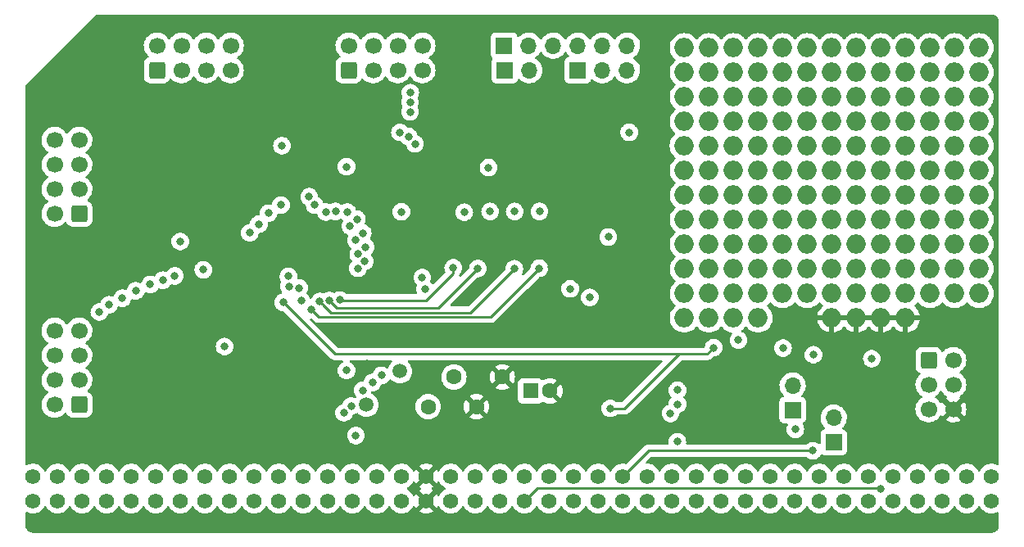
<source format=gbr>
%TF.GenerationSoftware,KiCad,Pcbnew,6.0.2+dfsg-1*%
%TF.CreationDate,2024-03-03T12:29:16-06:00*%
%TF.ProjectId,rc-duino,72632d64-7569-46e6-9f2e-6b696361645f,rev?*%
%TF.SameCoordinates,Original*%
%TF.FileFunction,Copper,L2,Inr*%
%TF.FilePolarity,Positive*%
%FSLAX46Y46*%
G04 Gerber Fmt 4.6, Leading zero omitted, Abs format (unit mm)*
G04 Created by KiCad (PCBNEW 6.0.2+dfsg-1) date 2024-03-03 12:29:16*
%MOMM*%
%LPD*%
G01*
G04 APERTURE LIST*
G04 Aperture macros list*
%AMRoundRect*
0 Rectangle with rounded corners*
0 $1 Rounding radius*
0 $2 $3 $4 $5 $6 $7 $8 $9 X,Y pos of 4 corners*
0 Add a 4 corners polygon primitive as box body*
4,1,4,$2,$3,$4,$5,$6,$7,$8,$9,$2,$3,0*
0 Add four circle primitives for the rounded corners*
1,1,$1+$1,$2,$3*
1,1,$1+$1,$4,$5*
1,1,$1+$1,$6,$7*
1,1,$1+$1,$8,$9*
0 Add four rect primitives between the rounded corners*
20,1,$1+$1,$2,$3,$4,$5,0*
20,1,$1+$1,$4,$5,$6,$7,0*
20,1,$1+$1,$6,$7,$8,$9,0*
20,1,$1+$1,$8,$9,$2,$3,0*%
G04 Aperture macros list end*
%TA.AperFunction,ComponentPad*%
%ADD10R,1.700000X1.700000*%
%TD*%
%TA.AperFunction,ComponentPad*%
%ADD11O,1.700000X1.700000*%
%TD*%
%TA.AperFunction,ComponentPad*%
%ADD12RoundRect,0.250000X-0.600000X-0.600000X0.600000X-0.600000X0.600000X0.600000X-0.600000X0.600000X0*%
%TD*%
%TA.AperFunction,ComponentPad*%
%ADD13C,1.700000*%
%TD*%
%TA.AperFunction,ComponentPad*%
%ADD14RoundRect,0.250000X0.600000X-0.600000X0.600000X0.600000X-0.600000X0.600000X-0.600000X-0.600000X0*%
%TD*%
%TA.AperFunction,ComponentPad*%
%ADD15C,1.600000*%
%TD*%
%TA.AperFunction,ComponentPad*%
%ADD16O,2.000000X2.000000*%
%TD*%
%TA.AperFunction,ComponentPad*%
%ADD17C,1.500000*%
%TD*%
%TA.AperFunction,ComponentPad*%
%ADD18C,1.574800*%
%TD*%
%TA.AperFunction,ComponentPad*%
%ADD19RoundRect,0.250000X0.600000X0.600000X-0.600000X0.600000X-0.600000X-0.600000X0.600000X-0.600000X0*%
%TD*%
%TA.AperFunction,ComponentPad*%
%ADD20R,1.600000X1.600000*%
%TD*%
%TA.AperFunction,ViaPad*%
%ADD21C,0.800000*%
%TD*%
%TA.AperFunction,Conductor*%
%ADD22C,0.250000*%
%TD*%
G04 APERTURE END LIST*
D10*
%TO.N,/pg0*%
%TO.C,J2*%
X108686600Y-40594006D03*
D11*
%TO.N,/pg1*%
X111226600Y-40594006D03*
%TO.N,/pg2*%
X113766600Y-40594006D03*
%TO.N,/pg3*%
X116306600Y-40594006D03*
%TO.N,/pg4*%
X118846600Y-40594006D03*
%TO.N,/pg5*%
X121386600Y-40594006D03*
%TD*%
D12*
%TO.N,prog_MISO*%
%TO.C,J8*%
X152564188Y-73106006D03*
D13*
%TO.N,prog5V*%
X155104188Y-73106006D03*
%TO.N,prog_sck*%
X152564188Y-75646006D03*
%TO.N,prog_MOSI*%
X155104188Y-75646006D03*
%TO.N,prog_rst*%
X152564188Y-78186006D03*
%TO.N,prog_gnd*%
X155104188Y-78186006D03*
%TD*%
D14*
%TO.N,/pk0*%
%TO.C,J5*%
X72808188Y-43134006D03*
D13*
%TO.N,/pk1*%
X72808188Y-40594006D03*
%TO.N,/pk2*%
X75348188Y-43134006D03*
%TO.N,/pk3*%
X75348188Y-40594006D03*
%TO.N,/pk4*%
X77888188Y-43134006D03*
%TO.N,/pk5*%
X77888188Y-40594006D03*
%TO.N,/pk6*%
X80428188Y-43134006D03*
%TO.N,/pk7*%
X80428188Y-40594006D03*
%TD*%
D15*
%TO.N,Net-(C6-Pad1)*%
%TO.C,C6*%
X100838000Y-77927200D03*
%TO.N,prog_gnd*%
X105838000Y-77927200D03*
%TD*%
D16*
%TO.N,*%
%TO.C,J7*%
X129860505Y-66223810D03*
X152707933Y-50954346D03*
X142560505Y-61143810D03*
X147640505Y-40823810D03*
X132400505Y-45903810D03*
X152720498Y-58603810D03*
X140020505Y-43363810D03*
X150180505Y-66223810D03*
X145087940Y-50954346D03*
X155260498Y-56063810D03*
X134940505Y-53523810D03*
X150180505Y-40823810D03*
X127305291Y-50949047D03*
X152720498Y-66223810D03*
X127317856Y-63678511D03*
X157800498Y-63683810D03*
X137480505Y-61143810D03*
X129847940Y-50954346D03*
X127317856Y-40818511D03*
X127317856Y-53518511D03*
X152720498Y-63683810D03*
X145100505Y-48443810D03*
X137480505Y-58603810D03*
X147640505Y-48443810D03*
X140020505Y-40823810D03*
X134940505Y-40823810D03*
X132400505Y-48443810D03*
X145100505Y-66223810D03*
X145100505Y-56063810D03*
X142560505Y-58603810D03*
X129860505Y-45903810D03*
X134940505Y-66223810D03*
X157800498Y-61143810D03*
X152720498Y-53523810D03*
X147640505Y-56063810D03*
X132400505Y-40823810D03*
X157800498Y-40823810D03*
X150180505Y-45903810D03*
X152720498Y-61143810D03*
X140020505Y-45903810D03*
X140020505Y-58603810D03*
X129860505Y-63683810D03*
X145100505Y-45903810D03*
X145100505Y-40823810D03*
X142560505Y-40823810D03*
X155260498Y-45903810D03*
X145100505Y-43363810D03*
X150180505Y-53523810D03*
X137480505Y-45903810D03*
X145100505Y-61143810D03*
X147640505Y-63683810D03*
X127317856Y-58598511D03*
X145100505Y-58603810D03*
X129860505Y-61143810D03*
X147640505Y-58603810D03*
X152720498Y-45903810D03*
X127317856Y-45898511D03*
X142560505Y-43363810D03*
X152720498Y-56063810D03*
X140020505Y-56063810D03*
X140020505Y-63683810D03*
X140020505Y-53523810D03*
X155260498Y-43363810D03*
X155260498Y-61143810D03*
X137480505Y-43363810D03*
X140020505Y-48443810D03*
X157800498Y-45903810D03*
X134940505Y-43363810D03*
X147640505Y-53523810D03*
X157800498Y-43363810D03*
X132400505Y-58603810D03*
X142560505Y-63683810D03*
X132400505Y-53523810D03*
X155260498Y-48443810D03*
X132400505Y-66223810D03*
X127317856Y-48438511D03*
X137480505Y-66223810D03*
X134940505Y-63683810D03*
X127317856Y-56058511D03*
X157800498Y-56063810D03*
X157787933Y-50954346D03*
X147640505Y-45903810D03*
X142547940Y-50954346D03*
X127317856Y-43358511D03*
X137480505Y-53523810D03*
X155260498Y-66223810D03*
X145100505Y-63683810D03*
X134940505Y-48443810D03*
X147640505Y-43363810D03*
X152720498Y-43363810D03*
X129860505Y-40823810D03*
X134940505Y-58603810D03*
X142560505Y-45903810D03*
X134940505Y-56063810D03*
X132387940Y-50954346D03*
X150180505Y-58603810D03*
X155247933Y-50954346D03*
X137480505Y-56063810D03*
X132400505Y-63683810D03*
X157800498Y-58603810D03*
X134940505Y-45903810D03*
X140007940Y-50954346D03*
X147640505Y-66223810D03*
X142560505Y-66223810D03*
X142560505Y-53523810D03*
X155260498Y-53523810D03*
X129860505Y-48443810D03*
X134927940Y-50954346D03*
X137480505Y-40823810D03*
X145100505Y-53523810D03*
X127317856Y-66218511D03*
X140020505Y-66223810D03*
X129860505Y-56063810D03*
X152720498Y-48443810D03*
X129860505Y-53523810D03*
X142560505Y-56063810D03*
X150180505Y-63683810D03*
X150180505Y-43363810D03*
X150180505Y-48443810D03*
X150180505Y-61143810D03*
X157800498Y-66223810D03*
X137480505Y-48443810D03*
X157800498Y-53523810D03*
X155260498Y-40823810D03*
X129860505Y-43363810D03*
X147627940Y-50954346D03*
X155260498Y-63683810D03*
X127317856Y-61138511D03*
X129860505Y-58603810D03*
X134940505Y-61143810D03*
X132400505Y-61143810D03*
X137480505Y-63683810D03*
X132400505Y-56063810D03*
X155260498Y-58603810D03*
X150167940Y-50954346D03*
X157800498Y-48443810D03*
X140020505Y-61143810D03*
X142560505Y-48443810D03*
X150180505Y-56063810D03*
X147640505Y-61143810D03*
X132400505Y-43363810D03*
X137467940Y-50954346D03*
X152720498Y-40823810D03*
%TO.N,VCC*%
X127317856Y-68758511D03*
X132397856Y-68758511D03*
X129857856Y-68758511D03*
X134937856Y-68758511D03*
%TO.N,prog_gnd*%
X142557856Y-68758511D03*
X150177856Y-68758511D03*
X147637856Y-68758511D03*
X145097856Y-68758511D03*
%TD*%
D10*
%TO.N,VCC*%
%TO.C,J14*%
X138506200Y-78282800D03*
D11*
%TO.N,prog5V*%
X138506200Y-75742800D03*
%TD*%
D17*
%TO.N,Net-(C5-Pad1)*%
%TO.C,Y1*%
X97917000Y-74269600D03*
%TO.N,Net-(C6-Pad1)*%
X94466319Y-77720281D03*
%TD*%
D10*
%TO.N,/uart2_rx*%
%TO.C,J3*%
X108736194Y-43134006D03*
D11*
%TO.N,/uart2_tx*%
X111276194Y-43134006D03*
%TD*%
D14*
%TO.N,/pj0*%
%TO.C,J4*%
X92620188Y-43134006D03*
D13*
%TO.N,/pj1*%
X92620188Y-40594006D03*
%TO.N,/pj2*%
X95160188Y-43134006D03*
%TO.N,/pj3*%
X95160188Y-40594006D03*
%TO.N,/pj4*%
X97700188Y-43134006D03*
%TO.N,/pj5*%
X97700188Y-40594006D03*
%TO.N,/pj6*%
X100240188Y-43134006D03*
%TO.N,/pj7*%
X100240188Y-40594006D03*
%TD*%
D10*
%TO.N,~{RESET}*%
%TO.C,J13*%
X142748000Y-81610200D03*
D11*
%TO.N,prog_rst*%
X142748000Y-79070200D03*
%TD*%
D18*
%TO.N,Af*%
%TO.C,U1*%
X59996578Y-87668710D03*
%TO.N,Ae*%
X62536578Y-87668710D03*
%TO.N,Ad*%
X65076578Y-87668710D03*
%TO.N,Ac*%
X67616578Y-87668710D03*
%TO.N,Ab*%
X70156578Y-87668710D03*
%TO.N,Aa*%
X72696578Y-87668710D03*
%TO.N,A9*%
X75236578Y-87668710D03*
%TO.N,A8*%
X77776578Y-87668710D03*
%TO.N,A7*%
X80316578Y-87668710D03*
%TO.N,A6*%
X82856578Y-87668710D03*
%TO.N,A5*%
X85396578Y-87668710D03*
%TO.N,A4*%
X87936578Y-87668710D03*
%TO.N,A3*%
X90476578Y-87668710D03*
%TO.N,A2*%
X93016578Y-87668710D03*
%TO.N,A1*%
X95556578Y-87668710D03*
%TO.N,A0*%
X98096578Y-87668710D03*
%TO.N,prog_gnd*%
X100636578Y-87668710D03*
%TO.N,VCC*%
X103176578Y-87668710D03*
%TO.N,M1*%
X105716578Y-87668710D03*
%TO.N,~{RESET}*%
X108256578Y-87668710D03*
%TO.N,CLK*%
X110796578Y-87668710D03*
%TO.N,INT*%
X113336578Y-87668710D03*
%TO.N,MREQ*%
X115876578Y-87668710D03*
%TO.N,WR*%
X118416578Y-87668710D03*
%TO.N,RD*%
X120956578Y-87668710D03*
%TO.N,~{IORQ}*%
X123496578Y-87668710D03*
%TO.N,D0*%
X126036578Y-87668710D03*
%TO.N,D1*%
X128576578Y-87668710D03*
%TO.N,D2*%
X131116578Y-87668710D03*
%TO.N,D3*%
X133656578Y-87668710D03*
%TO.N,D4*%
X136196578Y-87668710D03*
%TO.N,D5*%
X138736578Y-87668710D03*
%TO.N,D6*%
X141276578Y-87668710D03*
%TO.N,D7*%
X143816578Y-87668710D03*
%TO.N,unconnected-(U1-Pad35)*%
X146356578Y-87668710D03*
%TO.N,unconnected-(U1-Pad36)*%
X148896578Y-87668710D03*
%TO.N,unconnected-(U1-Pad37)*%
X151436578Y-87668710D03*
%TO.N,unconnected-(U1-Pad38)*%
X153976578Y-87668710D03*
%TO.N,unconnected-(U1-Pad39)*%
X156516578Y-87668710D03*
%TO.N,unconnected-(U1-Pad40)*%
X159056578Y-87668710D03*
%TO.N,unconnected-(U1-Pad41)*%
X59996578Y-85128710D03*
%TO.N,unconnected-(U1-Pad42)*%
X62536578Y-85128710D03*
%TO.N,unconnected-(U1-Pad43)*%
X65076578Y-85128710D03*
%TO.N,unconnected-(U1-Pad44)*%
X67616578Y-85128710D03*
%TO.N,unconnected-(U1-Pad45)*%
X70156578Y-85128710D03*
%TO.N,unconnected-(U1-Pad46)*%
X72696578Y-85128710D03*
%TO.N,unconnected-(U1-Pad47)*%
X75236578Y-85128710D03*
%TO.N,unconnected-(U1-Pad48)*%
X77776578Y-85128710D03*
%TO.N,unconnected-(U1-Pad49)*%
X80316578Y-85128710D03*
%TO.N,unconnected-(U1-Pad50)*%
X82856578Y-85128710D03*
%TO.N,unconnected-(U1-Pad51)*%
X85396578Y-85128710D03*
%TO.N,unconnected-(U1-Pad52)*%
X87936578Y-85128710D03*
%TO.N,unconnected-(U1-Pad53)*%
X90476578Y-85128710D03*
%TO.N,unconnected-(U1-Pad54)*%
X93016578Y-85128710D03*
%TO.N,unconnected-(U1-Pad55)*%
X95556578Y-85128710D03*
%TO.N,unconnected-(U1-Pad56)*%
X98096578Y-85128710D03*
%TO.N,prog_gnd*%
X100636578Y-85128710D03*
%TO.N,VCC*%
X103176578Y-85128710D03*
%TO.N,unconnected-(U1-Pad59)*%
X105716578Y-85128710D03*
%TO.N,unconnected-(U1-Pad60)*%
X108256578Y-85128710D03*
%TO.N,unconnected-(U1-Pad61)*%
X110796578Y-85128710D03*
%TO.N,BusAck*%
X113336578Y-85128710D03*
%TO.N,Halt*%
X115876578Y-85128710D03*
%TO.N,BusRQ*%
X118416578Y-85128710D03*
%TO.N,~{WAIT}*%
X120956578Y-85128710D03*
%TO.N,NMI*%
X123496578Y-85128710D03*
%TO.N,unconnected-(U1-Pad67)*%
X126036578Y-85128710D03*
%TO.N,unconnected-(U1-Pad68)*%
X128576578Y-85128710D03*
%TO.N,unconnected-(U1-Pad69)*%
X131116578Y-85128710D03*
%TO.N,unconnected-(U1-Pad70)*%
X133656578Y-85128710D03*
%TO.N,unconnected-(U1-Pad71)*%
X136196578Y-85128710D03*
%TO.N,unconnected-(U1-Pad72)*%
X138736578Y-85128710D03*
%TO.N,unconnected-(U1-Pad73)*%
X141276578Y-85128710D03*
%TO.N,unconnected-(U1-Pad74)*%
X143816578Y-85128710D03*
%TO.N,unconnected-(U1-Pad75)*%
X146356578Y-85128710D03*
%TO.N,unconnected-(U1-Pad76)*%
X148896578Y-85128710D03*
%TO.N,unconnected-(U1-Pad77)*%
X151436578Y-85128710D03*
%TO.N,unconnected-(U1-Pad78)*%
X153976578Y-85128710D03*
%TO.N,unconnected-(U1-Pad79)*%
X156516578Y-85128710D03*
%TO.N,unconnected-(U1-Pad80)*%
X159056578Y-85128710D03*
%TD*%
D19*
%TO.N,/pf0*%
%TO.C,J10*%
X64771788Y-57982221D03*
D13*
%TO.N,/pf1*%
X62231788Y-57982221D03*
%TO.N,/pf2*%
X64771788Y-55442221D03*
%TO.N,/pf3*%
X62231788Y-55442221D03*
%TO.N,/pf4*%
X64771788Y-52902221D03*
%TO.N,/pf5*%
X62231788Y-52902221D03*
%TO.N,/pf6*%
X64771788Y-50362221D03*
%TO.N,/pf7*%
X62231788Y-50362221D03*
%TD*%
D20*
%TO.N,VCC*%
%TO.C,47uf1*%
X111421449Y-76312200D03*
D15*
%TO.N,prog_gnd*%
X113421449Y-76312200D03*
%TD*%
%TO.N,Net-(C5-Pad1)*%
%TO.C,C5*%
X103505000Y-74853800D03*
%TO.N,prog_gnd*%
X108505000Y-74853800D03*
%TD*%
D10*
%TO.N,/SCL*%
%TO.C,J1*%
X116306600Y-43134006D03*
D11*
%TO.N,/SDA*%
X118846600Y-43134006D03*
%TO.N,/i2c int*%
X121386600Y-43134006D03*
%TD*%
D19*
%TO.N,/pe0*%
%TO.C,J6*%
X64771788Y-77711906D03*
D13*
%TO.N,/pe1*%
X62231788Y-77711906D03*
%TO.N,/pe2*%
X64771788Y-75171906D03*
%TO.N,/pe3*%
X62231788Y-75171906D03*
%TO.N,/pe4*%
X64771788Y-72631906D03*
%TO.N,/pe5*%
X62231788Y-72631906D03*
%TO.N,/pe6*%
X64771788Y-70091906D03*
%TO.N,/pe7*%
X62231788Y-70091906D03*
%TD*%
D21*
%TO.N,VCC*%
X119454122Y-60389106D03*
X75211188Y-60846306D03*
X79796488Y-71704200D03*
X137515600Y-71869906D03*
X92405200Y-74168000D03*
X107075654Y-53215078D03*
X146685000Y-72962106D03*
X85726788Y-50940306D03*
X98071188Y-57772906D03*
X121616988Y-49568706D03*
%TO.N,prog_gnd*%
X75134988Y-59347706D03*
X79796488Y-73583800D03*
X119706988Y-74313306D03*
X99010988Y-56680706D03*
X145491200Y-73266906D03*
X113488988Y-60998706D03*
X119253000Y-55944106D03*
X94488000Y-73482200D03*
X140690600Y-71107906D03*
X84774288Y-50038606D03*
X113588800Y-63513306D03*
X110159800Y-52489706D03*
X118441988Y-50076706D03*
X146380200Y-80683700D03*
%TO.N,prog_rst*%
X130341843Y-71830063D03*
X85852000Y-67137006D03*
X138793390Y-80281610D03*
X119666188Y-78113306D03*
%TO.N,/uart2_rx*%
X82402200Y-59948806D03*
%TO.N,/uart2_tx*%
X83342000Y-59059806D03*
%TO.N,/pj0*%
X99478188Y-50754006D03*
%TO.N,/pj1*%
X98827033Y-49995717D03*
%TO.N,/pj2*%
X97918445Y-49579215D03*
%TO.N,/pj3*%
X98970188Y-47453711D03*
%TO.N,/pj4*%
X98969777Y-46454209D03*
%TO.N,/pj5*%
X98992335Y-45454961D03*
%TO.N,/pe0*%
X74652378Y-64402310D03*
%TO.N,/pe1*%
X73407778Y-64859510D03*
%TO.N,/pe2*%
X72112378Y-65291310D03*
%TO.N,/pe3*%
X70613778Y-65951710D03*
%TO.N,/pe4*%
X69242178Y-66713710D03*
%TO.N,/pe5*%
X67845178Y-67399510D03*
%TO.N,/pe6*%
X66854578Y-68136110D03*
%TO.N,Af*%
X93473788Y-58534906D03*
%TO.N,Ae*%
X92781024Y-59259406D03*
%TO.N,Ad*%
X94083388Y-59983906D03*
%TO.N,Ac*%
X93372188Y-60708406D03*
%TO.N,Ab*%
X94388188Y-61432906D03*
%TO.N,Aa*%
X93613998Y-62163193D03*
%TO.N,A9*%
X94283325Y-62905492D03*
%TO.N,A8*%
X93591062Y-63626447D03*
%TO.N,A7*%
X86398700Y-64453106D03*
X92483188Y-57798306D03*
X104571800Y-57823706D03*
%TO.N,A6*%
X91263988Y-57747506D03*
X107238800Y-57747506D03*
X86436200Y-65481200D03*
%TO.N,A5*%
X90265867Y-57800039D03*
X109778800Y-57747506D03*
X87503000Y-65659000D03*
%TO.N,A4*%
X89110113Y-57087106D03*
X87706200Y-66929000D03*
X112344200Y-57747506D03*
%TO.N,A3*%
X88546084Y-56217115D03*
X88798400Y-67903207D03*
X112318800Y-63614906D03*
%TO.N,A2*%
X89638456Y-67055856D03*
X109753400Y-63665706D03*
%TO.N,A1*%
X90631317Y-66940823D03*
X105968800Y-63640306D03*
%TO.N,A0*%
X103428800Y-63564106D03*
X91692550Y-66904189D03*
%TO.N,M1*%
X93368940Y-80910722D03*
%TO.N,CLK*%
X147611188Y-86441006D03*
X92141439Y-78553355D03*
%TO.N,INT*%
X92876668Y-77876247D03*
%TO.N,MREQ*%
X94056200Y-76250800D03*
%TO.N,WR*%
X95072200Y-75438000D03*
%TO.N,RD*%
X96012000Y-74701400D03*
%TO.N,~{IORQ}*%
X100533200Y-65773906D03*
X115519200Y-65748506D03*
%TO.N,/pg2*%
X92403688Y-53124706D03*
%TO.N,/pg3*%
X84338899Y-57925306D03*
%TO.N,~{portIOrequest}*%
X117551200Y-66637506D03*
X140665200Y-72555706D03*
%TO.N,prog_MISO*%
X126605648Y-76225452D03*
%TO.N,prog_sck*%
X126605700Y-77673200D03*
%TO.N,prog_MOSI*%
X125881200Y-78626306D03*
%TO.N,~{WAIT}*%
X140589000Y-82478606D03*
%TO.N,~{IO_addr_comp}*%
X100228400Y-64580106D03*
X132905856Y-71044511D03*
%TO.N,~{RESET}*%
X126593600Y-81559400D03*
%TO.N,/pg4*%
X85631801Y-57082201D03*
%TO.N,/pg5*%
X77597000Y-63779400D03*
%TD*%
D22*
%TO.N,prog_rst*%
X91194500Y-72479506D02*
X85852000Y-67137006D01*
X126776100Y-72479506D02*
X91194500Y-72479506D01*
X129692400Y-72479506D02*
X130341843Y-71830063D01*
X126776100Y-72479506D02*
X121142300Y-78113306D01*
X121142300Y-78113306D02*
X119666188Y-78113306D01*
X126776100Y-72479506D02*
X129692400Y-72479506D01*
%TO.N,A3*%
X112318800Y-63614906D02*
X107281911Y-68651795D01*
X89546988Y-68651795D02*
X88798400Y-67903207D01*
X107281911Y-68651795D02*
X89546988Y-68651795D01*
%TO.N,A2*%
X89974924Y-67317015D02*
X89899615Y-67317015D01*
X105216822Y-68202284D02*
X90828647Y-68202284D01*
X90828647Y-68202284D02*
X89975168Y-67348805D01*
X89899615Y-67317015D02*
X89638456Y-67055856D01*
X89975168Y-67317259D02*
X89974924Y-67317015D01*
X109753400Y-63665706D02*
X105216822Y-68202284D01*
X89975168Y-67348805D02*
X89975168Y-67317259D01*
%TO.N,A1*%
X105968800Y-63640306D02*
X101904800Y-67704306D01*
X91394800Y-67704306D02*
X90631317Y-66940823D01*
X101904800Y-67704306D02*
X91394800Y-67704306D01*
%TO.N,A0*%
X103428800Y-63564106D02*
X103428800Y-64148306D01*
X100648658Y-66928448D02*
X91716809Y-66928448D01*
X91716809Y-66928448D02*
X91692550Y-66904189D01*
X103428800Y-64148306D02*
X100648658Y-66928448D01*
%TO.N,CLK*%
X110763839Y-87712157D02*
X112115996Y-86360000D01*
X147530182Y-86360000D02*
X147611188Y-86441006D01*
X112115996Y-86360000D02*
X147530182Y-86360000D01*
%TO.N,~{WAIT}*%
X123617390Y-82478606D02*
X140589000Y-82478606D01*
X120923839Y-85172157D02*
X123617390Y-82478606D01*
%TD*%
%TA.AperFunction,Conductor*%
%TO.N,prog_gnd*%
G36*
X159026635Y-37378210D02*
G01*
X159041436Y-37380515D01*
X159041439Y-37380515D01*
X159050308Y-37381896D01*
X159061306Y-37380458D01*
X159089989Y-37380001D01*
X159192885Y-37390135D01*
X159217109Y-37394954D01*
X159336311Y-37431114D01*
X159359131Y-37440566D01*
X159468978Y-37499280D01*
X159489516Y-37513003D01*
X159585801Y-37592022D01*
X159603266Y-37609487D01*
X159682285Y-37705772D01*
X159696008Y-37726310D01*
X159754722Y-37836157D01*
X159764174Y-37858977D01*
X159800334Y-37978179D01*
X159805153Y-38002405D01*
X159814622Y-38098544D01*
X159814170Y-38114586D01*
X159814883Y-38114595D01*
X159814773Y-38123568D01*
X159813392Y-38132440D01*
X159814556Y-38141342D01*
X159814556Y-38141345D01*
X159817514Y-38163961D01*
X159818578Y-38180299D01*
X159818578Y-83856389D01*
X159798576Y-83924510D01*
X159744920Y-83971003D01*
X159674646Y-83981107D01*
X159639330Y-83970585D01*
X159501495Y-83906311D01*
X159496187Y-83904889D01*
X159496185Y-83904888D01*
X159287783Y-83849047D01*
X159287781Y-83849047D01*
X159282468Y-83847623D01*
X159056578Y-83827860D01*
X158830688Y-83847623D01*
X158825375Y-83849047D01*
X158825373Y-83849047D01*
X158616971Y-83904888D01*
X158616969Y-83904889D01*
X158611661Y-83906311D01*
X158606680Y-83908633D01*
X158606679Y-83908634D01*
X158411140Y-83999815D01*
X158411135Y-83999818D01*
X158406153Y-84002141D01*
X158401646Y-84005297D01*
X158401644Y-84005298D01*
X158224919Y-84129042D01*
X158224916Y-84129044D01*
X158220408Y-84132201D01*
X158060069Y-84292540D01*
X158056912Y-84297048D01*
X158056910Y-84297051D01*
X157966938Y-84425545D01*
X157930009Y-84478285D01*
X157927686Y-84483267D01*
X157927683Y-84483272D01*
X157900773Y-84540982D01*
X157853856Y-84594267D01*
X157785579Y-84613728D01*
X157717619Y-84593186D01*
X157672383Y-84540982D01*
X157645473Y-84483272D01*
X157645470Y-84483267D01*
X157643147Y-84478285D01*
X157606218Y-84425545D01*
X157516246Y-84297051D01*
X157516244Y-84297048D01*
X157513087Y-84292540D01*
X157352748Y-84132201D01*
X157348240Y-84129044D01*
X157348237Y-84129042D01*
X157171512Y-84005298D01*
X157171510Y-84005297D01*
X157167003Y-84002141D01*
X157162021Y-83999818D01*
X157162016Y-83999815D01*
X156966477Y-83908634D01*
X156966476Y-83908633D01*
X156961495Y-83906311D01*
X156956187Y-83904889D01*
X156956185Y-83904888D01*
X156747783Y-83849047D01*
X156747781Y-83849047D01*
X156742468Y-83847623D01*
X156516578Y-83827860D01*
X156290688Y-83847623D01*
X156285375Y-83849047D01*
X156285373Y-83849047D01*
X156076971Y-83904888D01*
X156076969Y-83904889D01*
X156071661Y-83906311D01*
X156066680Y-83908633D01*
X156066679Y-83908634D01*
X155871140Y-83999815D01*
X155871135Y-83999818D01*
X155866153Y-84002141D01*
X155861646Y-84005297D01*
X155861644Y-84005298D01*
X155684919Y-84129042D01*
X155684916Y-84129044D01*
X155680408Y-84132201D01*
X155520069Y-84292540D01*
X155516912Y-84297048D01*
X155516910Y-84297051D01*
X155426938Y-84425545D01*
X155390009Y-84478285D01*
X155387686Y-84483267D01*
X155387683Y-84483272D01*
X155360773Y-84540982D01*
X155313856Y-84594267D01*
X155245579Y-84613728D01*
X155177619Y-84593186D01*
X155132383Y-84540982D01*
X155105473Y-84483272D01*
X155105470Y-84483267D01*
X155103147Y-84478285D01*
X155066218Y-84425545D01*
X154976246Y-84297051D01*
X154976244Y-84297048D01*
X154973087Y-84292540D01*
X154812748Y-84132201D01*
X154808240Y-84129044D01*
X154808237Y-84129042D01*
X154631512Y-84005298D01*
X154631510Y-84005297D01*
X154627003Y-84002141D01*
X154622021Y-83999818D01*
X154622016Y-83999815D01*
X154426477Y-83908634D01*
X154426476Y-83908633D01*
X154421495Y-83906311D01*
X154416187Y-83904889D01*
X154416185Y-83904888D01*
X154207783Y-83849047D01*
X154207781Y-83849047D01*
X154202468Y-83847623D01*
X153976578Y-83827860D01*
X153750688Y-83847623D01*
X153745375Y-83849047D01*
X153745373Y-83849047D01*
X153536971Y-83904888D01*
X153536969Y-83904889D01*
X153531661Y-83906311D01*
X153526680Y-83908633D01*
X153526679Y-83908634D01*
X153331140Y-83999815D01*
X153331135Y-83999818D01*
X153326153Y-84002141D01*
X153321646Y-84005297D01*
X153321644Y-84005298D01*
X153144919Y-84129042D01*
X153144916Y-84129044D01*
X153140408Y-84132201D01*
X152980069Y-84292540D01*
X152976912Y-84297048D01*
X152976910Y-84297051D01*
X152886938Y-84425545D01*
X152850009Y-84478285D01*
X152847686Y-84483267D01*
X152847683Y-84483272D01*
X152820773Y-84540982D01*
X152773856Y-84594267D01*
X152705579Y-84613728D01*
X152637619Y-84593186D01*
X152592383Y-84540982D01*
X152565473Y-84483272D01*
X152565470Y-84483267D01*
X152563147Y-84478285D01*
X152526218Y-84425545D01*
X152436246Y-84297051D01*
X152436244Y-84297048D01*
X152433087Y-84292540D01*
X152272748Y-84132201D01*
X152268240Y-84129044D01*
X152268237Y-84129042D01*
X152091512Y-84005298D01*
X152091510Y-84005297D01*
X152087003Y-84002141D01*
X152082021Y-83999818D01*
X152082016Y-83999815D01*
X151886477Y-83908634D01*
X151886476Y-83908633D01*
X151881495Y-83906311D01*
X151876187Y-83904889D01*
X151876185Y-83904888D01*
X151667783Y-83849047D01*
X151667781Y-83849047D01*
X151662468Y-83847623D01*
X151436578Y-83827860D01*
X151210688Y-83847623D01*
X151205375Y-83849047D01*
X151205373Y-83849047D01*
X150996971Y-83904888D01*
X150996969Y-83904889D01*
X150991661Y-83906311D01*
X150986680Y-83908633D01*
X150986679Y-83908634D01*
X150791140Y-83999815D01*
X150791135Y-83999818D01*
X150786153Y-84002141D01*
X150781646Y-84005297D01*
X150781644Y-84005298D01*
X150604919Y-84129042D01*
X150604916Y-84129044D01*
X150600408Y-84132201D01*
X150440069Y-84292540D01*
X150436912Y-84297048D01*
X150436910Y-84297051D01*
X150346938Y-84425545D01*
X150310009Y-84478285D01*
X150307686Y-84483267D01*
X150307683Y-84483272D01*
X150280773Y-84540982D01*
X150233856Y-84594267D01*
X150165579Y-84613728D01*
X150097619Y-84593186D01*
X150052383Y-84540982D01*
X150025473Y-84483272D01*
X150025470Y-84483267D01*
X150023147Y-84478285D01*
X149986218Y-84425545D01*
X149896246Y-84297051D01*
X149896244Y-84297048D01*
X149893087Y-84292540D01*
X149732748Y-84132201D01*
X149728240Y-84129044D01*
X149728237Y-84129042D01*
X149551512Y-84005298D01*
X149551510Y-84005297D01*
X149547003Y-84002141D01*
X149542021Y-83999818D01*
X149542016Y-83999815D01*
X149346477Y-83908634D01*
X149346476Y-83908633D01*
X149341495Y-83906311D01*
X149336187Y-83904889D01*
X149336185Y-83904888D01*
X149127783Y-83849047D01*
X149127781Y-83849047D01*
X149122468Y-83847623D01*
X148896578Y-83827860D01*
X148670688Y-83847623D01*
X148665375Y-83849047D01*
X148665373Y-83849047D01*
X148456971Y-83904888D01*
X148456969Y-83904889D01*
X148451661Y-83906311D01*
X148446680Y-83908633D01*
X148446679Y-83908634D01*
X148251140Y-83999815D01*
X148251135Y-83999818D01*
X148246153Y-84002141D01*
X148241646Y-84005297D01*
X148241644Y-84005298D01*
X148064919Y-84129042D01*
X148064916Y-84129044D01*
X148060408Y-84132201D01*
X147900069Y-84292540D01*
X147896912Y-84297048D01*
X147896910Y-84297051D01*
X147806938Y-84425545D01*
X147770009Y-84478285D01*
X147767686Y-84483267D01*
X147767683Y-84483272D01*
X147740773Y-84540982D01*
X147693856Y-84594267D01*
X147625579Y-84613728D01*
X147557619Y-84593186D01*
X147512383Y-84540982D01*
X147485473Y-84483272D01*
X147485470Y-84483267D01*
X147483147Y-84478285D01*
X147446218Y-84425545D01*
X147356246Y-84297051D01*
X147356244Y-84297048D01*
X147353087Y-84292540D01*
X147192748Y-84132201D01*
X147188240Y-84129044D01*
X147188237Y-84129042D01*
X147011512Y-84005298D01*
X147011510Y-84005297D01*
X147007003Y-84002141D01*
X147002021Y-83999818D01*
X147002016Y-83999815D01*
X146806477Y-83908634D01*
X146806476Y-83908633D01*
X146801495Y-83906311D01*
X146796187Y-83904889D01*
X146796185Y-83904888D01*
X146587783Y-83849047D01*
X146587781Y-83849047D01*
X146582468Y-83847623D01*
X146356578Y-83827860D01*
X146130688Y-83847623D01*
X146125375Y-83849047D01*
X146125373Y-83849047D01*
X145916971Y-83904888D01*
X145916969Y-83904889D01*
X145911661Y-83906311D01*
X145906680Y-83908633D01*
X145906679Y-83908634D01*
X145711140Y-83999815D01*
X145711135Y-83999818D01*
X145706153Y-84002141D01*
X145701646Y-84005297D01*
X145701644Y-84005298D01*
X145524919Y-84129042D01*
X145524916Y-84129044D01*
X145520408Y-84132201D01*
X145360069Y-84292540D01*
X145356912Y-84297048D01*
X145356910Y-84297051D01*
X145266938Y-84425545D01*
X145230009Y-84478285D01*
X145227686Y-84483267D01*
X145227683Y-84483272D01*
X145200773Y-84540982D01*
X145153856Y-84594267D01*
X145085579Y-84613728D01*
X145017619Y-84593186D01*
X144972383Y-84540982D01*
X144945473Y-84483272D01*
X144945470Y-84483267D01*
X144943147Y-84478285D01*
X144906218Y-84425545D01*
X144816246Y-84297051D01*
X144816244Y-84297048D01*
X144813087Y-84292540D01*
X144652748Y-84132201D01*
X144648240Y-84129044D01*
X144648237Y-84129042D01*
X144471512Y-84005298D01*
X144471510Y-84005297D01*
X144467003Y-84002141D01*
X144462021Y-83999818D01*
X144462016Y-83999815D01*
X144266477Y-83908634D01*
X144266476Y-83908633D01*
X144261495Y-83906311D01*
X144256187Y-83904889D01*
X144256185Y-83904888D01*
X144047783Y-83849047D01*
X144047781Y-83849047D01*
X144042468Y-83847623D01*
X143816578Y-83827860D01*
X143590688Y-83847623D01*
X143585375Y-83849047D01*
X143585373Y-83849047D01*
X143376971Y-83904888D01*
X143376969Y-83904889D01*
X143371661Y-83906311D01*
X143366680Y-83908633D01*
X143366679Y-83908634D01*
X143171140Y-83999815D01*
X143171135Y-83999818D01*
X143166153Y-84002141D01*
X143161646Y-84005297D01*
X143161644Y-84005298D01*
X142984919Y-84129042D01*
X142984916Y-84129044D01*
X142980408Y-84132201D01*
X142820069Y-84292540D01*
X142816912Y-84297048D01*
X142816910Y-84297051D01*
X142726938Y-84425545D01*
X142690009Y-84478285D01*
X142687686Y-84483267D01*
X142687683Y-84483272D01*
X142660773Y-84540982D01*
X142613856Y-84594267D01*
X142545579Y-84613728D01*
X142477619Y-84593186D01*
X142432383Y-84540982D01*
X142405473Y-84483272D01*
X142405470Y-84483267D01*
X142403147Y-84478285D01*
X142366218Y-84425545D01*
X142276246Y-84297051D01*
X142276244Y-84297048D01*
X142273087Y-84292540D01*
X142112748Y-84132201D01*
X142108240Y-84129044D01*
X142108237Y-84129042D01*
X141931512Y-84005298D01*
X141931510Y-84005297D01*
X141927003Y-84002141D01*
X141922021Y-83999818D01*
X141922016Y-83999815D01*
X141726477Y-83908634D01*
X141726476Y-83908633D01*
X141721495Y-83906311D01*
X141716187Y-83904889D01*
X141716185Y-83904888D01*
X141507783Y-83849047D01*
X141507781Y-83849047D01*
X141502468Y-83847623D01*
X141276578Y-83827860D01*
X141050688Y-83847623D01*
X141045375Y-83849047D01*
X141045373Y-83849047D01*
X140836971Y-83904888D01*
X140836969Y-83904889D01*
X140831661Y-83906311D01*
X140826680Y-83908633D01*
X140826679Y-83908634D01*
X140631140Y-83999815D01*
X140631135Y-83999818D01*
X140626153Y-84002141D01*
X140621646Y-84005297D01*
X140621644Y-84005298D01*
X140444919Y-84129042D01*
X140444916Y-84129044D01*
X140440408Y-84132201D01*
X140280069Y-84292540D01*
X140276912Y-84297048D01*
X140276910Y-84297051D01*
X140186938Y-84425545D01*
X140150009Y-84478285D01*
X140147686Y-84483267D01*
X140147683Y-84483272D01*
X140120773Y-84540982D01*
X140073856Y-84594267D01*
X140005579Y-84613728D01*
X139937619Y-84593186D01*
X139892383Y-84540982D01*
X139865473Y-84483272D01*
X139865470Y-84483267D01*
X139863147Y-84478285D01*
X139826218Y-84425545D01*
X139736246Y-84297051D01*
X139736244Y-84297048D01*
X139733087Y-84292540D01*
X139572748Y-84132201D01*
X139568240Y-84129044D01*
X139568237Y-84129042D01*
X139391512Y-84005298D01*
X139391510Y-84005297D01*
X139387003Y-84002141D01*
X139382021Y-83999818D01*
X139382016Y-83999815D01*
X139186477Y-83908634D01*
X139186476Y-83908633D01*
X139181495Y-83906311D01*
X139176187Y-83904889D01*
X139176185Y-83904888D01*
X138967783Y-83849047D01*
X138967781Y-83849047D01*
X138962468Y-83847623D01*
X138736578Y-83827860D01*
X138510688Y-83847623D01*
X138505375Y-83849047D01*
X138505373Y-83849047D01*
X138296971Y-83904888D01*
X138296969Y-83904889D01*
X138291661Y-83906311D01*
X138286680Y-83908633D01*
X138286679Y-83908634D01*
X138091140Y-83999815D01*
X138091135Y-83999818D01*
X138086153Y-84002141D01*
X138081646Y-84005297D01*
X138081644Y-84005298D01*
X137904919Y-84129042D01*
X137904916Y-84129044D01*
X137900408Y-84132201D01*
X137740069Y-84292540D01*
X137736912Y-84297048D01*
X137736910Y-84297051D01*
X137646938Y-84425545D01*
X137610009Y-84478285D01*
X137607686Y-84483267D01*
X137607683Y-84483272D01*
X137580773Y-84540982D01*
X137533856Y-84594267D01*
X137465579Y-84613728D01*
X137397619Y-84593186D01*
X137352383Y-84540982D01*
X137325473Y-84483272D01*
X137325470Y-84483267D01*
X137323147Y-84478285D01*
X137286218Y-84425545D01*
X137196246Y-84297051D01*
X137196244Y-84297048D01*
X137193087Y-84292540D01*
X137032748Y-84132201D01*
X137028240Y-84129044D01*
X137028237Y-84129042D01*
X136851512Y-84005298D01*
X136851510Y-84005297D01*
X136847003Y-84002141D01*
X136842021Y-83999818D01*
X136842016Y-83999815D01*
X136646477Y-83908634D01*
X136646476Y-83908633D01*
X136641495Y-83906311D01*
X136636187Y-83904889D01*
X136636185Y-83904888D01*
X136427783Y-83849047D01*
X136427781Y-83849047D01*
X136422468Y-83847623D01*
X136196578Y-83827860D01*
X135970688Y-83847623D01*
X135965375Y-83849047D01*
X135965373Y-83849047D01*
X135756971Y-83904888D01*
X135756969Y-83904889D01*
X135751661Y-83906311D01*
X135746680Y-83908633D01*
X135746679Y-83908634D01*
X135551140Y-83999815D01*
X135551135Y-83999818D01*
X135546153Y-84002141D01*
X135541646Y-84005297D01*
X135541644Y-84005298D01*
X135364919Y-84129042D01*
X135364916Y-84129044D01*
X135360408Y-84132201D01*
X135200069Y-84292540D01*
X135196912Y-84297048D01*
X135196910Y-84297051D01*
X135106938Y-84425545D01*
X135070009Y-84478285D01*
X135067686Y-84483267D01*
X135067683Y-84483272D01*
X135040773Y-84540982D01*
X134993856Y-84594267D01*
X134925579Y-84613728D01*
X134857619Y-84593186D01*
X134812383Y-84540982D01*
X134785473Y-84483272D01*
X134785470Y-84483267D01*
X134783147Y-84478285D01*
X134746218Y-84425545D01*
X134656246Y-84297051D01*
X134656244Y-84297048D01*
X134653087Y-84292540D01*
X134492748Y-84132201D01*
X134488240Y-84129044D01*
X134488237Y-84129042D01*
X134311512Y-84005298D01*
X134311510Y-84005297D01*
X134307003Y-84002141D01*
X134302021Y-83999818D01*
X134302016Y-83999815D01*
X134106477Y-83908634D01*
X134106476Y-83908633D01*
X134101495Y-83906311D01*
X134096187Y-83904889D01*
X134096185Y-83904888D01*
X133887783Y-83849047D01*
X133887781Y-83849047D01*
X133882468Y-83847623D01*
X133656578Y-83827860D01*
X133430688Y-83847623D01*
X133425375Y-83849047D01*
X133425373Y-83849047D01*
X133216971Y-83904888D01*
X133216969Y-83904889D01*
X133211661Y-83906311D01*
X133206680Y-83908633D01*
X133206679Y-83908634D01*
X133011140Y-83999815D01*
X133011135Y-83999818D01*
X133006153Y-84002141D01*
X133001646Y-84005297D01*
X133001644Y-84005298D01*
X132824919Y-84129042D01*
X132824916Y-84129044D01*
X132820408Y-84132201D01*
X132660069Y-84292540D01*
X132656912Y-84297048D01*
X132656910Y-84297051D01*
X132566938Y-84425545D01*
X132530009Y-84478285D01*
X132527686Y-84483267D01*
X132527683Y-84483272D01*
X132500773Y-84540982D01*
X132453856Y-84594267D01*
X132385579Y-84613728D01*
X132317619Y-84593186D01*
X132272383Y-84540982D01*
X132245473Y-84483272D01*
X132245470Y-84483267D01*
X132243147Y-84478285D01*
X132206218Y-84425545D01*
X132116246Y-84297051D01*
X132116244Y-84297048D01*
X132113087Y-84292540D01*
X131952748Y-84132201D01*
X131948240Y-84129044D01*
X131948237Y-84129042D01*
X131771512Y-84005298D01*
X131771510Y-84005297D01*
X131767003Y-84002141D01*
X131762021Y-83999818D01*
X131762016Y-83999815D01*
X131566477Y-83908634D01*
X131566476Y-83908633D01*
X131561495Y-83906311D01*
X131556187Y-83904889D01*
X131556185Y-83904888D01*
X131347783Y-83849047D01*
X131347781Y-83849047D01*
X131342468Y-83847623D01*
X131116578Y-83827860D01*
X130890688Y-83847623D01*
X130885375Y-83849047D01*
X130885373Y-83849047D01*
X130676971Y-83904888D01*
X130676969Y-83904889D01*
X130671661Y-83906311D01*
X130666680Y-83908633D01*
X130666679Y-83908634D01*
X130471140Y-83999815D01*
X130471135Y-83999818D01*
X130466153Y-84002141D01*
X130461646Y-84005297D01*
X130461644Y-84005298D01*
X130284919Y-84129042D01*
X130284916Y-84129044D01*
X130280408Y-84132201D01*
X130120069Y-84292540D01*
X130116912Y-84297048D01*
X130116910Y-84297051D01*
X130026938Y-84425545D01*
X129990009Y-84478285D01*
X129987686Y-84483267D01*
X129987683Y-84483272D01*
X129960773Y-84540982D01*
X129913856Y-84594267D01*
X129845579Y-84613728D01*
X129777619Y-84593186D01*
X129732383Y-84540982D01*
X129705473Y-84483272D01*
X129705470Y-84483267D01*
X129703147Y-84478285D01*
X129666218Y-84425545D01*
X129576246Y-84297051D01*
X129576244Y-84297048D01*
X129573087Y-84292540D01*
X129412748Y-84132201D01*
X129408240Y-84129044D01*
X129408237Y-84129042D01*
X129231512Y-84005298D01*
X129231510Y-84005297D01*
X129227003Y-84002141D01*
X129222021Y-83999818D01*
X129222016Y-83999815D01*
X129026477Y-83908634D01*
X129026476Y-83908633D01*
X129021495Y-83906311D01*
X129016187Y-83904889D01*
X129016185Y-83904888D01*
X128807783Y-83849047D01*
X128807781Y-83849047D01*
X128802468Y-83847623D01*
X128576578Y-83827860D01*
X128350688Y-83847623D01*
X128345375Y-83849047D01*
X128345373Y-83849047D01*
X128136971Y-83904888D01*
X128136969Y-83904889D01*
X128131661Y-83906311D01*
X128126680Y-83908633D01*
X128126679Y-83908634D01*
X127931140Y-83999815D01*
X127931135Y-83999818D01*
X127926153Y-84002141D01*
X127921646Y-84005297D01*
X127921644Y-84005298D01*
X127744919Y-84129042D01*
X127744916Y-84129044D01*
X127740408Y-84132201D01*
X127580069Y-84292540D01*
X127576912Y-84297048D01*
X127576910Y-84297051D01*
X127486938Y-84425545D01*
X127450009Y-84478285D01*
X127447686Y-84483267D01*
X127447683Y-84483272D01*
X127420773Y-84540982D01*
X127373856Y-84594267D01*
X127305579Y-84613728D01*
X127237619Y-84593186D01*
X127192383Y-84540982D01*
X127165473Y-84483272D01*
X127165470Y-84483267D01*
X127163147Y-84478285D01*
X127126218Y-84425545D01*
X127036246Y-84297051D01*
X127036244Y-84297048D01*
X127033087Y-84292540D01*
X126872748Y-84132201D01*
X126868240Y-84129044D01*
X126868237Y-84129042D01*
X126691512Y-84005298D01*
X126691510Y-84005297D01*
X126687003Y-84002141D01*
X126682021Y-83999818D01*
X126682016Y-83999815D01*
X126486477Y-83908634D01*
X126486476Y-83908633D01*
X126481495Y-83906311D01*
X126476187Y-83904889D01*
X126476185Y-83904888D01*
X126267783Y-83849047D01*
X126267781Y-83849047D01*
X126262468Y-83847623D01*
X126036578Y-83827860D01*
X125810688Y-83847623D01*
X125805375Y-83849047D01*
X125805373Y-83849047D01*
X125596971Y-83904888D01*
X125596969Y-83904889D01*
X125591661Y-83906311D01*
X125586680Y-83908633D01*
X125586679Y-83908634D01*
X125391140Y-83999815D01*
X125391135Y-83999818D01*
X125386153Y-84002141D01*
X125381646Y-84005297D01*
X125381644Y-84005298D01*
X125204919Y-84129042D01*
X125204916Y-84129044D01*
X125200408Y-84132201D01*
X125040069Y-84292540D01*
X125036912Y-84297048D01*
X125036910Y-84297051D01*
X124946938Y-84425545D01*
X124910009Y-84478285D01*
X124907686Y-84483267D01*
X124907683Y-84483272D01*
X124880773Y-84540982D01*
X124833856Y-84594267D01*
X124765579Y-84613728D01*
X124697619Y-84593186D01*
X124652383Y-84540982D01*
X124625473Y-84483272D01*
X124625470Y-84483267D01*
X124623147Y-84478285D01*
X124586218Y-84425545D01*
X124496246Y-84297051D01*
X124496244Y-84297048D01*
X124493087Y-84292540D01*
X124332748Y-84132201D01*
X124328240Y-84129044D01*
X124328237Y-84129042D01*
X124151512Y-84005298D01*
X124151510Y-84005297D01*
X124147003Y-84002141D01*
X124142021Y-83999818D01*
X124142016Y-83999815D01*
X123946477Y-83908634D01*
X123946476Y-83908633D01*
X123941495Y-83906311D01*
X123936187Y-83904889D01*
X123936185Y-83904888D01*
X123727783Y-83849047D01*
X123727781Y-83849047D01*
X123722468Y-83847623D01*
X123496578Y-83827860D01*
X123491103Y-83828339D01*
X123491092Y-83828339D01*
X123477022Y-83829570D01*
X123407417Y-83815582D01*
X123356425Y-83766183D01*
X123340234Y-83697057D01*
X123363986Y-83630151D01*
X123376945Y-83614955D01*
X123842889Y-83149011D01*
X123905201Y-83114985D01*
X123931984Y-83112106D01*
X139880800Y-83112106D01*
X139948921Y-83132108D01*
X139968147Y-83148449D01*
X139968420Y-83148146D01*
X139973332Y-83152569D01*
X139977747Y-83157472D01*
X140132248Y-83269724D01*
X140138276Y-83272408D01*
X140138278Y-83272409D01*
X140300681Y-83344715D01*
X140306712Y-83347400D01*
X140400113Y-83367253D01*
X140487056Y-83385734D01*
X140487061Y-83385734D01*
X140493513Y-83387106D01*
X140684487Y-83387106D01*
X140690939Y-83385734D01*
X140690944Y-83385734D01*
X140777887Y-83367253D01*
X140871288Y-83347400D01*
X140877319Y-83344715D01*
X141039722Y-83272409D01*
X141039724Y-83272408D01*
X141045752Y-83269724D01*
X141200253Y-83157472D01*
X141223091Y-83132108D01*
X141323621Y-83020458D01*
X141323622Y-83020457D01*
X141328040Y-83015550D01*
X141396854Y-82896361D01*
X141448237Y-82847368D01*
X141517950Y-82833932D01*
X141581538Y-82858535D01*
X141651295Y-82910815D01*
X141787684Y-82961945D01*
X141849866Y-82968700D01*
X143646134Y-82968700D01*
X143708316Y-82961945D01*
X143844705Y-82910815D01*
X143961261Y-82823461D01*
X144048615Y-82706905D01*
X144099745Y-82570516D01*
X144106500Y-82508334D01*
X144106500Y-80712066D01*
X144099745Y-80649884D01*
X144048615Y-80513495D01*
X143961261Y-80396939D01*
X143844705Y-80309585D01*
X143832132Y-80304872D01*
X143726203Y-80265160D01*
X143669439Y-80222518D01*
X143644739Y-80155956D01*
X143659947Y-80086608D01*
X143681493Y-80057927D01*
X143782435Y-79957337D01*
X143786096Y-79953689D01*
X143845594Y-79870889D01*
X143913435Y-79776477D01*
X143916453Y-79772277D01*
X143955641Y-79692987D01*
X144013136Y-79576653D01*
X144013137Y-79576651D01*
X144015430Y-79572011D01*
X144061582Y-79420109D01*
X144078865Y-79363223D01*
X144078865Y-79363221D01*
X144080370Y-79358269D01*
X144109529Y-79136790D01*
X144110805Y-79084581D01*
X144111074Y-79073565D01*
X144111074Y-79073561D01*
X144111156Y-79070200D01*
X144092852Y-78847561D01*
X144038431Y-78630902D01*
X143949354Y-78426040D01*
X143867312Y-78299222D01*
X143830822Y-78242817D01*
X143830820Y-78242814D01*
X143828014Y-78238477D01*
X143749964Y-78152701D01*
X151201439Y-78152701D01*
X151201736Y-78157854D01*
X151201736Y-78157857D01*
X151213589Y-78363427D01*
X151214298Y-78375721D01*
X151215435Y-78380767D01*
X151215436Y-78380773D01*
X151236463Y-78474075D01*
X151263410Y-78593645D01*
X151347454Y-78800622D01*
X151350153Y-78805026D01*
X151458950Y-78982567D01*
X151464175Y-78991094D01*
X151610438Y-79159944D01*
X151782314Y-79302638D01*
X151975188Y-79415344D01*
X152183880Y-79495036D01*
X152188948Y-79496067D01*
X152188951Y-79496068D01*
X152293792Y-79517398D01*
X152402785Y-79539573D01*
X152407960Y-79539763D01*
X152407962Y-79539763D01*
X152620861Y-79547570D01*
X152620865Y-79547570D01*
X152626025Y-79547759D01*
X152631145Y-79547103D01*
X152631147Y-79547103D01*
X152842476Y-79520031D01*
X152842477Y-79520031D01*
X152847604Y-79519374D01*
X152852554Y-79517889D01*
X153056617Y-79456667D01*
X153056622Y-79456665D01*
X153061572Y-79455180D01*
X153262182Y-79356902D01*
X153326732Y-79310859D01*
X154344165Y-79310859D01*
X154349446Y-79317913D01*
X154510944Y-79412285D01*
X154520230Y-79416735D01*
X154719189Y-79492709D01*
X154729087Y-79495585D01*
X154937783Y-79538044D01*
X154948011Y-79539263D01*
X155160838Y-79547068D01*
X155171124Y-79546601D01*
X155382373Y-79519540D01*
X155392450Y-79517398D01*
X155596443Y-79456197D01*
X155606030Y-79452439D01*
X155797286Y-79358744D01*
X155806132Y-79353471D01*
X155853435Y-79319729D01*
X155861836Y-79309029D01*
X155854848Y-79295876D01*
X155117000Y-78558028D01*
X155103056Y-78550414D01*
X155101223Y-78550545D01*
X155094608Y-78554796D01*
X154350925Y-79298479D01*
X154344165Y-79310859D01*
X153326732Y-79310859D01*
X153444048Y-79227179D01*
X153602284Y-79069495D01*
X153605917Y-79064440D01*
X153732641Y-78888083D01*
X153733828Y-78888936D01*
X153781148Y-78845368D01*
X153851085Y-78833151D01*
X153916526Y-78860684D01*
X153944354Y-78892518D01*
X153970647Y-78935425D01*
X153981104Y-78944886D01*
X153989882Y-78941102D01*
X154732166Y-78198818D01*
X154738544Y-78187138D01*
X155468596Y-78187138D01*
X155468727Y-78188971D01*
X155472978Y-78195586D01*
X156214662Y-78937270D01*
X156226672Y-78943829D01*
X156238411Y-78934861D01*
X156269192Y-78892025D01*
X156274503Y-78883186D01*
X156368858Y-78692273D01*
X156372657Y-78682678D01*
X156434564Y-78478921D01*
X156436743Y-78468840D01*
X156464778Y-78255893D01*
X156465297Y-78249218D01*
X156466760Y-78189370D01*
X156466566Y-78182652D01*
X156448969Y-77968610D01*
X156447284Y-77958430D01*
X156395402Y-77751881D01*
X156392082Y-77742130D01*
X156307160Y-77546820D01*
X156302293Y-77537745D01*
X156237251Y-77437203D01*
X156226565Y-77428001D01*
X156217000Y-77432404D01*
X155476210Y-78173194D01*
X155468596Y-78187138D01*
X154738544Y-78187138D01*
X154739780Y-78184874D01*
X154739649Y-78183041D01*
X154735398Y-78176426D01*
X153994037Y-77435065D01*
X153982501Y-77428765D01*
X153970219Y-77438388D01*
X153937687Y-77486078D01*
X153882775Y-77531081D01*
X153812251Y-77539252D01*
X153748504Y-77507998D01*
X153727806Y-77483514D01*
X153647010Y-77358623D01*
X153647008Y-77358620D01*
X153644202Y-77354283D01*
X153493858Y-77189057D01*
X153489807Y-77185858D01*
X153489803Y-77185854D01*
X153322602Y-77053806D01*
X153322598Y-77053804D01*
X153318547Y-77050604D01*
X153277241Y-77027802D01*
X153227272Y-76977370D01*
X153212500Y-76907927D01*
X153237616Y-76841522D01*
X153264968Y-76814915D01*
X153331716Y-76767304D01*
X153444048Y-76687179D01*
X153602284Y-76529495D01*
X153621129Y-76503270D01*
X153732641Y-76348083D01*
X153733964Y-76349034D01*
X153780833Y-76305863D01*
X153850768Y-76293631D01*
X153916214Y-76321150D01*
X153944063Y-76353000D01*
X153960040Y-76379072D01*
X154004175Y-76451094D01*
X154150438Y-76619944D01*
X154241699Y-76695710D01*
X154318183Y-76759208D01*
X154322314Y-76762638D01*
X154374733Y-76793269D01*
X154396143Y-76805780D01*
X154444867Y-76857418D01*
X154457938Y-76927201D01*
X154431207Y-76992973D01*
X154390750Y-77026333D01*
X154382648Y-77030550D01*
X154373922Y-77036045D01*
X154353865Y-77051105D01*
X154345411Y-77062433D01*
X154352156Y-77074764D01*
X155091376Y-77813984D01*
X155105320Y-77821598D01*
X155107153Y-77821467D01*
X155113768Y-77817216D01*
X155857577Y-77073407D01*
X155864598Y-77060550D01*
X155857799Y-77051219D01*
X155853747Y-77048527D01*
X155816790Y-77028126D01*
X155766819Y-76977693D01*
X155752047Y-76908251D01*
X155777163Y-76841845D01*
X155804515Y-76815238D01*
X155849865Y-76782890D01*
X155984048Y-76687179D01*
X156142284Y-76529495D01*
X156161129Y-76503270D01*
X156269623Y-76352283D01*
X156272641Y-76348083D01*
X156275178Y-76342951D01*
X156369324Y-76152459D01*
X156369325Y-76152457D01*
X156371618Y-76147817D01*
X156436558Y-75934075D01*
X156465717Y-75712596D01*
X156466166Y-75694226D01*
X156467262Y-75649371D01*
X156467262Y-75649367D01*
X156467344Y-75646006D01*
X156449040Y-75423367D01*
X156394619Y-75206708D01*
X156305542Y-75001846D01*
X156244037Y-74906774D01*
X156187010Y-74818623D01*
X156187008Y-74818620D01*
X156184202Y-74814283D01*
X156033858Y-74649057D01*
X156029804Y-74645855D01*
X156029803Y-74645854D01*
X155862602Y-74513806D01*
X155862598Y-74513804D01*
X155858547Y-74510604D01*
X155817241Y-74487802D01*
X155767272Y-74437370D01*
X155752500Y-74367927D01*
X155777616Y-74301522D01*
X155804968Y-74274915D01*
X155848791Y-74243656D01*
X155984048Y-74147179D01*
X155990498Y-74140752D01*
X156095110Y-74036504D01*
X156142284Y-73989495D01*
X156155004Y-73971794D01*
X156269623Y-73812283D01*
X156272641Y-73808083D01*
X156278394Y-73796444D01*
X156369324Y-73612459D01*
X156369325Y-73612457D01*
X156371618Y-73607817D01*
X156436558Y-73394075D01*
X156465717Y-73172596D01*
X156466066Y-73158312D01*
X156467262Y-73109371D01*
X156467262Y-73109367D01*
X156467344Y-73106006D01*
X156449040Y-72883367D01*
X156394619Y-72666708D01*
X156305542Y-72461846D01*
X156184202Y-72274283D01*
X156033858Y-72109057D01*
X156029807Y-72105858D01*
X156029803Y-72105854D01*
X155862602Y-71973806D01*
X155862598Y-71973804D01*
X155858547Y-71970604D01*
X155845282Y-71963281D01*
X155757235Y-71914677D01*
X155662977Y-71862644D01*
X155658108Y-71860920D01*
X155658104Y-71860918D01*
X155457275Y-71789801D01*
X155457271Y-71789800D01*
X155452400Y-71788075D01*
X155447307Y-71787168D01*
X155447304Y-71787167D01*
X155237561Y-71749806D01*
X155237555Y-71749805D01*
X155232472Y-71748900D01*
X155158640Y-71747998D01*
X155014269Y-71746234D01*
X155014267Y-71746234D01*
X155009099Y-71746171D01*
X154788279Y-71779961D01*
X154575944Y-71849363D01*
X154549093Y-71863341D01*
X154455866Y-71911872D01*
X154377795Y-71952513D01*
X154373662Y-71955616D01*
X154373659Y-71955618D01*
X154226495Y-72066112D01*
X154199153Y-72086641D01*
X154083809Y-72207342D01*
X154065215Y-72226799D01*
X154003691Y-72262229D01*
X153932778Y-72258772D01*
X153874992Y-72217526D01*
X153860021Y-72193200D01*
X153858053Y-72189000D01*
X153855738Y-72182060D01*
X153762666Y-72031658D01*
X153755476Y-72024480D01*
X153642671Y-71911872D01*
X153637491Y-71906701D01*
X153588449Y-71876471D01*
X153493156Y-71817731D01*
X153493154Y-71817730D01*
X153486926Y-71813891D01*
X153379649Y-71778309D01*
X153325577Y-71760374D01*
X153325575Y-71760374D01*
X153319049Y-71758209D01*
X153312213Y-71757509D01*
X153312210Y-71757508D01*
X153269157Y-71753097D01*
X153214588Y-71747506D01*
X151913788Y-71747506D01*
X151910542Y-71747843D01*
X151910538Y-71747843D01*
X151814880Y-71757768D01*
X151814876Y-71757769D01*
X151808022Y-71758480D01*
X151801486Y-71760661D01*
X151801484Y-71760661D01*
X151738819Y-71781568D01*
X151640242Y-71814456D01*
X151489840Y-71907528D01*
X151484667Y-71912710D01*
X151426874Y-71970604D01*
X151364883Y-72032703D01*
X151361043Y-72038933D01*
X151361042Y-72038934D01*
X151276654Y-72175837D01*
X151272073Y-72183268D01*
X151216391Y-72351145D01*
X151215691Y-72357981D01*
X151215690Y-72357984D01*
X151211279Y-72401037D01*
X151205688Y-72455606D01*
X151205688Y-73756406D01*
X151206025Y-73759652D01*
X151206025Y-73759656D01*
X151215555Y-73851499D01*
X151216662Y-73862172D01*
X151218843Y-73868708D01*
X151218843Y-73868710D01*
X151262916Y-74000812D01*
X151272638Y-74029952D01*
X151365710Y-74180354D01*
X151490885Y-74305311D01*
X151497115Y-74309151D01*
X151497116Y-74309152D01*
X151622760Y-74386600D01*
X151641450Y-74398121D01*
X151648397Y-74400425D01*
X151650464Y-74401389D01*
X151703749Y-74448305D01*
X151723211Y-74516582D01*
X151702670Y-74584542D01*
X151672869Y-74616343D01*
X151659153Y-74626641D01*
X151634082Y-74652876D01*
X151527847Y-74764045D01*
X151504817Y-74788144D01*
X151501908Y-74792409D01*
X151501902Y-74792417D01*
X151459257Y-74854932D01*
X151378931Y-74972686D01*
X151360112Y-75013229D01*
X151290837Y-75162470D01*
X151284876Y-75175311D01*
X151225177Y-75390576D01*
X151201439Y-75612701D01*
X151201736Y-75617854D01*
X151201736Y-75617857D01*
X151214000Y-75830553D01*
X151214298Y-75835721D01*
X151215435Y-75840767D01*
X151215436Y-75840773D01*
X151237982Y-75940812D01*
X151263410Y-76053645D01*
X151324477Y-76204037D01*
X151342838Y-76249253D01*
X151347454Y-76260622D01*
X151384932Y-76321780D01*
X151461479Y-76446694D01*
X151464175Y-76451094D01*
X151610438Y-76619944D01*
X151701699Y-76695710D01*
X151778183Y-76759208D01*
X151782314Y-76762638D01*
X151834733Y-76793269D01*
X151855633Y-76805482D01*
X151904357Y-76857120D01*
X151917428Y-76926903D01*
X151890697Y-76992675D01*
X151850243Y-77026033D01*
X151837795Y-77032513D01*
X151833662Y-77035616D01*
X151833659Y-77035618D01*
X151699622Y-77136256D01*
X151659153Y-77166641D01*
X151629777Y-77197381D01*
X151513075Y-77319503D01*
X151504817Y-77328144D01*
X151501903Y-77332416D01*
X151501902Y-77332417D01*
X151466260Y-77384666D01*
X151378931Y-77512686D01*
X151355673Y-77562792D01*
X151287143Y-77710428D01*
X151284876Y-77715311D01*
X151225177Y-77930576D01*
X151201439Y-78152701D01*
X143749964Y-78152701D01*
X143677670Y-78073251D01*
X143673619Y-78070052D01*
X143673615Y-78070048D01*
X143506414Y-77938000D01*
X143506410Y-77937998D01*
X143502359Y-77934798D01*
X143493967Y-77930165D01*
X143393109Y-77874489D01*
X143306789Y-77826838D01*
X143301920Y-77825114D01*
X143301916Y-77825112D01*
X143101087Y-77753995D01*
X143101083Y-77753994D01*
X143096212Y-77752269D01*
X143091119Y-77751362D01*
X143091116Y-77751361D01*
X142881373Y-77714000D01*
X142881367Y-77713999D01*
X142876284Y-77713094D01*
X142802452Y-77712192D01*
X142658081Y-77710428D01*
X142658079Y-77710428D01*
X142652911Y-77710365D01*
X142432091Y-77744155D01*
X142219756Y-77813557D01*
X142189443Y-77829337D01*
X142060515Y-77896453D01*
X142021607Y-77916707D01*
X142017474Y-77919810D01*
X142017471Y-77919812D01*
X141859432Y-78038471D01*
X141842965Y-78050835D01*
X141789540Y-78106741D01*
X141704638Y-78195586D01*
X141688629Y-78212338D01*
X141562743Y-78396880D01*
X141524821Y-78478577D01*
X141472782Y-78590686D01*
X141468688Y-78599505D01*
X141408989Y-78814770D01*
X141385251Y-79036895D01*
X141385548Y-79042048D01*
X141385548Y-79042051D01*
X141395851Y-79220743D01*
X141398110Y-79259915D01*
X141399247Y-79264961D01*
X141399248Y-79264967D01*
X141417166Y-79344473D01*
X141447222Y-79477839D01*
X141531266Y-79684816D01*
X141647987Y-79875288D01*
X141794250Y-80044138D01*
X141798230Y-80047442D01*
X141802981Y-80051387D01*
X141842616Y-80110290D01*
X141844113Y-80181271D01*
X141806997Y-80241793D01*
X141766724Y-80266312D01*
X141651295Y-80309585D01*
X141534739Y-80396939D01*
X141447385Y-80513495D01*
X141396255Y-80649884D01*
X141389500Y-80712066D01*
X141389500Y-81689947D01*
X141369498Y-81758068D01*
X141315842Y-81804561D01*
X141245568Y-81814665D01*
X141189439Y-81791883D01*
X141051094Y-81691369D01*
X141051093Y-81691368D01*
X141045752Y-81687488D01*
X141039724Y-81684804D01*
X141039722Y-81684803D01*
X140877319Y-81612497D01*
X140877318Y-81612497D01*
X140871288Y-81609812D01*
X140753038Y-81584677D01*
X140690944Y-81571478D01*
X140690939Y-81571478D01*
X140684487Y-81570106D01*
X140493513Y-81570106D01*
X140487061Y-81571478D01*
X140487056Y-81571478D01*
X140424962Y-81584677D01*
X140306712Y-81609812D01*
X140300682Y-81612497D01*
X140300681Y-81612497D01*
X140138278Y-81684803D01*
X140138276Y-81684804D01*
X140132248Y-81687488D01*
X140126907Y-81691368D01*
X140126906Y-81691369D01*
X140047133Y-81749328D01*
X139977747Y-81799740D01*
X139973332Y-81804643D01*
X139968420Y-81809066D01*
X139967295Y-81807817D01*
X139913986Y-81840657D01*
X139880800Y-81845106D01*
X127617013Y-81845106D01*
X127548892Y-81825104D01*
X127502399Y-81771448D01*
X127491703Y-81705936D01*
X127506414Y-81565965D01*
X127507104Y-81559400D01*
X127495876Y-81452574D01*
X127487832Y-81376035D01*
X127487832Y-81376033D01*
X127487142Y-81369472D01*
X127428127Y-81187844D01*
X127332640Y-81022456D01*
X127204853Y-80880534D01*
X127050352Y-80768282D01*
X127044324Y-80765598D01*
X127044322Y-80765597D01*
X126881919Y-80693291D01*
X126881918Y-80693291D01*
X126875888Y-80690606D01*
X126782488Y-80670753D01*
X126695544Y-80652272D01*
X126695539Y-80652272D01*
X126689087Y-80650900D01*
X126498113Y-80650900D01*
X126491661Y-80652272D01*
X126491656Y-80652272D01*
X126404712Y-80670753D01*
X126311312Y-80690606D01*
X126305282Y-80693291D01*
X126305281Y-80693291D01*
X126142878Y-80765597D01*
X126142876Y-80765598D01*
X126136848Y-80768282D01*
X125982347Y-80880534D01*
X125854560Y-81022456D01*
X125759073Y-81187844D01*
X125700058Y-81369472D01*
X125699368Y-81376033D01*
X125699368Y-81376035D01*
X125691324Y-81452574D01*
X125680096Y-81559400D01*
X125680786Y-81565965D01*
X125695497Y-81705936D01*
X125682725Y-81775774D01*
X125634223Y-81827621D01*
X125570187Y-81845106D01*
X123696153Y-81845106D01*
X123684969Y-81844579D01*
X123677481Y-81842905D01*
X123669558Y-81843154D01*
X123609423Y-81845044D01*
X123605465Y-81845106D01*
X123577534Y-81845106D01*
X123573619Y-81845601D01*
X123573615Y-81845601D01*
X123573557Y-81845609D01*
X123573528Y-81845612D01*
X123561686Y-81846545D01*
X123517500Y-81847933D01*
X123500134Y-81852978D01*
X123498048Y-81853584D01*
X123478696Y-81857592D01*
X123471625Y-81858486D01*
X123458593Y-81860132D01*
X123451224Y-81863049D01*
X123451222Y-81863050D01*
X123417487Y-81876406D01*
X123406259Y-81880251D01*
X123363797Y-81892588D01*
X123356975Y-81896622D01*
X123356969Y-81896625D01*
X123346358Y-81902900D01*
X123328608Y-81911596D01*
X123317146Y-81916134D01*
X123317141Y-81916137D01*
X123309773Y-81919054D01*
X123303358Y-81923715D01*
X123274015Y-81945033D01*
X123264097Y-81951549D01*
X123245409Y-81962601D01*
X123226027Y-81974064D01*
X123211703Y-81988388D01*
X123196671Y-82001227D01*
X123180283Y-82013134D01*
X123152102Y-82047199D01*
X123144112Y-82055979D01*
X121367983Y-83832108D01*
X121305671Y-83866134D01*
X121246278Y-83864720D01*
X121187786Y-83849048D01*
X121187787Y-83849048D01*
X121182468Y-83847623D01*
X120956578Y-83827860D01*
X120730688Y-83847623D01*
X120725375Y-83849047D01*
X120725373Y-83849047D01*
X120516971Y-83904888D01*
X120516969Y-83904889D01*
X120511661Y-83906311D01*
X120506680Y-83908633D01*
X120506679Y-83908634D01*
X120311140Y-83999815D01*
X120311135Y-83999818D01*
X120306153Y-84002141D01*
X120301646Y-84005297D01*
X120301644Y-84005298D01*
X120124919Y-84129042D01*
X120124916Y-84129044D01*
X120120408Y-84132201D01*
X119960069Y-84292540D01*
X119956912Y-84297048D01*
X119956910Y-84297051D01*
X119866938Y-84425545D01*
X119830009Y-84478285D01*
X119827686Y-84483267D01*
X119827683Y-84483272D01*
X119800773Y-84540982D01*
X119753856Y-84594267D01*
X119685579Y-84613728D01*
X119617619Y-84593186D01*
X119572383Y-84540982D01*
X119545473Y-84483272D01*
X119545470Y-84483267D01*
X119543147Y-84478285D01*
X119506218Y-84425545D01*
X119416246Y-84297051D01*
X119416244Y-84297048D01*
X119413087Y-84292540D01*
X119252748Y-84132201D01*
X119248240Y-84129044D01*
X119248237Y-84129042D01*
X119071512Y-84005298D01*
X119071510Y-84005297D01*
X119067003Y-84002141D01*
X119062021Y-83999818D01*
X119062016Y-83999815D01*
X118866477Y-83908634D01*
X118866476Y-83908633D01*
X118861495Y-83906311D01*
X118856187Y-83904889D01*
X118856185Y-83904888D01*
X118647783Y-83849047D01*
X118647781Y-83849047D01*
X118642468Y-83847623D01*
X118416578Y-83827860D01*
X118190688Y-83847623D01*
X118185375Y-83849047D01*
X118185373Y-83849047D01*
X117976971Y-83904888D01*
X117976969Y-83904889D01*
X117971661Y-83906311D01*
X117966680Y-83908633D01*
X117966679Y-83908634D01*
X117771140Y-83999815D01*
X117771135Y-83999818D01*
X117766153Y-84002141D01*
X117761646Y-84005297D01*
X117761644Y-84005298D01*
X117584919Y-84129042D01*
X117584916Y-84129044D01*
X117580408Y-84132201D01*
X117420069Y-84292540D01*
X117416912Y-84297048D01*
X117416910Y-84297051D01*
X117326938Y-84425545D01*
X117290009Y-84478285D01*
X117287686Y-84483267D01*
X117287683Y-84483272D01*
X117260773Y-84540982D01*
X117213856Y-84594267D01*
X117145579Y-84613728D01*
X117077619Y-84593186D01*
X117032383Y-84540982D01*
X117005473Y-84483272D01*
X117005470Y-84483267D01*
X117003147Y-84478285D01*
X116966218Y-84425545D01*
X116876246Y-84297051D01*
X116876244Y-84297048D01*
X116873087Y-84292540D01*
X116712748Y-84132201D01*
X116708240Y-84129044D01*
X116708237Y-84129042D01*
X116531512Y-84005298D01*
X116531510Y-84005297D01*
X116527003Y-84002141D01*
X116522021Y-83999818D01*
X116522016Y-83999815D01*
X116326477Y-83908634D01*
X116326476Y-83908633D01*
X116321495Y-83906311D01*
X116316187Y-83904889D01*
X116316185Y-83904888D01*
X116107783Y-83849047D01*
X116107781Y-83849047D01*
X116102468Y-83847623D01*
X115876578Y-83827860D01*
X115650688Y-83847623D01*
X115645375Y-83849047D01*
X115645373Y-83849047D01*
X115436971Y-83904888D01*
X115436969Y-83904889D01*
X115431661Y-83906311D01*
X115426680Y-83908633D01*
X115426679Y-83908634D01*
X115231140Y-83999815D01*
X115231135Y-83999818D01*
X115226153Y-84002141D01*
X115221646Y-84005297D01*
X115221644Y-84005298D01*
X115044919Y-84129042D01*
X115044916Y-84129044D01*
X115040408Y-84132201D01*
X114880069Y-84292540D01*
X114876912Y-84297048D01*
X114876910Y-84297051D01*
X114786938Y-84425545D01*
X114750009Y-84478285D01*
X114747686Y-84483267D01*
X114747683Y-84483272D01*
X114720773Y-84540982D01*
X114673856Y-84594267D01*
X114605579Y-84613728D01*
X114537619Y-84593186D01*
X114492383Y-84540982D01*
X114465473Y-84483272D01*
X114465470Y-84483267D01*
X114463147Y-84478285D01*
X114426218Y-84425545D01*
X114336246Y-84297051D01*
X114336244Y-84297048D01*
X114333087Y-84292540D01*
X114172748Y-84132201D01*
X114168240Y-84129044D01*
X114168237Y-84129042D01*
X113991512Y-84005298D01*
X113991510Y-84005297D01*
X113987003Y-84002141D01*
X113982021Y-83999818D01*
X113982016Y-83999815D01*
X113786477Y-83908634D01*
X113786476Y-83908633D01*
X113781495Y-83906311D01*
X113776187Y-83904889D01*
X113776185Y-83904888D01*
X113567783Y-83849047D01*
X113567781Y-83849047D01*
X113562468Y-83847623D01*
X113336578Y-83827860D01*
X113110688Y-83847623D01*
X113105375Y-83849047D01*
X113105373Y-83849047D01*
X112896971Y-83904888D01*
X112896969Y-83904889D01*
X112891661Y-83906311D01*
X112886680Y-83908633D01*
X112886679Y-83908634D01*
X112691140Y-83999815D01*
X112691135Y-83999818D01*
X112686153Y-84002141D01*
X112681646Y-84005297D01*
X112681644Y-84005298D01*
X112504919Y-84129042D01*
X112504916Y-84129044D01*
X112500408Y-84132201D01*
X112340069Y-84292540D01*
X112336912Y-84297048D01*
X112336910Y-84297051D01*
X112246938Y-84425545D01*
X112210009Y-84478285D01*
X112207686Y-84483267D01*
X112207683Y-84483272D01*
X112180773Y-84540982D01*
X112133856Y-84594267D01*
X112065579Y-84613728D01*
X111997619Y-84593186D01*
X111952383Y-84540982D01*
X111925473Y-84483272D01*
X111925470Y-84483267D01*
X111923147Y-84478285D01*
X111886218Y-84425545D01*
X111796246Y-84297051D01*
X111796244Y-84297048D01*
X111793087Y-84292540D01*
X111632748Y-84132201D01*
X111628240Y-84129044D01*
X111628237Y-84129042D01*
X111451512Y-84005298D01*
X111451510Y-84005297D01*
X111447003Y-84002141D01*
X111442021Y-83999818D01*
X111442016Y-83999815D01*
X111246477Y-83908634D01*
X111246476Y-83908633D01*
X111241495Y-83906311D01*
X111236187Y-83904889D01*
X111236185Y-83904888D01*
X111027783Y-83849047D01*
X111027781Y-83849047D01*
X111022468Y-83847623D01*
X110796578Y-83827860D01*
X110570688Y-83847623D01*
X110565375Y-83849047D01*
X110565373Y-83849047D01*
X110356971Y-83904888D01*
X110356969Y-83904889D01*
X110351661Y-83906311D01*
X110346680Y-83908633D01*
X110346679Y-83908634D01*
X110151140Y-83999815D01*
X110151135Y-83999818D01*
X110146153Y-84002141D01*
X110141646Y-84005297D01*
X110141644Y-84005298D01*
X109964919Y-84129042D01*
X109964916Y-84129044D01*
X109960408Y-84132201D01*
X109800069Y-84292540D01*
X109796912Y-84297048D01*
X109796910Y-84297051D01*
X109706938Y-84425545D01*
X109670009Y-84478285D01*
X109667686Y-84483267D01*
X109667683Y-84483272D01*
X109640773Y-84540982D01*
X109593856Y-84594267D01*
X109525579Y-84613728D01*
X109457619Y-84593186D01*
X109412383Y-84540982D01*
X109385473Y-84483272D01*
X109385470Y-84483267D01*
X109383147Y-84478285D01*
X109346218Y-84425545D01*
X109256246Y-84297051D01*
X109256244Y-84297048D01*
X109253087Y-84292540D01*
X109092748Y-84132201D01*
X109088240Y-84129044D01*
X109088237Y-84129042D01*
X108911512Y-84005298D01*
X108911510Y-84005297D01*
X108907003Y-84002141D01*
X108902021Y-83999818D01*
X108902016Y-83999815D01*
X108706477Y-83908634D01*
X108706476Y-83908633D01*
X108701495Y-83906311D01*
X108696187Y-83904889D01*
X108696185Y-83904888D01*
X108487783Y-83849047D01*
X108487781Y-83849047D01*
X108482468Y-83847623D01*
X108256578Y-83827860D01*
X108030688Y-83847623D01*
X108025375Y-83849047D01*
X108025373Y-83849047D01*
X107816971Y-83904888D01*
X107816969Y-83904889D01*
X107811661Y-83906311D01*
X107806680Y-83908633D01*
X107806679Y-83908634D01*
X107611140Y-83999815D01*
X107611135Y-83999818D01*
X107606153Y-84002141D01*
X107601646Y-84005297D01*
X107601644Y-84005298D01*
X107424919Y-84129042D01*
X107424916Y-84129044D01*
X107420408Y-84132201D01*
X107260069Y-84292540D01*
X107256912Y-84297048D01*
X107256910Y-84297051D01*
X107166938Y-84425545D01*
X107130009Y-84478285D01*
X107127686Y-84483267D01*
X107127683Y-84483272D01*
X107100773Y-84540982D01*
X107053856Y-84594267D01*
X106985579Y-84613728D01*
X106917619Y-84593186D01*
X106872383Y-84540982D01*
X106845473Y-84483272D01*
X106845470Y-84483267D01*
X106843147Y-84478285D01*
X106806218Y-84425545D01*
X106716246Y-84297051D01*
X106716244Y-84297048D01*
X106713087Y-84292540D01*
X106552748Y-84132201D01*
X106548240Y-84129044D01*
X106548237Y-84129042D01*
X106371512Y-84005298D01*
X106371510Y-84005297D01*
X106367003Y-84002141D01*
X106362021Y-83999818D01*
X106362016Y-83999815D01*
X106166477Y-83908634D01*
X106166476Y-83908633D01*
X106161495Y-83906311D01*
X106156187Y-83904889D01*
X106156185Y-83904888D01*
X105947783Y-83849047D01*
X105947781Y-83849047D01*
X105942468Y-83847623D01*
X105716578Y-83827860D01*
X105490688Y-83847623D01*
X105485375Y-83849047D01*
X105485373Y-83849047D01*
X105276971Y-83904888D01*
X105276969Y-83904889D01*
X105271661Y-83906311D01*
X105266680Y-83908633D01*
X105266679Y-83908634D01*
X105071140Y-83999815D01*
X105071135Y-83999818D01*
X105066153Y-84002141D01*
X105061646Y-84005297D01*
X105061644Y-84005298D01*
X104884919Y-84129042D01*
X104884916Y-84129044D01*
X104880408Y-84132201D01*
X104720069Y-84292540D01*
X104716912Y-84297048D01*
X104716910Y-84297051D01*
X104626938Y-84425545D01*
X104590009Y-84478285D01*
X104587686Y-84483267D01*
X104587683Y-84483272D01*
X104560773Y-84540982D01*
X104513856Y-84594267D01*
X104445579Y-84613728D01*
X104377619Y-84593186D01*
X104332383Y-84540982D01*
X104305473Y-84483272D01*
X104305470Y-84483267D01*
X104303147Y-84478285D01*
X104266218Y-84425545D01*
X104176246Y-84297051D01*
X104176244Y-84297048D01*
X104173087Y-84292540D01*
X104012748Y-84132201D01*
X104008240Y-84129044D01*
X104008237Y-84129042D01*
X103831512Y-84005298D01*
X103831510Y-84005297D01*
X103827003Y-84002141D01*
X103822021Y-83999818D01*
X103822016Y-83999815D01*
X103626477Y-83908634D01*
X103626476Y-83908633D01*
X103621495Y-83906311D01*
X103616187Y-83904889D01*
X103616185Y-83904888D01*
X103407783Y-83849047D01*
X103407781Y-83849047D01*
X103402468Y-83847623D01*
X103176578Y-83827860D01*
X102950688Y-83847623D01*
X102945375Y-83849047D01*
X102945373Y-83849047D01*
X102736971Y-83904888D01*
X102736969Y-83904889D01*
X102731661Y-83906311D01*
X102726680Y-83908633D01*
X102726679Y-83908634D01*
X102531140Y-83999815D01*
X102531135Y-83999818D01*
X102526153Y-84002141D01*
X102521646Y-84005297D01*
X102521644Y-84005298D01*
X102344919Y-84129042D01*
X102344916Y-84129044D01*
X102340408Y-84132201D01*
X102180069Y-84292540D01*
X102176912Y-84297048D01*
X102176910Y-84297051D01*
X102086938Y-84425545D01*
X102050009Y-84478285D01*
X102047686Y-84483267D01*
X102047683Y-84483272D01*
X102020497Y-84541574D01*
X101973580Y-84594859D01*
X101905303Y-84614320D01*
X101837343Y-84593778D01*
X101792107Y-84541574D01*
X101765036Y-84483521D01*
X101759558Y-84474031D01*
X101725021Y-84424707D01*
X101714545Y-84416333D01*
X101701098Y-84423401D01*
X101008599Y-85115899D01*
X101000986Y-85129842D01*
X101001117Y-85131676D01*
X101005368Y-85138290D01*
X101701823Y-85834744D01*
X101713593Y-85841171D01*
X101725608Y-85831875D01*
X101759558Y-85783389D01*
X101765036Y-85773899D01*
X101792107Y-85715846D01*
X101839024Y-85662561D01*
X101907301Y-85643100D01*
X101975261Y-85663642D01*
X102020497Y-85715846D01*
X102047683Y-85774148D01*
X102047686Y-85774153D01*
X102050009Y-85779135D01*
X102053165Y-85783642D01*
X102053166Y-85783644D01*
X102087525Y-85832713D01*
X102180069Y-85964880D01*
X102340408Y-86125219D01*
X102344916Y-86128376D01*
X102344919Y-86128378D01*
X102521027Y-86251690D01*
X102526153Y-86255279D01*
X102531135Y-86257602D01*
X102531140Y-86257605D01*
X102588850Y-86284515D01*
X102642135Y-86331432D01*
X102661596Y-86399709D01*
X102641054Y-86467669D01*
X102588850Y-86512905D01*
X102531140Y-86539815D01*
X102531135Y-86539818D01*
X102526153Y-86542141D01*
X102521646Y-86545297D01*
X102521644Y-86545298D01*
X102344919Y-86669042D01*
X102344916Y-86669044D01*
X102340408Y-86672201D01*
X102180069Y-86832540D01*
X102176912Y-86837048D01*
X102176910Y-86837051D01*
X102053166Y-87013776D01*
X102050009Y-87018285D01*
X102047686Y-87023267D01*
X102047683Y-87023272D01*
X102020497Y-87081574D01*
X101973580Y-87134859D01*
X101905303Y-87154320D01*
X101837343Y-87133778D01*
X101792107Y-87081574D01*
X101765036Y-87023521D01*
X101759558Y-87014031D01*
X101725021Y-86964707D01*
X101714545Y-86956333D01*
X101701098Y-86963401D01*
X101008599Y-87655899D01*
X101000986Y-87669842D01*
X101001117Y-87671676D01*
X101005368Y-87678290D01*
X101701823Y-88374744D01*
X101713593Y-88381171D01*
X101725608Y-88371875D01*
X101759558Y-88323389D01*
X101765036Y-88313899D01*
X101792107Y-88255846D01*
X101839024Y-88202561D01*
X101907301Y-88183100D01*
X101975261Y-88203642D01*
X102020497Y-88255846D01*
X102047683Y-88314148D01*
X102047686Y-88314153D01*
X102050009Y-88319135D01*
X102053165Y-88323642D01*
X102053166Y-88323644D01*
X102087525Y-88372713D01*
X102180069Y-88504880D01*
X102340408Y-88665219D01*
X102344916Y-88668376D01*
X102344919Y-88668378D01*
X102521027Y-88791690D01*
X102526153Y-88795279D01*
X102531135Y-88797602D01*
X102531140Y-88797605D01*
X102633112Y-88845155D01*
X102731661Y-88891109D01*
X102736969Y-88892531D01*
X102736971Y-88892532D01*
X102945373Y-88948373D01*
X102945375Y-88948373D01*
X102950688Y-88949797D01*
X103176578Y-88969560D01*
X103402468Y-88949797D01*
X103407781Y-88948373D01*
X103407783Y-88948373D01*
X103616185Y-88892532D01*
X103616187Y-88892531D01*
X103621495Y-88891109D01*
X103720044Y-88845155D01*
X103822016Y-88797605D01*
X103822021Y-88797602D01*
X103827003Y-88795279D01*
X103832129Y-88791690D01*
X104008237Y-88668378D01*
X104008240Y-88668376D01*
X104012748Y-88665219D01*
X104173087Y-88504880D01*
X104265632Y-88372713D01*
X104299990Y-88323644D01*
X104299991Y-88323642D01*
X104303147Y-88319135D01*
X104305470Y-88314153D01*
X104305473Y-88314148D01*
X104332383Y-88256438D01*
X104379300Y-88203153D01*
X104447577Y-88183692D01*
X104515537Y-88204234D01*
X104560773Y-88256438D01*
X104587683Y-88314148D01*
X104587686Y-88314153D01*
X104590009Y-88319135D01*
X104593165Y-88323642D01*
X104593166Y-88323644D01*
X104627525Y-88372713D01*
X104720069Y-88504880D01*
X104880408Y-88665219D01*
X104884916Y-88668376D01*
X104884919Y-88668378D01*
X105061027Y-88791690D01*
X105066153Y-88795279D01*
X105071135Y-88797602D01*
X105071140Y-88797605D01*
X105173112Y-88845155D01*
X105271661Y-88891109D01*
X105276969Y-88892531D01*
X105276971Y-88892532D01*
X105485373Y-88948373D01*
X105485375Y-88948373D01*
X105490688Y-88949797D01*
X105716578Y-88969560D01*
X105942468Y-88949797D01*
X105947781Y-88948373D01*
X105947783Y-88948373D01*
X106156185Y-88892532D01*
X106156187Y-88892531D01*
X106161495Y-88891109D01*
X106260044Y-88845155D01*
X106362016Y-88797605D01*
X106362021Y-88797602D01*
X106367003Y-88795279D01*
X106372129Y-88791690D01*
X106548237Y-88668378D01*
X106548240Y-88668376D01*
X106552748Y-88665219D01*
X106713087Y-88504880D01*
X106805632Y-88372713D01*
X106839990Y-88323644D01*
X106839991Y-88323642D01*
X106843147Y-88319135D01*
X106845470Y-88314153D01*
X106845473Y-88314148D01*
X106872383Y-88256438D01*
X106919300Y-88203153D01*
X106987577Y-88183692D01*
X107055537Y-88204234D01*
X107100773Y-88256438D01*
X107127683Y-88314148D01*
X107127686Y-88314153D01*
X107130009Y-88319135D01*
X107133165Y-88323642D01*
X107133166Y-88323644D01*
X107167525Y-88372713D01*
X107260069Y-88504880D01*
X107420408Y-88665219D01*
X107424916Y-88668376D01*
X107424919Y-88668378D01*
X107601027Y-88791690D01*
X107606153Y-88795279D01*
X107611135Y-88797602D01*
X107611140Y-88797605D01*
X107713112Y-88845155D01*
X107811661Y-88891109D01*
X107816969Y-88892531D01*
X107816971Y-88892532D01*
X108025373Y-88948373D01*
X108025375Y-88948373D01*
X108030688Y-88949797D01*
X108256578Y-88969560D01*
X108482468Y-88949797D01*
X108487781Y-88948373D01*
X108487783Y-88948373D01*
X108696185Y-88892532D01*
X108696187Y-88892531D01*
X108701495Y-88891109D01*
X108800044Y-88845155D01*
X108902016Y-88797605D01*
X108902021Y-88797602D01*
X108907003Y-88795279D01*
X108912129Y-88791690D01*
X109088237Y-88668378D01*
X109088240Y-88668376D01*
X109092748Y-88665219D01*
X109253087Y-88504880D01*
X109345632Y-88372713D01*
X109379990Y-88323644D01*
X109379991Y-88323642D01*
X109383147Y-88319135D01*
X109385470Y-88314153D01*
X109385473Y-88314148D01*
X109412383Y-88256438D01*
X109459300Y-88203153D01*
X109527577Y-88183692D01*
X109595537Y-88204234D01*
X109640773Y-88256438D01*
X109667683Y-88314148D01*
X109667686Y-88314153D01*
X109670009Y-88319135D01*
X109673165Y-88323642D01*
X109673166Y-88323644D01*
X109707525Y-88372713D01*
X109800069Y-88504880D01*
X109960408Y-88665219D01*
X109964916Y-88668376D01*
X109964919Y-88668378D01*
X110141027Y-88791690D01*
X110146153Y-88795279D01*
X110151135Y-88797602D01*
X110151140Y-88797605D01*
X110253112Y-88845155D01*
X110351661Y-88891109D01*
X110356969Y-88892531D01*
X110356971Y-88892532D01*
X110565373Y-88948373D01*
X110565375Y-88948373D01*
X110570688Y-88949797D01*
X110796578Y-88969560D01*
X111022468Y-88949797D01*
X111027781Y-88948373D01*
X111027783Y-88948373D01*
X111236185Y-88892532D01*
X111236187Y-88892531D01*
X111241495Y-88891109D01*
X111340044Y-88845155D01*
X111442016Y-88797605D01*
X111442021Y-88797602D01*
X111447003Y-88795279D01*
X111452129Y-88791690D01*
X111628237Y-88668378D01*
X111628240Y-88668376D01*
X111632748Y-88665219D01*
X111793087Y-88504880D01*
X111885632Y-88372713D01*
X111919990Y-88323644D01*
X111919991Y-88323642D01*
X111923147Y-88319135D01*
X111925470Y-88314153D01*
X111925473Y-88314148D01*
X111952383Y-88256438D01*
X111999300Y-88203153D01*
X112067577Y-88183692D01*
X112135537Y-88204234D01*
X112180773Y-88256438D01*
X112207683Y-88314148D01*
X112207686Y-88314153D01*
X112210009Y-88319135D01*
X112213165Y-88323642D01*
X112213166Y-88323644D01*
X112247525Y-88372713D01*
X112340069Y-88504880D01*
X112500408Y-88665219D01*
X112504916Y-88668376D01*
X112504919Y-88668378D01*
X112681027Y-88791690D01*
X112686153Y-88795279D01*
X112691135Y-88797602D01*
X112691140Y-88797605D01*
X112793112Y-88845155D01*
X112891661Y-88891109D01*
X112896969Y-88892531D01*
X112896971Y-88892532D01*
X113105373Y-88948373D01*
X113105375Y-88948373D01*
X113110688Y-88949797D01*
X113336578Y-88969560D01*
X113562468Y-88949797D01*
X113567781Y-88948373D01*
X113567783Y-88948373D01*
X113776185Y-88892532D01*
X113776187Y-88892531D01*
X113781495Y-88891109D01*
X113880044Y-88845155D01*
X113982016Y-88797605D01*
X113982021Y-88797602D01*
X113987003Y-88795279D01*
X113992129Y-88791690D01*
X114168237Y-88668378D01*
X114168240Y-88668376D01*
X114172748Y-88665219D01*
X114333087Y-88504880D01*
X114425632Y-88372713D01*
X114459990Y-88323644D01*
X114459991Y-88323642D01*
X114463147Y-88319135D01*
X114465470Y-88314153D01*
X114465473Y-88314148D01*
X114492383Y-88256438D01*
X114539300Y-88203153D01*
X114607577Y-88183692D01*
X114675537Y-88204234D01*
X114720773Y-88256438D01*
X114747683Y-88314148D01*
X114747686Y-88314153D01*
X114750009Y-88319135D01*
X114753165Y-88323642D01*
X114753166Y-88323644D01*
X114787525Y-88372713D01*
X114880069Y-88504880D01*
X115040408Y-88665219D01*
X115044916Y-88668376D01*
X115044919Y-88668378D01*
X115221027Y-88791690D01*
X115226153Y-88795279D01*
X115231135Y-88797602D01*
X115231140Y-88797605D01*
X115333112Y-88845155D01*
X115431661Y-88891109D01*
X115436969Y-88892531D01*
X115436971Y-88892532D01*
X115645373Y-88948373D01*
X115645375Y-88948373D01*
X115650688Y-88949797D01*
X115876578Y-88969560D01*
X116102468Y-88949797D01*
X116107781Y-88948373D01*
X116107783Y-88948373D01*
X116316185Y-88892532D01*
X116316187Y-88892531D01*
X116321495Y-88891109D01*
X116420044Y-88845155D01*
X116522016Y-88797605D01*
X116522021Y-88797602D01*
X116527003Y-88795279D01*
X116532129Y-88791690D01*
X116708237Y-88668378D01*
X116708240Y-88668376D01*
X116712748Y-88665219D01*
X116873087Y-88504880D01*
X116965632Y-88372713D01*
X116999990Y-88323644D01*
X116999991Y-88323642D01*
X117003147Y-88319135D01*
X117005470Y-88314153D01*
X117005473Y-88314148D01*
X117032383Y-88256438D01*
X117079300Y-88203153D01*
X117147577Y-88183692D01*
X117215537Y-88204234D01*
X117260773Y-88256438D01*
X117287683Y-88314148D01*
X117287686Y-88314153D01*
X117290009Y-88319135D01*
X117293165Y-88323642D01*
X117293166Y-88323644D01*
X117327525Y-88372713D01*
X117420069Y-88504880D01*
X117580408Y-88665219D01*
X117584916Y-88668376D01*
X117584919Y-88668378D01*
X117761027Y-88791690D01*
X117766153Y-88795279D01*
X117771135Y-88797602D01*
X117771140Y-88797605D01*
X117873112Y-88845155D01*
X117971661Y-88891109D01*
X117976969Y-88892531D01*
X117976971Y-88892532D01*
X118185373Y-88948373D01*
X118185375Y-88948373D01*
X118190688Y-88949797D01*
X118416578Y-88969560D01*
X118642468Y-88949797D01*
X118647781Y-88948373D01*
X118647783Y-88948373D01*
X118856185Y-88892532D01*
X118856187Y-88892531D01*
X118861495Y-88891109D01*
X118960044Y-88845155D01*
X119062016Y-88797605D01*
X119062021Y-88797602D01*
X119067003Y-88795279D01*
X119072129Y-88791690D01*
X119248237Y-88668378D01*
X119248240Y-88668376D01*
X119252748Y-88665219D01*
X119413087Y-88504880D01*
X119505632Y-88372713D01*
X119539990Y-88323644D01*
X119539991Y-88323642D01*
X119543147Y-88319135D01*
X119545470Y-88314153D01*
X119545473Y-88314148D01*
X119572383Y-88256438D01*
X119619300Y-88203153D01*
X119687577Y-88183692D01*
X119755537Y-88204234D01*
X119800773Y-88256438D01*
X119827683Y-88314148D01*
X119827686Y-88314153D01*
X119830009Y-88319135D01*
X119833165Y-88323642D01*
X119833166Y-88323644D01*
X119867525Y-88372713D01*
X119960069Y-88504880D01*
X120120408Y-88665219D01*
X120124916Y-88668376D01*
X120124919Y-88668378D01*
X120301027Y-88791690D01*
X120306153Y-88795279D01*
X120311135Y-88797602D01*
X120311140Y-88797605D01*
X120413112Y-88845155D01*
X120511661Y-88891109D01*
X120516969Y-88892531D01*
X120516971Y-88892532D01*
X120725373Y-88948373D01*
X120725375Y-88948373D01*
X120730688Y-88949797D01*
X120956578Y-88969560D01*
X121182468Y-88949797D01*
X121187781Y-88948373D01*
X121187783Y-88948373D01*
X121396185Y-88892532D01*
X121396187Y-88892531D01*
X121401495Y-88891109D01*
X121500044Y-88845155D01*
X121602016Y-88797605D01*
X121602021Y-88797602D01*
X121607003Y-88795279D01*
X121612129Y-88791690D01*
X121788237Y-88668378D01*
X121788240Y-88668376D01*
X121792748Y-88665219D01*
X121953087Y-88504880D01*
X122045632Y-88372713D01*
X122079990Y-88323644D01*
X122079991Y-88323642D01*
X122083147Y-88319135D01*
X122085470Y-88314153D01*
X122085473Y-88314148D01*
X122112383Y-88256438D01*
X122159300Y-88203153D01*
X122227577Y-88183692D01*
X122295537Y-88204234D01*
X122340773Y-88256438D01*
X122367683Y-88314148D01*
X122367686Y-88314153D01*
X122370009Y-88319135D01*
X122373165Y-88323642D01*
X122373166Y-88323644D01*
X122407525Y-88372713D01*
X122500069Y-88504880D01*
X122660408Y-88665219D01*
X122664916Y-88668376D01*
X122664919Y-88668378D01*
X122841027Y-88791690D01*
X122846153Y-88795279D01*
X122851135Y-88797602D01*
X122851140Y-88797605D01*
X122953112Y-88845155D01*
X123051661Y-88891109D01*
X123056969Y-88892531D01*
X123056971Y-88892532D01*
X123265373Y-88948373D01*
X123265375Y-88948373D01*
X123270688Y-88949797D01*
X123496578Y-88969560D01*
X123722468Y-88949797D01*
X123727781Y-88948373D01*
X123727783Y-88948373D01*
X123936185Y-88892532D01*
X123936187Y-88892531D01*
X123941495Y-88891109D01*
X124040044Y-88845155D01*
X124142016Y-88797605D01*
X124142021Y-88797602D01*
X124147003Y-88795279D01*
X124152129Y-88791690D01*
X124328237Y-88668378D01*
X124328240Y-88668376D01*
X124332748Y-88665219D01*
X124493087Y-88504880D01*
X124585632Y-88372713D01*
X124619990Y-88323644D01*
X124619991Y-88323642D01*
X124623147Y-88319135D01*
X124625470Y-88314153D01*
X124625473Y-88314148D01*
X124652383Y-88256438D01*
X124699300Y-88203153D01*
X124767577Y-88183692D01*
X124835537Y-88204234D01*
X124880773Y-88256438D01*
X124907683Y-88314148D01*
X124907686Y-88314153D01*
X124910009Y-88319135D01*
X124913165Y-88323642D01*
X124913166Y-88323644D01*
X124947525Y-88372713D01*
X125040069Y-88504880D01*
X125200408Y-88665219D01*
X125204916Y-88668376D01*
X125204919Y-88668378D01*
X125381027Y-88791690D01*
X125386153Y-88795279D01*
X125391135Y-88797602D01*
X125391140Y-88797605D01*
X125493112Y-88845155D01*
X125591661Y-88891109D01*
X125596969Y-88892531D01*
X125596971Y-88892532D01*
X125805373Y-88948373D01*
X125805375Y-88948373D01*
X125810688Y-88949797D01*
X126036578Y-88969560D01*
X126262468Y-88949797D01*
X126267781Y-88948373D01*
X126267783Y-88948373D01*
X126476185Y-88892532D01*
X126476187Y-88892531D01*
X126481495Y-88891109D01*
X126580044Y-88845155D01*
X126682016Y-88797605D01*
X126682021Y-88797602D01*
X126687003Y-88795279D01*
X126692129Y-88791690D01*
X126868237Y-88668378D01*
X126868240Y-88668376D01*
X126872748Y-88665219D01*
X127033087Y-88504880D01*
X127125632Y-88372713D01*
X127159990Y-88323644D01*
X127159991Y-88323642D01*
X127163147Y-88319135D01*
X127165470Y-88314153D01*
X127165473Y-88314148D01*
X127192383Y-88256438D01*
X127239300Y-88203153D01*
X127307577Y-88183692D01*
X127375537Y-88204234D01*
X127420773Y-88256438D01*
X127447683Y-88314148D01*
X127447686Y-88314153D01*
X127450009Y-88319135D01*
X127453165Y-88323642D01*
X127453166Y-88323644D01*
X127487525Y-88372713D01*
X127580069Y-88504880D01*
X127740408Y-88665219D01*
X127744916Y-88668376D01*
X127744919Y-88668378D01*
X127921027Y-88791690D01*
X127926153Y-88795279D01*
X127931135Y-88797602D01*
X127931140Y-88797605D01*
X128033112Y-88845155D01*
X128131661Y-88891109D01*
X128136969Y-88892531D01*
X128136971Y-88892532D01*
X128345373Y-88948373D01*
X128345375Y-88948373D01*
X128350688Y-88949797D01*
X128576578Y-88969560D01*
X128802468Y-88949797D01*
X128807781Y-88948373D01*
X128807783Y-88948373D01*
X129016185Y-88892532D01*
X129016187Y-88892531D01*
X129021495Y-88891109D01*
X129120044Y-88845155D01*
X129222016Y-88797605D01*
X129222021Y-88797602D01*
X129227003Y-88795279D01*
X129232129Y-88791690D01*
X129408237Y-88668378D01*
X129408240Y-88668376D01*
X129412748Y-88665219D01*
X129573087Y-88504880D01*
X129665632Y-88372713D01*
X129699990Y-88323644D01*
X129699991Y-88323642D01*
X129703147Y-88319135D01*
X129705470Y-88314153D01*
X129705473Y-88314148D01*
X129732383Y-88256438D01*
X129779300Y-88203153D01*
X129847577Y-88183692D01*
X129915537Y-88204234D01*
X129960773Y-88256438D01*
X129987683Y-88314148D01*
X129987686Y-88314153D01*
X129990009Y-88319135D01*
X129993165Y-88323642D01*
X129993166Y-88323644D01*
X130027525Y-88372713D01*
X130120069Y-88504880D01*
X130280408Y-88665219D01*
X130284916Y-88668376D01*
X130284919Y-88668378D01*
X130461027Y-88791690D01*
X130466153Y-88795279D01*
X130471135Y-88797602D01*
X130471140Y-88797605D01*
X130573112Y-88845155D01*
X130671661Y-88891109D01*
X130676969Y-88892531D01*
X130676971Y-88892532D01*
X130885373Y-88948373D01*
X130885375Y-88948373D01*
X130890688Y-88949797D01*
X131116578Y-88969560D01*
X131342468Y-88949797D01*
X131347781Y-88948373D01*
X131347783Y-88948373D01*
X131556185Y-88892532D01*
X131556187Y-88892531D01*
X131561495Y-88891109D01*
X131660044Y-88845155D01*
X131762016Y-88797605D01*
X131762021Y-88797602D01*
X131767003Y-88795279D01*
X131772129Y-88791690D01*
X131948237Y-88668378D01*
X131948240Y-88668376D01*
X131952748Y-88665219D01*
X132113087Y-88504880D01*
X132205632Y-88372713D01*
X132239990Y-88323644D01*
X132239991Y-88323642D01*
X132243147Y-88319135D01*
X132245470Y-88314153D01*
X132245473Y-88314148D01*
X132272383Y-88256438D01*
X132319300Y-88203153D01*
X132387577Y-88183692D01*
X132455537Y-88204234D01*
X132500773Y-88256438D01*
X132527683Y-88314148D01*
X132527686Y-88314153D01*
X132530009Y-88319135D01*
X132533165Y-88323642D01*
X132533166Y-88323644D01*
X132567525Y-88372713D01*
X132660069Y-88504880D01*
X132820408Y-88665219D01*
X132824916Y-88668376D01*
X132824919Y-88668378D01*
X133001027Y-88791690D01*
X133006153Y-88795279D01*
X133011135Y-88797602D01*
X133011140Y-88797605D01*
X133113112Y-88845155D01*
X133211661Y-88891109D01*
X133216969Y-88892531D01*
X133216971Y-88892532D01*
X133425373Y-88948373D01*
X133425375Y-88948373D01*
X133430688Y-88949797D01*
X133656578Y-88969560D01*
X133882468Y-88949797D01*
X133887781Y-88948373D01*
X133887783Y-88948373D01*
X134096185Y-88892532D01*
X134096187Y-88892531D01*
X134101495Y-88891109D01*
X134200044Y-88845155D01*
X134302016Y-88797605D01*
X134302021Y-88797602D01*
X134307003Y-88795279D01*
X134312129Y-88791690D01*
X134488237Y-88668378D01*
X134488240Y-88668376D01*
X134492748Y-88665219D01*
X134653087Y-88504880D01*
X134745632Y-88372713D01*
X134779990Y-88323644D01*
X134779991Y-88323642D01*
X134783147Y-88319135D01*
X134785470Y-88314153D01*
X134785473Y-88314148D01*
X134812383Y-88256438D01*
X134859300Y-88203153D01*
X134927577Y-88183692D01*
X134995537Y-88204234D01*
X135040773Y-88256438D01*
X135067683Y-88314148D01*
X135067686Y-88314153D01*
X135070009Y-88319135D01*
X135073165Y-88323642D01*
X135073166Y-88323644D01*
X135107525Y-88372713D01*
X135200069Y-88504880D01*
X135360408Y-88665219D01*
X135364916Y-88668376D01*
X135364919Y-88668378D01*
X135541027Y-88791690D01*
X135546153Y-88795279D01*
X135551135Y-88797602D01*
X135551140Y-88797605D01*
X135653112Y-88845155D01*
X135751661Y-88891109D01*
X135756969Y-88892531D01*
X135756971Y-88892532D01*
X135965373Y-88948373D01*
X135965375Y-88948373D01*
X135970688Y-88949797D01*
X136196578Y-88969560D01*
X136422468Y-88949797D01*
X136427781Y-88948373D01*
X136427783Y-88948373D01*
X136636185Y-88892532D01*
X136636187Y-88892531D01*
X136641495Y-88891109D01*
X136740044Y-88845155D01*
X136842016Y-88797605D01*
X136842021Y-88797602D01*
X136847003Y-88795279D01*
X136852129Y-88791690D01*
X137028237Y-88668378D01*
X137028240Y-88668376D01*
X137032748Y-88665219D01*
X137193087Y-88504880D01*
X137285632Y-88372713D01*
X137319990Y-88323644D01*
X137319991Y-88323642D01*
X137323147Y-88319135D01*
X137325470Y-88314153D01*
X137325473Y-88314148D01*
X137352383Y-88256438D01*
X137399300Y-88203153D01*
X137467577Y-88183692D01*
X137535537Y-88204234D01*
X137580773Y-88256438D01*
X137607683Y-88314148D01*
X137607686Y-88314153D01*
X137610009Y-88319135D01*
X137613165Y-88323642D01*
X137613166Y-88323644D01*
X137647525Y-88372713D01*
X137740069Y-88504880D01*
X137900408Y-88665219D01*
X137904916Y-88668376D01*
X137904919Y-88668378D01*
X138081027Y-88791690D01*
X138086153Y-88795279D01*
X138091135Y-88797602D01*
X138091140Y-88797605D01*
X138193112Y-88845155D01*
X138291661Y-88891109D01*
X138296969Y-88892531D01*
X138296971Y-88892532D01*
X138505373Y-88948373D01*
X138505375Y-88948373D01*
X138510688Y-88949797D01*
X138736578Y-88969560D01*
X138962468Y-88949797D01*
X138967781Y-88948373D01*
X138967783Y-88948373D01*
X139176185Y-88892532D01*
X139176187Y-88892531D01*
X139181495Y-88891109D01*
X139280044Y-88845155D01*
X139382016Y-88797605D01*
X139382021Y-88797602D01*
X139387003Y-88795279D01*
X139392129Y-88791690D01*
X139568237Y-88668378D01*
X139568240Y-88668376D01*
X139572748Y-88665219D01*
X139733087Y-88504880D01*
X139825632Y-88372713D01*
X139859990Y-88323644D01*
X139859991Y-88323642D01*
X139863147Y-88319135D01*
X139865470Y-88314153D01*
X139865473Y-88314148D01*
X139892383Y-88256438D01*
X139939300Y-88203153D01*
X140007577Y-88183692D01*
X140075537Y-88204234D01*
X140120773Y-88256438D01*
X140147683Y-88314148D01*
X140147686Y-88314153D01*
X140150009Y-88319135D01*
X140153165Y-88323642D01*
X140153166Y-88323644D01*
X140187525Y-88372713D01*
X140280069Y-88504880D01*
X140440408Y-88665219D01*
X140444916Y-88668376D01*
X140444919Y-88668378D01*
X140621027Y-88791690D01*
X140626153Y-88795279D01*
X140631135Y-88797602D01*
X140631140Y-88797605D01*
X140733112Y-88845155D01*
X140831661Y-88891109D01*
X140836969Y-88892531D01*
X140836971Y-88892532D01*
X141045373Y-88948373D01*
X141045375Y-88948373D01*
X141050688Y-88949797D01*
X141276578Y-88969560D01*
X141502468Y-88949797D01*
X141507781Y-88948373D01*
X141507783Y-88948373D01*
X141716185Y-88892532D01*
X141716187Y-88892531D01*
X141721495Y-88891109D01*
X141820044Y-88845155D01*
X141922016Y-88797605D01*
X141922021Y-88797602D01*
X141927003Y-88795279D01*
X141932129Y-88791690D01*
X142108237Y-88668378D01*
X142108240Y-88668376D01*
X142112748Y-88665219D01*
X142273087Y-88504880D01*
X142365632Y-88372713D01*
X142399990Y-88323644D01*
X142399991Y-88323642D01*
X142403147Y-88319135D01*
X142405470Y-88314153D01*
X142405473Y-88314148D01*
X142432383Y-88256438D01*
X142479300Y-88203153D01*
X142547577Y-88183692D01*
X142615537Y-88204234D01*
X142660773Y-88256438D01*
X142687683Y-88314148D01*
X142687686Y-88314153D01*
X142690009Y-88319135D01*
X142693165Y-88323642D01*
X142693166Y-88323644D01*
X142727525Y-88372713D01*
X142820069Y-88504880D01*
X142980408Y-88665219D01*
X142984916Y-88668376D01*
X142984919Y-88668378D01*
X143161027Y-88791690D01*
X143166153Y-88795279D01*
X143171135Y-88797602D01*
X143171140Y-88797605D01*
X143273112Y-88845155D01*
X143371661Y-88891109D01*
X143376969Y-88892531D01*
X143376971Y-88892532D01*
X143585373Y-88948373D01*
X143585375Y-88948373D01*
X143590688Y-88949797D01*
X143816578Y-88969560D01*
X144042468Y-88949797D01*
X144047781Y-88948373D01*
X144047783Y-88948373D01*
X144256185Y-88892532D01*
X144256187Y-88892531D01*
X144261495Y-88891109D01*
X144360044Y-88845155D01*
X144462016Y-88797605D01*
X144462021Y-88797602D01*
X144467003Y-88795279D01*
X144472129Y-88791690D01*
X144648237Y-88668378D01*
X144648240Y-88668376D01*
X144652748Y-88665219D01*
X144813087Y-88504880D01*
X144905632Y-88372713D01*
X144939990Y-88323644D01*
X144939991Y-88323642D01*
X144943147Y-88319135D01*
X144945470Y-88314153D01*
X144945473Y-88314148D01*
X144972383Y-88256438D01*
X145019300Y-88203153D01*
X145087577Y-88183692D01*
X145155537Y-88204234D01*
X145200773Y-88256438D01*
X145227683Y-88314148D01*
X145227686Y-88314153D01*
X145230009Y-88319135D01*
X145233165Y-88323642D01*
X145233166Y-88323644D01*
X145267525Y-88372713D01*
X145360069Y-88504880D01*
X145520408Y-88665219D01*
X145524916Y-88668376D01*
X145524919Y-88668378D01*
X145701027Y-88791690D01*
X145706153Y-88795279D01*
X145711135Y-88797602D01*
X145711140Y-88797605D01*
X145813112Y-88845155D01*
X145911661Y-88891109D01*
X145916969Y-88892531D01*
X145916971Y-88892532D01*
X146125373Y-88948373D01*
X146125375Y-88948373D01*
X146130688Y-88949797D01*
X146356578Y-88969560D01*
X146582468Y-88949797D01*
X146587781Y-88948373D01*
X146587783Y-88948373D01*
X146796185Y-88892532D01*
X146796187Y-88892531D01*
X146801495Y-88891109D01*
X146900044Y-88845155D01*
X147002016Y-88797605D01*
X147002021Y-88797602D01*
X147007003Y-88795279D01*
X147012129Y-88791690D01*
X147188237Y-88668378D01*
X147188240Y-88668376D01*
X147192748Y-88665219D01*
X147353087Y-88504880D01*
X147445632Y-88372713D01*
X147479990Y-88323644D01*
X147479991Y-88323642D01*
X147483147Y-88319135D01*
X147485470Y-88314153D01*
X147485473Y-88314148D01*
X147512383Y-88256438D01*
X147559300Y-88203153D01*
X147627577Y-88183692D01*
X147695537Y-88204234D01*
X147740773Y-88256438D01*
X147767683Y-88314148D01*
X147767686Y-88314153D01*
X147770009Y-88319135D01*
X147773165Y-88323642D01*
X147773166Y-88323644D01*
X147807525Y-88372713D01*
X147900069Y-88504880D01*
X148060408Y-88665219D01*
X148064916Y-88668376D01*
X148064919Y-88668378D01*
X148241027Y-88791690D01*
X148246153Y-88795279D01*
X148251135Y-88797602D01*
X148251140Y-88797605D01*
X148353112Y-88845155D01*
X148451661Y-88891109D01*
X148456969Y-88892531D01*
X148456971Y-88892532D01*
X148665373Y-88948373D01*
X148665375Y-88948373D01*
X148670688Y-88949797D01*
X148896578Y-88969560D01*
X149122468Y-88949797D01*
X149127781Y-88948373D01*
X149127783Y-88948373D01*
X149336185Y-88892532D01*
X149336187Y-88892531D01*
X149341495Y-88891109D01*
X149440044Y-88845155D01*
X149542016Y-88797605D01*
X149542021Y-88797602D01*
X149547003Y-88795279D01*
X149552129Y-88791690D01*
X149728237Y-88668378D01*
X149728240Y-88668376D01*
X149732748Y-88665219D01*
X149893087Y-88504880D01*
X149985632Y-88372713D01*
X150019990Y-88323644D01*
X150019991Y-88323642D01*
X150023147Y-88319135D01*
X150025470Y-88314153D01*
X150025473Y-88314148D01*
X150052383Y-88256438D01*
X150099300Y-88203153D01*
X150167577Y-88183692D01*
X150235537Y-88204234D01*
X150280773Y-88256438D01*
X150307683Y-88314148D01*
X150307686Y-88314153D01*
X150310009Y-88319135D01*
X150313165Y-88323642D01*
X150313166Y-88323644D01*
X150347525Y-88372713D01*
X150440069Y-88504880D01*
X150600408Y-88665219D01*
X150604916Y-88668376D01*
X150604919Y-88668378D01*
X150781027Y-88791690D01*
X150786153Y-88795279D01*
X150791135Y-88797602D01*
X150791140Y-88797605D01*
X150893112Y-88845155D01*
X150991661Y-88891109D01*
X150996969Y-88892531D01*
X150996971Y-88892532D01*
X151205373Y-88948373D01*
X151205375Y-88948373D01*
X151210688Y-88949797D01*
X151436578Y-88969560D01*
X151662468Y-88949797D01*
X151667781Y-88948373D01*
X151667783Y-88948373D01*
X151876185Y-88892532D01*
X151876187Y-88892531D01*
X151881495Y-88891109D01*
X151980044Y-88845155D01*
X152082016Y-88797605D01*
X152082021Y-88797602D01*
X152087003Y-88795279D01*
X152092129Y-88791690D01*
X152268237Y-88668378D01*
X152268240Y-88668376D01*
X152272748Y-88665219D01*
X152433087Y-88504880D01*
X152525632Y-88372713D01*
X152559990Y-88323644D01*
X152559991Y-88323642D01*
X152563147Y-88319135D01*
X152565470Y-88314153D01*
X152565473Y-88314148D01*
X152592383Y-88256438D01*
X152639300Y-88203153D01*
X152707577Y-88183692D01*
X152775537Y-88204234D01*
X152820773Y-88256438D01*
X152847683Y-88314148D01*
X152847686Y-88314153D01*
X152850009Y-88319135D01*
X152853165Y-88323642D01*
X152853166Y-88323644D01*
X152887525Y-88372713D01*
X152980069Y-88504880D01*
X153140408Y-88665219D01*
X153144916Y-88668376D01*
X153144919Y-88668378D01*
X153321027Y-88791690D01*
X153326153Y-88795279D01*
X153331135Y-88797602D01*
X153331140Y-88797605D01*
X153433112Y-88845155D01*
X153531661Y-88891109D01*
X153536969Y-88892531D01*
X153536971Y-88892532D01*
X153745373Y-88948373D01*
X153745375Y-88948373D01*
X153750688Y-88949797D01*
X153976578Y-88969560D01*
X154202468Y-88949797D01*
X154207781Y-88948373D01*
X154207783Y-88948373D01*
X154416185Y-88892532D01*
X154416187Y-88892531D01*
X154421495Y-88891109D01*
X154520044Y-88845155D01*
X154622016Y-88797605D01*
X154622021Y-88797602D01*
X154627003Y-88795279D01*
X154632129Y-88791690D01*
X154808237Y-88668378D01*
X154808240Y-88668376D01*
X154812748Y-88665219D01*
X154973087Y-88504880D01*
X155065632Y-88372713D01*
X155099990Y-88323644D01*
X155099991Y-88323642D01*
X155103147Y-88319135D01*
X155105470Y-88314153D01*
X155105473Y-88314148D01*
X155132383Y-88256438D01*
X155179300Y-88203153D01*
X155247577Y-88183692D01*
X155315537Y-88204234D01*
X155360773Y-88256438D01*
X155387683Y-88314148D01*
X155387686Y-88314153D01*
X155390009Y-88319135D01*
X155393165Y-88323642D01*
X155393166Y-88323644D01*
X155427525Y-88372713D01*
X155520069Y-88504880D01*
X155680408Y-88665219D01*
X155684916Y-88668376D01*
X155684919Y-88668378D01*
X155861027Y-88791690D01*
X155866153Y-88795279D01*
X155871135Y-88797602D01*
X155871140Y-88797605D01*
X155973112Y-88845155D01*
X156071661Y-88891109D01*
X156076969Y-88892531D01*
X156076971Y-88892532D01*
X156285373Y-88948373D01*
X156285375Y-88948373D01*
X156290688Y-88949797D01*
X156516578Y-88969560D01*
X156742468Y-88949797D01*
X156747781Y-88948373D01*
X156747783Y-88948373D01*
X156956185Y-88892532D01*
X156956187Y-88892531D01*
X156961495Y-88891109D01*
X157060044Y-88845155D01*
X157162016Y-88797605D01*
X157162021Y-88797602D01*
X157167003Y-88795279D01*
X157172129Y-88791690D01*
X157348237Y-88668378D01*
X157348240Y-88668376D01*
X157352748Y-88665219D01*
X157513087Y-88504880D01*
X157605632Y-88372713D01*
X157639990Y-88323644D01*
X157639991Y-88323642D01*
X157643147Y-88319135D01*
X157645470Y-88314153D01*
X157645473Y-88314148D01*
X157672383Y-88256438D01*
X157719300Y-88203153D01*
X157787577Y-88183692D01*
X157855537Y-88204234D01*
X157900773Y-88256438D01*
X157927683Y-88314148D01*
X157927686Y-88314153D01*
X157930009Y-88319135D01*
X157933165Y-88323642D01*
X157933166Y-88323644D01*
X157967525Y-88372713D01*
X158060069Y-88504880D01*
X158220408Y-88665219D01*
X158224916Y-88668376D01*
X158224919Y-88668378D01*
X158401027Y-88791690D01*
X158406153Y-88795279D01*
X158411135Y-88797602D01*
X158411140Y-88797605D01*
X158513112Y-88845155D01*
X158611661Y-88891109D01*
X158616969Y-88892531D01*
X158616971Y-88892532D01*
X158825373Y-88948373D01*
X158825375Y-88948373D01*
X158830688Y-88949797D01*
X159056578Y-88969560D01*
X159282468Y-88949797D01*
X159287781Y-88948373D01*
X159287783Y-88948373D01*
X159496185Y-88892532D01*
X159496187Y-88892531D01*
X159501495Y-88891109D01*
X159639329Y-88826836D01*
X159709519Y-88816175D01*
X159774332Y-88845155D01*
X159813189Y-88904574D01*
X159818578Y-88941031D01*
X159818578Y-90159382D01*
X159817078Y-90178766D01*
X159813392Y-90202440D01*
X159814830Y-90213438D01*
X159815287Y-90242122D01*
X159805153Y-90345015D01*
X159800334Y-90369241D01*
X159764174Y-90488443D01*
X159754722Y-90511263D01*
X159696008Y-90621110D01*
X159682285Y-90641648D01*
X159603266Y-90737933D01*
X159585801Y-90755398D01*
X159489516Y-90834417D01*
X159468978Y-90848140D01*
X159359131Y-90906854D01*
X159336311Y-90916306D01*
X159217109Y-90952466D01*
X159192885Y-90957285D01*
X159096741Y-90966754D01*
X159080702Y-90966302D01*
X159080693Y-90967015D01*
X159071720Y-90966905D01*
X159062848Y-90965524D01*
X159053946Y-90966688D01*
X159053943Y-90966688D01*
X159031327Y-90969646D01*
X159014989Y-90970710D01*
X60045906Y-90970710D01*
X60026521Y-90969210D01*
X60011720Y-90966905D01*
X60011717Y-90966905D01*
X60002848Y-90965524D01*
X59991850Y-90966962D01*
X59963167Y-90967419D01*
X59860271Y-90957285D01*
X59836047Y-90952466D01*
X59716845Y-90916306D01*
X59694025Y-90906854D01*
X59584178Y-90848140D01*
X59563640Y-90834417D01*
X59467355Y-90755398D01*
X59449890Y-90737933D01*
X59370871Y-90641648D01*
X59357148Y-90621110D01*
X59298434Y-90511263D01*
X59288982Y-90488443D01*
X59252822Y-90369241D01*
X59248003Y-90345015D01*
X59238534Y-90248876D01*
X59238986Y-90232834D01*
X59238273Y-90232825D01*
X59238383Y-90223852D01*
X59239764Y-90214980D01*
X59238125Y-90202440D01*
X59235642Y-90183459D01*
X59234578Y-90167121D01*
X59234578Y-88941031D01*
X59254580Y-88872910D01*
X59308236Y-88826417D01*
X59378510Y-88816313D01*
X59413826Y-88826835D01*
X59551661Y-88891109D01*
X59556969Y-88892531D01*
X59556971Y-88892532D01*
X59765373Y-88948373D01*
X59765375Y-88948373D01*
X59770688Y-88949797D01*
X59996578Y-88969560D01*
X60222468Y-88949797D01*
X60227781Y-88948373D01*
X60227783Y-88948373D01*
X60436185Y-88892532D01*
X60436187Y-88892531D01*
X60441495Y-88891109D01*
X60540044Y-88845155D01*
X60642016Y-88797605D01*
X60642021Y-88797602D01*
X60647003Y-88795279D01*
X60652129Y-88791690D01*
X60828237Y-88668378D01*
X60828240Y-88668376D01*
X60832748Y-88665219D01*
X60993087Y-88504880D01*
X61085632Y-88372713D01*
X61119990Y-88323644D01*
X61119991Y-88323642D01*
X61123147Y-88319135D01*
X61125470Y-88314153D01*
X61125473Y-88314148D01*
X61152383Y-88256438D01*
X61199300Y-88203153D01*
X61267577Y-88183692D01*
X61335537Y-88204234D01*
X61380773Y-88256438D01*
X61407683Y-88314148D01*
X61407686Y-88314153D01*
X61410009Y-88319135D01*
X61413165Y-88323642D01*
X61413166Y-88323644D01*
X61447525Y-88372713D01*
X61540069Y-88504880D01*
X61700408Y-88665219D01*
X61704916Y-88668376D01*
X61704919Y-88668378D01*
X61881027Y-88791690D01*
X61886153Y-88795279D01*
X61891135Y-88797602D01*
X61891140Y-88797605D01*
X61993112Y-88845155D01*
X62091661Y-88891109D01*
X62096969Y-88892531D01*
X62096971Y-88892532D01*
X62305373Y-88948373D01*
X62305375Y-88948373D01*
X62310688Y-88949797D01*
X62536578Y-88969560D01*
X62762468Y-88949797D01*
X62767781Y-88948373D01*
X62767783Y-88948373D01*
X62976185Y-88892532D01*
X62976187Y-88892531D01*
X62981495Y-88891109D01*
X63080044Y-88845155D01*
X63182016Y-88797605D01*
X63182021Y-88797602D01*
X63187003Y-88795279D01*
X63192129Y-88791690D01*
X63368237Y-88668378D01*
X63368240Y-88668376D01*
X63372748Y-88665219D01*
X63533087Y-88504880D01*
X63625632Y-88372713D01*
X63659990Y-88323644D01*
X63659991Y-88323642D01*
X63663147Y-88319135D01*
X63665470Y-88314153D01*
X63665473Y-88314148D01*
X63692383Y-88256438D01*
X63739300Y-88203153D01*
X63807577Y-88183692D01*
X63875537Y-88204234D01*
X63920773Y-88256438D01*
X63947683Y-88314148D01*
X63947686Y-88314153D01*
X63950009Y-88319135D01*
X63953165Y-88323642D01*
X63953166Y-88323644D01*
X63987525Y-88372713D01*
X64080069Y-88504880D01*
X64240408Y-88665219D01*
X64244916Y-88668376D01*
X64244919Y-88668378D01*
X64421027Y-88791690D01*
X64426153Y-88795279D01*
X64431135Y-88797602D01*
X64431140Y-88797605D01*
X64533112Y-88845155D01*
X64631661Y-88891109D01*
X64636969Y-88892531D01*
X64636971Y-88892532D01*
X64845373Y-88948373D01*
X64845375Y-88948373D01*
X64850688Y-88949797D01*
X65076578Y-88969560D01*
X65302468Y-88949797D01*
X65307781Y-88948373D01*
X65307783Y-88948373D01*
X65516185Y-88892532D01*
X65516187Y-88892531D01*
X65521495Y-88891109D01*
X65620044Y-88845155D01*
X65722016Y-88797605D01*
X65722021Y-88797602D01*
X65727003Y-88795279D01*
X65732129Y-88791690D01*
X65908237Y-88668378D01*
X65908240Y-88668376D01*
X65912748Y-88665219D01*
X66073087Y-88504880D01*
X66165632Y-88372713D01*
X66199990Y-88323644D01*
X66199991Y-88323642D01*
X66203147Y-88319135D01*
X66205470Y-88314153D01*
X66205473Y-88314148D01*
X66232383Y-88256438D01*
X66279300Y-88203153D01*
X66347577Y-88183692D01*
X66415537Y-88204234D01*
X66460773Y-88256438D01*
X66487683Y-88314148D01*
X66487686Y-88314153D01*
X66490009Y-88319135D01*
X66493165Y-88323642D01*
X66493166Y-88323644D01*
X66527525Y-88372713D01*
X66620069Y-88504880D01*
X66780408Y-88665219D01*
X66784916Y-88668376D01*
X66784919Y-88668378D01*
X66961027Y-88791690D01*
X66966153Y-88795279D01*
X66971135Y-88797602D01*
X66971140Y-88797605D01*
X67073112Y-88845155D01*
X67171661Y-88891109D01*
X67176969Y-88892531D01*
X67176971Y-88892532D01*
X67385373Y-88948373D01*
X67385375Y-88948373D01*
X67390688Y-88949797D01*
X67616578Y-88969560D01*
X67842468Y-88949797D01*
X67847781Y-88948373D01*
X67847783Y-88948373D01*
X68056185Y-88892532D01*
X68056187Y-88892531D01*
X68061495Y-88891109D01*
X68160044Y-88845155D01*
X68262016Y-88797605D01*
X68262021Y-88797602D01*
X68267003Y-88795279D01*
X68272129Y-88791690D01*
X68448237Y-88668378D01*
X68448240Y-88668376D01*
X68452748Y-88665219D01*
X68613087Y-88504880D01*
X68705632Y-88372713D01*
X68739990Y-88323644D01*
X68739991Y-88323642D01*
X68743147Y-88319135D01*
X68745470Y-88314153D01*
X68745473Y-88314148D01*
X68772383Y-88256438D01*
X68819300Y-88203153D01*
X68887577Y-88183692D01*
X68955537Y-88204234D01*
X69000773Y-88256438D01*
X69027683Y-88314148D01*
X69027686Y-88314153D01*
X69030009Y-88319135D01*
X69033165Y-88323642D01*
X69033166Y-88323644D01*
X69067525Y-88372713D01*
X69160069Y-88504880D01*
X69320408Y-88665219D01*
X69324916Y-88668376D01*
X69324919Y-88668378D01*
X69501027Y-88791690D01*
X69506153Y-88795279D01*
X69511135Y-88797602D01*
X69511140Y-88797605D01*
X69613112Y-88845155D01*
X69711661Y-88891109D01*
X69716969Y-88892531D01*
X69716971Y-88892532D01*
X69925373Y-88948373D01*
X69925375Y-88948373D01*
X69930688Y-88949797D01*
X70156578Y-88969560D01*
X70382468Y-88949797D01*
X70387781Y-88948373D01*
X70387783Y-88948373D01*
X70596185Y-88892532D01*
X70596187Y-88892531D01*
X70601495Y-88891109D01*
X70700044Y-88845155D01*
X70802016Y-88797605D01*
X70802021Y-88797602D01*
X70807003Y-88795279D01*
X70812129Y-88791690D01*
X70988237Y-88668378D01*
X70988240Y-88668376D01*
X70992748Y-88665219D01*
X71153087Y-88504880D01*
X71245632Y-88372713D01*
X71279990Y-88323644D01*
X71279991Y-88323642D01*
X71283147Y-88319135D01*
X71285470Y-88314153D01*
X71285473Y-88314148D01*
X71312383Y-88256438D01*
X71359300Y-88203153D01*
X71427577Y-88183692D01*
X71495537Y-88204234D01*
X71540773Y-88256438D01*
X71567683Y-88314148D01*
X71567686Y-88314153D01*
X71570009Y-88319135D01*
X71573165Y-88323642D01*
X71573166Y-88323644D01*
X71607525Y-88372713D01*
X71700069Y-88504880D01*
X71860408Y-88665219D01*
X71864916Y-88668376D01*
X71864919Y-88668378D01*
X72041027Y-88791690D01*
X72046153Y-88795279D01*
X72051135Y-88797602D01*
X72051140Y-88797605D01*
X72153112Y-88845155D01*
X72251661Y-88891109D01*
X72256969Y-88892531D01*
X72256971Y-88892532D01*
X72465373Y-88948373D01*
X72465375Y-88948373D01*
X72470688Y-88949797D01*
X72696578Y-88969560D01*
X72922468Y-88949797D01*
X72927781Y-88948373D01*
X72927783Y-88948373D01*
X73136185Y-88892532D01*
X73136187Y-88892531D01*
X73141495Y-88891109D01*
X73240044Y-88845155D01*
X73342016Y-88797605D01*
X73342021Y-88797602D01*
X73347003Y-88795279D01*
X73352129Y-88791690D01*
X73528237Y-88668378D01*
X73528240Y-88668376D01*
X73532748Y-88665219D01*
X73693087Y-88504880D01*
X73785632Y-88372713D01*
X73819990Y-88323644D01*
X73819991Y-88323642D01*
X73823147Y-88319135D01*
X73825470Y-88314153D01*
X73825473Y-88314148D01*
X73852383Y-88256438D01*
X73899300Y-88203153D01*
X73967577Y-88183692D01*
X74035537Y-88204234D01*
X74080773Y-88256438D01*
X74107683Y-88314148D01*
X74107686Y-88314153D01*
X74110009Y-88319135D01*
X74113165Y-88323642D01*
X74113166Y-88323644D01*
X74147525Y-88372713D01*
X74240069Y-88504880D01*
X74400408Y-88665219D01*
X74404916Y-88668376D01*
X74404919Y-88668378D01*
X74581027Y-88791690D01*
X74586153Y-88795279D01*
X74591135Y-88797602D01*
X74591140Y-88797605D01*
X74693112Y-88845155D01*
X74791661Y-88891109D01*
X74796969Y-88892531D01*
X74796971Y-88892532D01*
X75005373Y-88948373D01*
X75005375Y-88948373D01*
X75010688Y-88949797D01*
X75236578Y-88969560D01*
X75462468Y-88949797D01*
X75467781Y-88948373D01*
X75467783Y-88948373D01*
X75676185Y-88892532D01*
X75676187Y-88892531D01*
X75681495Y-88891109D01*
X75780044Y-88845155D01*
X75882016Y-88797605D01*
X75882021Y-88797602D01*
X75887003Y-88795279D01*
X75892129Y-88791690D01*
X76068237Y-88668378D01*
X76068240Y-88668376D01*
X76072748Y-88665219D01*
X76233087Y-88504880D01*
X76325632Y-88372713D01*
X76359990Y-88323644D01*
X76359991Y-88323642D01*
X76363147Y-88319135D01*
X76365470Y-88314153D01*
X76365473Y-88314148D01*
X76392383Y-88256438D01*
X76439300Y-88203153D01*
X76507577Y-88183692D01*
X76575537Y-88204234D01*
X76620773Y-88256438D01*
X76647683Y-88314148D01*
X76647686Y-88314153D01*
X76650009Y-88319135D01*
X76653165Y-88323642D01*
X76653166Y-88323644D01*
X76687525Y-88372713D01*
X76780069Y-88504880D01*
X76940408Y-88665219D01*
X76944916Y-88668376D01*
X76944919Y-88668378D01*
X77121027Y-88791690D01*
X77126153Y-88795279D01*
X77131135Y-88797602D01*
X77131140Y-88797605D01*
X77233112Y-88845155D01*
X77331661Y-88891109D01*
X77336969Y-88892531D01*
X77336971Y-88892532D01*
X77545373Y-88948373D01*
X77545375Y-88948373D01*
X77550688Y-88949797D01*
X77776578Y-88969560D01*
X78002468Y-88949797D01*
X78007781Y-88948373D01*
X78007783Y-88948373D01*
X78216185Y-88892532D01*
X78216187Y-88892531D01*
X78221495Y-88891109D01*
X78320044Y-88845155D01*
X78422016Y-88797605D01*
X78422021Y-88797602D01*
X78427003Y-88795279D01*
X78432129Y-88791690D01*
X78608237Y-88668378D01*
X78608240Y-88668376D01*
X78612748Y-88665219D01*
X78773087Y-88504880D01*
X78865632Y-88372713D01*
X78899990Y-88323644D01*
X78899991Y-88323642D01*
X78903147Y-88319135D01*
X78905470Y-88314153D01*
X78905473Y-88314148D01*
X78932383Y-88256438D01*
X78979300Y-88203153D01*
X79047577Y-88183692D01*
X79115537Y-88204234D01*
X79160773Y-88256438D01*
X79187683Y-88314148D01*
X79187686Y-88314153D01*
X79190009Y-88319135D01*
X79193165Y-88323642D01*
X79193166Y-88323644D01*
X79227525Y-88372713D01*
X79320069Y-88504880D01*
X79480408Y-88665219D01*
X79484916Y-88668376D01*
X79484919Y-88668378D01*
X79661027Y-88791690D01*
X79666153Y-88795279D01*
X79671135Y-88797602D01*
X79671140Y-88797605D01*
X79773112Y-88845155D01*
X79871661Y-88891109D01*
X79876969Y-88892531D01*
X79876971Y-88892532D01*
X80085373Y-88948373D01*
X80085375Y-88948373D01*
X80090688Y-88949797D01*
X80316578Y-88969560D01*
X80542468Y-88949797D01*
X80547781Y-88948373D01*
X80547783Y-88948373D01*
X80756185Y-88892532D01*
X80756187Y-88892531D01*
X80761495Y-88891109D01*
X80860044Y-88845155D01*
X80962016Y-88797605D01*
X80962021Y-88797602D01*
X80967003Y-88795279D01*
X80972129Y-88791690D01*
X81148237Y-88668378D01*
X81148240Y-88668376D01*
X81152748Y-88665219D01*
X81313087Y-88504880D01*
X81405632Y-88372713D01*
X81439990Y-88323644D01*
X81439991Y-88323642D01*
X81443147Y-88319135D01*
X81445470Y-88314153D01*
X81445473Y-88314148D01*
X81472383Y-88256438D01*
X81519300Y-88203153D01*
X81587577Y-88183692D01*
X81655537Y-88204234D01*
X81700773Y-88256438D01*
X81727683Y-88314148D01*
X81727686Y-88314153D01*
X81730009Y-88319135D01*
X81733165Y-88323642D01*
X81733166Y-88323644D01*
X81767525Y-88372713D01*
X81860069Y-88504880D01*
X82020408Y-88665219D01*
X82024916Y-88668376D01*
X82024919Y-88668378D01*
X82201027Y-88791690D01*
X82206153Y-88795279D01*
X82211135Y-88797602D01*
X82211140Y-88797605D01*
X82313112Y-88845155D01*
X82411661Y-88891109D01*
X82416969Y-88892531D01*
X82416971Y-88892532D01*
X82625373Y-88948373D01*
X82625375Y-88948373D01*
X82630688Y-88949797D01*
X82856578Y-88969560D01*
X83082468Y-88949797D01*
X83087781Y-88948373D01*
X83087783Y-88948373D01*
X83296185Y-88892532D01*
X83296187Y-88892531D01*
X83301495Y-88891109D01*
X83400044Y-88845155D01*
X83502016Y-88797605D01*
X83502021Y-88797602D01*
X83507003Y-88795279D01*
X83512129Y-88791690D01*
X83688237Y-88668378D01*
X83688240Y-88668376D01*
X83692748Y-88665219D01*
X83853087Y-88504880D01*
X83945632Y-88372713D01*
X83979990Y-88323644D01*
X83979991Y-88323642D01*
X83983147Y-88319135D01*
X83985470Y-88314153D01*
X83985473Y-88314148D01*
X84012383Y-88256438D01*
X84059300Y-88203153D01*
X84127577Y-88183692D01*
X84195537Y-88204234D01*
X84240773Y-88256438D01*
X84267683Y-88314148D01*
X84267686Y-88314153D01*
X84270009Y-88319135D01*
X84273165Y-88323642D01*
X84273166Y-88323644D01*
X84307525Y-88372713D01*
X84400069Y-88504880D01*
X84560408Y-88665219D01*
X84564916Y-88668376D01*
X84564919Y-88668378D01*
X84741027Y-88791690D01*
X84746153Y-88795279D01*
X84751135Y-88797602D01*
X84751140Y-88797605D01*
X84853112Y-88845155D01*
X84951661Y-88891109D01*
X84956969Y-88892531D01*
X84956971Y-88892532D01*
X85165373Y-88948373D01*
X85165375Y-88948373D01*
X85170688Y-88949797D01*
X85396578Y-88969560D01*
X85622468Y-88949797D01*
X85627781Y-88948373D01*
X85627783Y-88948373D01*
X85836185Y-88892532D01*
X85836187Y-88892531D01*
X85841495Y-88891109D01*
X85940044Y-88845155D01*
X86042016Y-88797605D01*
X86042021Y-88797602D01*
X86047003Y-88795279D01*
X86052129Y-88791690D01*
X86228237Y-88668378D01*
X86228240Y-88668376D01*
X86232748Y-88665219D01*
X86393087Y-88504880D01*
X86485632Y-88372713D01*
X86519990Y-88323644D01*
X86519991Y-88323642D01*
X86523147Y-88319135D01*
X86525470Y-88314153D01*
X86525473Y-88314148D01*
X86552383Y-88256438D01*
X86599300Y-88203153D01*
X86667577Y-88183692D01*
X86735537Y-88204234D01*
X86780773Y-88256438D01*
X86807683Y-88314148D01*
X86807686Y-88314153D01*
X86810009Y-88319135D01*
X86813165Y-88323642D01*
X86813166Y-88323644D01*
X86847525Y-88372713D01*
X86940069Y-88504880D01*
X87100408Y-88665219D01*
X87104916Y-88668376D01*
X87104919Y-88668378D01*
X87281027Y-88791690D01*
X87286153Y-88795279D01*
X87291135Y-88797602D01*
X87291140Y-88797605D01*
X87393112Y-88845155D01*
X87491661Y-88891109D01*
X87496969Y-88892531D01*
X87496971Y-88892532D01*
X87705373Y-88948373D01*
X87705375Y-88948373D01*
X87710688Y-88949797D01*
X87936578Y-88969560D01*
X88162468Y-88949797D01*
X88167781Y-88948373D01*
X88167783Y-88948373D01*
X88376185Y-88892532D01*
X88376187Y-88892531D01*
X88381495Y-88891109D01*
X88480044Y-88845155D01*
X88582016Y-88797605D01*
X88582021Y-88797602D01*
X88587003Y-88795279D01*
X88592129Y-88791690D01*
X88768237Y-88668378D01*
X88768240Y-88668376D01*
X88772748Y-88665219D01*
X88933087Y-88504880D01*
X89025632Y-88372713D01*
X89059990Y-88323644D01*
X89059991Y-88323642D01*
X89063147Y-88319135D01*
X89065470Y-88314153D01*
X89065473Y-88314148D01*
X89092383Y-88256438D01*
X89139300Y-88203153D01*
X89207577Y-88183692D01*
X89275537Y-88204234D01*
X89320773Y-88256438D01*
X89347683Y-88314148D01*
X89347686Y-88314153D01*
X89350009Y-88319135D01*
X89353165Y-88323642D01*
X89353166Y-88323644D01*
X89387525Y-88372713D01*
X89480069Y-88504880D01*
X89640408Y-88665219D01*
X89644916Y-88668376D01*
X89644919Y-88668378D01*
X89821027Y-88791690D01*
X89826153Y-88795279D01*
X89831135Y-88797602D01*
X89831140Y-88797605D01*
X89933112Y-88845155D01*
X90031661Y-88891109D01*
X90036969Y-88892531D01*
X90036971Y-88892532D01*
X90245373Y-88948373D01*
X90245375Y-88948373D01*
X90250688Y-88949797D01*
X90476578Y-88969560D01*
X90702468Y-88949797D01*
X90707781Y-88948373D01*
X90707783Y-88948373D01*
X90916185Y-88892532D01*
X90916187Y-88892531D01*
X90921495Y-88891109D01*
X91020044Y-88845155D01*
X91122016Y-88797605D01*
X91122021Y-88797602D01*
X91127003Y-88795279D01*
X91132129Y-88791690D01*
X91308237Y-88668378D01*
X91308240Y-88668376D01*
X91312748Y-88665219D01*
X91473087Y-88504880D01*
X91565632Y-88372713D01*
X91599990Y-88323644D01*
X91599991Y-88323642D01*
X91603147Y-88319135D01*
X91605470Y-88314153D01*
X91605473Y-88314148D01*
X91632383Y-88256438D01*
X91679300Y-88203153D01*
X91747577Y-88183692D01*
X91815537Y-88204234D01*
X91860773Y-88256438D01*
X91887683Y-88314148D01*
X91887686Y-88314153D01*
X91890009Y-88319135D01*
X91893165Y-88323642D01*
X91893166Y-88323644D01*
X91927525Y-88372713D01*
X92020069Y-88504880D01*
X92180408Y-88665219D01*
X92184916Y-88668376D01*
X92184919Y-88668378D01*
X92361027Y-88791690D01*
X92366153Y-88795279D01*
X92371135Y-88797602D01*
X92371140Y-88797605D01*
X92473112Y-88845155D01*
X92571661Y-88891109D01*
X92576969Y-88892531D01*
X92576971Y-88892532D01*
X92785373Y-88948373D01*
X92785375Y-88948373D01*
X92790688Y-88949797D01*
X93016578Y-88969560D01*
X93242468Y-88949797D01*
X93247781Y-88948373D01*
X93247783Y-88948373D01*
X93456185Y-88892532D01*
X93456187Y-88892531D01*
X93461495Y-88891109D01*
X93560044Y-88845155D01*
X93662016Y-88797605D01*
X93662021Y-88797602D01*
X93667003Y-88795279D01*
X93672129Y-88791690D01*
X93848237Y-88668378D01*
X93848240Y-88668376D01*
X93852748Y-88665219D01*
X94013087Y-88504880D01*
X94105632Y-88372713D01*
X94139990Y-88323644D01*
X94139991Y-88323642D01*
X94143147Y-88319135D01*
X94145470Y-88314153D01*
X94145473Y-88314148D01*
X94172383Y-88256438D01*
X94219300Y-88203153D01*
X94287577Y-88183692D01*
X94355537Y-88204234D01*
X94400773Y-88256438D01*
X94427683Y-88314148D01*
X94427686Y-88314153D01*
X94430009Y-88319135D01*
X94433165Y-88323642D01*
X94433166Y-88323644D01*
X94467525Y-88372713D01*
X94560069Y-88504880D01*
X94720408Y-88665219D01*
X94724916Y-88668376D01*
X94724919Y-88668378D01*
X94901027Y-88791690D01*
X94906153Y-88795279D01*
X94911135Y-88797602D01*
X94911140Y-88797605D01*
X95013112Y-88845155D01*
X95111661Y-88891109D01*
X95116969Y-88892531D01*
X95116971Y-88892532D01*
X95325373Y-88948373D01*
X95325375Y-88948373D01*
X95330688Y-88949797D01*
X95556578Y-88969560D01*
X95782468Y-88949797D01*
X95787781Y-88948373D01*
X95787783Y-88948373D01*
X95996185Y-88892532D01*
X95996187Y-88892531D01*
X96001495Y-88891109D01*
X96100044Y-88845155D01*
X96202016Y-88797605D01*
X96202021Y-88797602D01*
X96207003Y-88795279D01*
X96212129Y-88791690D01*
X96388237Y-88668378D01*
X96388240Y-88668376D01*
X96392748Y-88665219D01*
X96553087Y-88504880D01*
X96645632Y-88372713D01*
X96679990Y-88323644D01*
X96679991Y-88323642D01*
X96683147Y-88319135D01*
X96685470Y-88314153D01*
X96685473Y-88314148D01*
X96712383Y-88256438D01*
X96759300Y-88203153D01*
X96827577Y-88183692D01*
X96895537Y-88204234D01*
X96940773Y-88256438D01*
X96967683Y-88314148D01*
X96967686Y-88314153D01*
X96970009Y-88319135D01*
X96973165Y-88323642D01*
X96973166Y-88323644D01*
X97007525Y-88372713D01*
X97100069Y-88504880D01*
X97260408Y-88665219D01*
X97264916Y-88668376D01*
X97264919Y-88668378D01*
X97441027Y-88791690D01*
X97446153Y-88795279D01*
X97451135Y-88797602D01*
X97451140Y-88797605D01*
X97553112Y-88845155D01*
X97651661Y-88891109D01*
X97656969Y-88892531D01*
X97656971Y-88892532D01*
X97865373Y-88948373D01*
X97865375Y-88948373D01*
X97870688Y-88949797D01*
X98096578Y-88969560D01*
X98322468Y-88949797D01*
X98327781Y-88948373D01*
X98327783Y-88948373D01*
X98536185Y-88892532D01*
X98536187Y-88892531D01*
X98541495Y-88891109D01*
X98640044Y-88845155D01*
X98742016Y-88797605D01*
X98742021Y-88797602D01*
X98747003Y-88795279D01*
X98752129Y-88791690D01*
X98817774Y-88745725D01*
X99924117Y-88745725D01*
X99933413Y-88757740D01*
X99981899Y-88791690D01*
X99991389Y-88797168D01*
X100186848Y-88888312D01*
X100197144Y-88892060D01*
X100405464Y-88947880D01*
X100416253Y-88949782D01*
X100631103Y-88968579D01*
X100642053Y-88968579D01*
X100856903Y-88949782D01*
X100867692Y-88947880D01*
X101076012Y-88892060D01*
X101086308Y-88888312D01*
X101281767Y-88797168D01*
X101291257Y-88791690D01*
X101340581Y-88757153D01*
X101348955Y-88746677D01*
X101341887Y-88733230D01*
X100649389Y-88040731D01*
X100635446Y-88033118D01*
X100633612Y-88033249D01*
X100626998Y-88037500D01*
X99930544Y-88733955D01*
X99924117Y-88745725D01*
X98817774Y-88745725D01*
X98928237Y-88668378D01*
X98928240Y-88668376D01*
X98932748Y-88665219D01*
X99093087Y-88504880D01*
X99185632Y-88372713D01*
X99219990Y-88323644D01*
X99219991Y-88323642D01*
X99223147Y-88319135D01*
X99225470Y-88314153D01*
X99225473Y-88314148D01*
X99252659Y-88255846D01*
X99299576Y-88202561D01*
X99367853Y-88183100D01*
X99435813Y-88203642D01*
X99481049Y-88255846D01*
X99508120Y-88313899D01*
X99513598Y-88323389D01*
X99548135Y-88372713D01*
X99558611Y-88381087D01*
X99572058Y-88374019D01*
X100264557Y-87681521D01*
X100272170Y-87667578D01*
X100272039Y-87665744D01*
X100267788Y-87659130D01*
X99571333Y-86962676D01*
X99559563Y-86956249D01*
X99547548Y-86965545D01*
X99513598Y-87014031D01*
X99508120Y-87023521D01*
X99481049Y-87081574D01*
X99434132Y-87134859D01*
X99365855Y-87154320D01*
X99297895Y-87133778D01*
X99252659Y-87081574D01*
X99225473Y-87023272D01*
X99225470Y-87023267D01*
X99223147Y-87018285D01*
X99219990Y-87013776D01*
X99096246Y-86837051D01*
X99096244Y-86837048D01*
X99093087Y-86832540D01*
X98932748Y-86672201D01*
X98928240Y-86669044D01*
X98928237Y-86669042D01*
X98751512Y-86545298D01*
X98751510Y-86545297D01*
X98747003Y-86542141D01*
X98742021Y-86539818D01*
X98742016Y-86539815D01*
X98684306Y-86512905D01*
X98631021Y-86465988D01*
X98611560Y-86397711D01*
X98632102Y-86329751D01*
X98684306Y-86284515D01*
X98742016Y-86257605D01*
X98742021Y-86257602D01*
X98747003Y-86255279D01*
X98752129Y-86251690D01*
X98817774Y-86205725D01*
X99924117Y-86205725D01*
X99933413Y-86217740D01*
X99981899Y-86251690D01*
X99991389Y-86257168D01*
X100050034Y-86284515D01*
X100103319Y-86331432D01*
X100122780Y-86399709D01*
X100102238Y-86467669D01*
X100050034Y-86512905D01*
X99991389Y-86540252D01*
X99981899Y-86545730D01*
X99932575Y-86580267D01*
X99924201Y-86590743D01*
X99931269Y-86604190D01*
X100623767Y-87296689D01*
X100637710Y-87304302D01*
X100639544Y-87304171D01*
X100646158Y-87299920D01*
X101342612Y-86603465D01*
X101349039Y-86591695D01*
X101339743Y-86579680D01*
X101291257Y-86545730D01*
X101281767Y-86540252D01*
X101223122Y-86512905D01*
X101169837Y-86465988D01*
X101150376Y-86397711D01*
X101170918Y-86329751D01*
X101223122Y-86284515D01*
X101281767Y-86257168D01*
X101291257Y-86251690D01*
X101340581Y-86217153D01*
X101348955Y-86206677D01*
X101341887Y-86193230D01*
X100649389Y-85500731D01*
X100635446Y-85493118D01*
X100633612Y-85493249D01*
X100626998Y-85497500D01*
X99930544Y-86193955D01*
X99924117Y-86205725D01*
X98817774Y-86205725D01*
X98928237Y-86128378D01*
X98928240Y-86128376D01*
X98932748Y-86125219D01*
X99093087Y-85964880D01*
X99185632Y-85832713D01*
X99219990Y-85783644D01*
X99219991Y-85783642D01*
X99223147Y-85779135D01*
X99225470Y-85774153D01*
X99225473Y-85774148D01*
X99252659Y-85715846D01*
X99299576Y-85662561D01*
X99367853Y-85643100D01*
X99435813Y-85663642D01*
X99481049Y-85715846D01*
X99508120Y-85773899D01*
X99513598Y-85783389D01*
X99548135Y-85832713D01*
X99558611Y-85841087D01*
X99572058Y-85834019D01*
X100264557Y-85141521D01*
X100272170Y-85127578D01*
X100272039Y-85125744D01*
X100267788Y-85119130D01*
X99571333Y-84422676D01*
X99559563Y-84416249D01*
X99547548Y-84425545D01*
X99513598Y-84474031D01*
X99508120Y-84483521D01*
X99481049Y-84541574D01*
X99434132Y-84594859D01*
X99365855Y-84614320D01*
X99297895Y-84593778D01*
X99252659Y-84541574D01*
X99225473Y-84483272D01*
X99225470Y-84483267D01*
X99223147Y-84478285D01*
X99186218Y-84425545D01*
X99096246Y-84297051D01*
X99096244Y-84297048D01*
X99093087Y-84292540D01*
X98932748Y-84132201D01*
X98928240Y-84129044D01*
X98928237Y-84129042D01*
X98816414Y-84050743D01*
X99924201Y-84050743D01*
X99931269Y-84064190D01*
X100623767Y-84756689D01*
X100637710Y-84764302D01*
X100639544Y-84764171D01*
X100646158Y-84759920D01*
X101342612Y-84063465D01*
X101349039Y-84051695D01*
X101339743Y-84039680D01*
X101291257Y-84005730D01*
X101281767Y-84000252D01*
X101086308Y-83909108D01*
X101076012Y-83905360D01*
X100867692Y-83849540D01*
X100856903Y-83847638D01*
X100642053Y-83828841D01*
X100631103Y-83828841D01*
X100416253Y-83847638D01*
X100405464Y-83849540D01*
X100197144Y-83905360D01*
X100186848Y-83909108D01*
X99991389Y-84000252D01*
X99981899Y-84005730D01*
X99932575Y-84040267D01*
X99924201Y-84050743D01*
X98816414Y-84050743D01*
X98751512Y-84005298D01*
X98751510Y-84005297D01*
X98747003Y-84002141D01*
X98742021Y-83999818D01*
X98742016Y-83999815D01*
X98546477Y-83908634D01*
X98546476Y-83908633D01*
X98541495Y-83906311D01*
X98536187Y-83904889D01*
X98536185Y-83904888D01*
X98327783Y-83849047D01*
X98327781Y-83849047D01*
X98322468Y-83847623D01*
X98096578Y-83827860D01*
X97870688Y-83847623D01*
X97865375Y-83849047D01*
X97865373Y-83849047D01*
X97656971Y-83904888D01*
X97656969Y-83904889D01*
X97651661Y-83906311D01*
X97646680Y-83908633D01*
X97646679Y-83908634D01*
X97451140Y-83999815D01*
X97451135Y-83999818D01*
X97446153Y-84002141D01*
X97441646Y-84005297D01*
X97441644Y-84005298D01*
X97264919Y-84129042D01*
X97264916Y-84129044D01*
X97260408Y-84132201D01*
X97100069Y-84292540D01*
X97096912Y-84297048D01*
X97096910Y-84297051D01*
X97006938Y-84425545D01*
X96970009Y-84478285D01*
X96967686Y-84483267D01*
X96967683Y-84483272D01*
X96940773Y-84540982D01*
X96893856Y-84594267D01*
X96825579Y-84613728D01*
X96757619Y-84593186D01*
X96712383Y-84540982D01*
X96685473Y-84483272D01*
X96685470Y-84483267D01*
X96683147Y-84478285D01*
X96646218Y-84425545D01*
X96556246Y-84297051D01*
X96556244Y-84297048D01*
X96553087Y-84292540D01*
X96392748Y-84132201D01*
X96388240Y-84129044D01*
X96388237Y-84129042D01*
X96211512Y-84005298D01*
X96211510Y-84005297D01*
X96207003Y-84002141D01*
X96202021Y-83999818D01*
X96202016Y-83999815D01*
X96006477Y-83908634D01*
X96006476Y-83908633D01*
X96001495Y-83906311D01*
X95996187Y-83904889D01*
X95996185Y-83904888D01*
X95787783Y-83849047D01*
X95787781Y-83849047D01*
X95782468Y-83847623D01*
X95556578Y-83827860D01*
X95330688Y-83847623D01*
X95325375Y-83849047D01*
X95325373Y-83849047D01*
X95116971Y-83904888D01*
X95116969Y-83904889D01*
X95111661Y-83906311D01*
X95106680Y-83908633D01*
X95106679Y-83908634D01*
X94911140Y-83999815D01*
X94911135Y-83999818D01*
X94906153Y-84002141D01*
X94901646Y-84005297D01*
X94901644Y-84005298D01*
X94724919Y-84129042D01*
X94724916Y-84129044D01*
X94720408Y-84132201D01*
X94560069Y-84292540D01*
X94556912Y-84297048D01*
X94556910Y-84297051D01*
X94466938Y-84425545D01*
X94430009Y-84478285D01*
X94427686Y-84483267D01*
X94427683Y-84483272D01*
X94400773Y-84540982D01*
X94353856Y-84594267D01*
X94285579Y-84613728D01*
X94217619Y-84593186D01*
X94172383Y-84540982D01*
X94145473Y-84483272D01*
X94145470Y-84483267D01*
X94143147Y-84478285D01*
X94106218Y-84425545D01*
X94016246Y-84297051D01*
X94016244Y-84297048D01*
X94013087Y-84292540D01*
X93852748Y-84132201D01*
X93848240Y-84129044D01*
X93848237Y-84129042D01*
X93671512Y-84005298D01*
X93671510Y-84005297D01*
X93667003Y-84002141D01*
X93662021Y-83999818D01*
X93662016Y-83999815D01*
X93466477Y-83908634D01*
X93466476Y-83908633D01*
X93461495Y-83906311D01*
X93456187Y-83904889D01*
X93456185Y-83904888D01*
X93247783Y-83849047D01*
X93247781Y-83849047D01*
X93242468Y-83847623D01*
X93016578Y-83827860D01*
X92790688Y-83847623D01*
X92785375Y-83849047D01*
X92785373Y-83849047D01*
X92576971Y-83904888D01*
X92576969Y-83904889D01*
X92571661Y-83906311D01*
X92566680Y-83908633D01*
X92566679Y-83908634D01*
X92371140Y-83999815D01*
X92371135Y-83999818D01*
X92366153Y-84002141D01*
X92361646Y-84005297D01*
X92361644Y-84005298D01*
X92184919Y-84129042D01*
X92184916Y-84129044D01*
X92180408Y-84132201D01*
X92020069Y-84292540D01*
X92016912Y-84297048D01*
X92016910Y-84297051D01*
X91926938Y-84425545D01*
X91890009Y-84478285D01*
X91887686Y-84483267D01*
X91887683Y-84483272D01*
X91860773Y-84540982D01*
X91813856Y-84594267D01*
X91745579Y-84613728D01*
X91677619Y-84593186D01*
X91632383Y-84540982D01*
X91605473Y-84483272D01*
X91605470Y-84483267D01*
X91603147Y-84478285D01*
X91566218Y-84425545D01*
X91476246Y-84297051D01*
X91476244Y-84297048D01*
X91473087Y-84292540D01*
X91312748Y-84132201D01*
X91308240Y-84129044D01*
X91308237Y-84129042D01*
X91131512Y-84005298D01*
X91131510Y-84005297D01*
X91127003Y-84002141D01*
X91122021Y-83999818D01*
X91122016Y-83999815D01*
X90926477Y-83908634D01*
X90926476Y-83908633D01*
X90921495Y-83906311D01*
X90916187Y-83904889D01*
X90916185Y-83904888D01*
X90707783Y-83849047D01*
X90707781Y-83849047D01*
X90702468Y-83847623D01*
X90476578Y-83827860D01*
X90250688Y-83847623D01*
X90245375Y-83849047D01*
X90245373Y-83849047D01*
X90036971Y-83904888D01*
X90036969Y-83904889D01*
X90031661Y-83906311D01*
X90026680Y-83908633D01*
X90026679Y-83908634D01*
X89831140Y-83999815D01*
X89831135Y-83999818D01*
X89826153Y-84002141D01*
X89821646Y-84005297D01*
X89821644Y-84005298D01*
X89644919Y-84129042D01*
X89644916Y-84129044D01*
X89640408Y-84132201D01*
X89480069Y-84292540D01*
X89476912Y-84297048D01*
X89476910Y-84297051D01*
X89386938Y-84425545D01*
X89350009Y-84478285D01*
X89347686Y-84483267D01*
X89347683Y-84483272D01*
X89320773Y-84540982D01*
X89273856Y-84594267D01*
X89205579Y-84613728D01*
X89137619Y-84593186D01*
X89092383Y-84540982D01*
X89065473Y-84483272D01*
X89065470Y-84483267D01*
X89063147Y-84478285D01*
X89026218Y-84425545D01*
X88936246Y-84297051D01*
X88936244Y-84297048D01*
X88933087Y-84292540D01*
X88772748Y-84132201D01*
X88768240Y-84129044D01*
X88768237Y-84129042D01*
X88591512Y-84005298D01*
X88591510Y-84005297D01*
X88587003Y-84002141D01*
X88582021Y-83999818D01*
X88582016Y-83999815D01*
X88386477Y-83908634D01*
X88386476Y-83908633D01*
X88381495Y-83906311D01*
X88376187Y-83904889D01*
X88376185Y-83904888D01*
X88167783Y-83849047D01*
X88167781Y-83849047D01*
X88162468Y-83847623D01*
X87936578Y-83827860D01*
X87710688Y-83847623D01*
X87705375Y-83849047D01*
X87705373Y-83849047D01*
X87496971Y-83904888D01*
X87496969Y-83904889D01*
X87491661Y-83906311D01*
X87486680Y-83908633D01*
X87486679Y-83908634D01*
X87291140Y-83999815D01*
X87291135Y-83999818D01*
X87286153Y-84002141D01*
X87281646Y-84005297D01*
X87281644Y-84005298D01*
X87104919Y-84129042D01*
X87104916Y-84129044D01*
X87100408Y-84132201D01*
X86940069Y-84292540D01*
X86936912Y-84297048D01*
X86936910Y-84297051D01*
X86846938Y-84425545D01*
X86810009Y-84478285D01*
X86807686Y-84483267D01*
X86807683Y-84483272D01*
X86780773Y-84540982D01*
X86733856Y-84594267D01*
X86665579Y-84613728D01*
X86597619Y-84593186D01*
X86552383Y-84540982D01*
X86525473Y-84483272D01*
X86525470Y-84483267D01*
X86523147Y-84478285D01*
X86486218Y-84425545D01*
X86396246Y-84297051D01*
X86396244Y-84297048D01*
X86393087Y-84292540D01*
X86232748Y-84132201D01*
X86228240Y-84129044D01*
X86228237Y-84129042D01*
X86051512Y-84005298D01*
X86051510Y-84005297D01*
X86047003Y-84002141D01*
X86042021Y-83999818D01*
X86042016Y-83999815D01*
X85846477Y-83908634D01*
X85846476Y-83908633D01*
X85841495Y-83906311D01*
X85836187Y-83904889D01*
X85836185Y-83904888D01*
X85627783Y-83849047D01*
X85627781Y-83849047D01*
X85622468Y-83847623D01*
X85396578Y-83827860D01*
X85170688Y-83847623D01*
X85165375Y-83849047D01*
X85165373Y-83849047D01*
X84956971Y-83904888D01*
X84956969Y-83904889D01*
X84951661Y-83906311D01*
X84946680Y-83908633D01*
X84946679Y-83908634D01*
X84751140Y-83999815D01*
X84751135Y-83999818D01*
X84746153Y-84002141D01*
X84741646Y-84005297D01*
X84741644Y-84005298D01*
X84564919Y-84129042D01*
X84564916Y-84129044D01*
X84560408Y-84132201D01*
X84400069Y-84292540D01*
X84396912Y-84297048D01*
X84396910Y-84297051D01*
X84306938Y-84425545D01*
X84270009Y-84478285D01*
X84267686Y-84483267D01*
X84267683Y-84483272D01*
X84240773Y-84540982D01*
X84193856Y-84594267D01*
X84125579Y-84613728D01*
X84057619Y-84593186D01*
X84012383Y-84540982D01*
X83985473Y-84483272D01*
X83985470Y-84483267D01*
X83983147Y-84478285D01*
X83946218Y-84425545D01*
X83856246Y-84297051D01*
X83856244Y-84297048D01*
X83853087Y-84292540D01*
X83692748Y-84132201D01*
X83688240Y-84129044D01*
X83688237Y-84129042D01*
X83511512Y-84005298D01*
X83511510Y-84005297D01*
X83507003Y-84002141D01*
X83502021Y-83999818D01*
X83502016Y-83999815D01*
X83306477Y-83908634D01*
X83306476Y-83908633D01*
X83301495Y-83906311D01*
X83296187Y-83904889D01*
X83296185Y-83904888D01*
X83087783Y-83849047D01*
X83087781Y-83849047D01*
X83082468Y-83847623D01*
X82856578Y-83827860D01*
X82630688Y-83847623D01*
X82625375Y-83849047D01*
X82625373Y-83849047D01*
X82416971Y-83904888D01*
X82416969Y-83904889D01*
X82411661Y-83906311D01*
X82406680Y-83908633D01*
X82406679Y-83908634D01*
X82211140Y-83999815D01*
X82211135Y-83999818D01*
X82206153Y-84002141D01*
X82201646Y-84005297D01*
X82201644Y-84005298D01*
X82024919Y-84129042D01*
X82024916Y-84129044D01*
X82020408Y-84132201D01*
X81860069Y-84292540D01*
X81856912Y-84297048D01*
X81856910Y-84297051D01*
X81766938Y-84425545D01*
X81730009Y-84478285D01*
X81727686Y-84483267D01*
X81727683Y-84483272D01*
X81700773Y-84540982D01*
X81653856Y-84594267D01*
X81585579Y-84613728D01*
X81517619Y-84593186D01*
X81472383Y-84540982D01*
X81445473Y-84483272D01*
X81445470Y-84483267D01*
X81443147Y-84478285D01*
X81406218Y-84425545D01*
X81316246Y-84297051D01*
X81316244Y-84297048D01*
X81313087Y-84292540D01*
X81152748Y-84132201D01*
X81148240Y-84129044D01*
X81148237Y-84129042D01*
X80971512Y-84005298D01*
X80971510Y-84005297D01*
X80967003Y-84002141D01*
X80962021Y-83999818D01*
X80962016Y-83999815D01*
X80766477Y-83908634D01*
X80766476Y-83908633D01*
X80761495Y-83906311D01*
X80756187Y-83904889D01*
X80756185Y-83904888D01*
X80547783Y-83849047D01*
X80547781Y-83849047D01*
X80542468Y-83847623D01*
X80316578Y-83827860D01*
X80090688Y-83847623D01*
X80085375Y-83849047D01*
X80085373Y-83849047D01*
X79876971Y-83904888D01*
X79876969Y-83904889D01*
X79871661Y-83906311D01*
X79866680Y-83908633D01*
X79866679Y-83908634D01*
X79671140Y-83999815D01*
X79671135Y-83999818D01*
X79666153Y-84002141D01*
X79661646Y-84005297D01*
X79661644Y-84005298D01*
X79484919Y-84129042D01*
X79484916Y-84129044D01*
X79480408Y-84132201D01*
X79320069Y-84292540D01*
X79316912Y-84297048D01*
X79316910Y-84297051D01*
X79226938Y-84425545D01*
X79190009Y-84478285D01*
X79187686Y-84483267D01*
X79187683Y-84483272D01*
X79160773Y-84540982D01*
X79113856Y-84594267D01*
X79045579Y-84613728D01*
X78977619Y-84593186D01*
X78932383Y-84540982D01*
X78905473Y-84483272D01*
X78905470Y-84483267D01*
X78903147Y-84478285D01*
X78866218Y-84425545D01*
X78776246Y-84297051D01*
X78776244Y-84297048D01*
X78773087Y-84292540D01*
X78612748Y-84132201D01*
X78608240Y-84129044D01*
X78608237Y-84129042D01*
X78431512Y-84005298D01*
X78431510Y-84005297D01*
X78427003Y-84002141D01*
X78422021Y-83999818D01*
X78422016Y-83999815D01*
X78226477Y-83908634D01*
X78226476Y-83908633D01*
X78221495Y-83906311D01*
X78216187Y-83904889D01*
X78216185Y-83904888D01*
X78007783Y-83849047D01*
X78007781Y-83849047D01*
X78002468Y-83847623D01*
X77776578Y-83827860D01*
X77550688Y-83847623D01*
X77545375Y-83849047D01*
X77545373Y-83849047D01*
X77336971Y-83904888D01*
X77336969Y-83904889D01*
X77331661Y-83906311D01*
X77326680Y-83908633D01*
X77326679Y-83908634D01*
X77131140Y-83999815D01*
X77131135Y-83999818D01*
X77126153Y-84002141D01*
X77121646Y-84005297D01*
X77121644Y-84005298D01*
X76944919Y-84129042D01*
X76944916Y-84129044D01*
X76940408Y-84132201D01*
X76780069Y-84292540D01*
X76776912Y-84297048D01*
X76776910Y-84297051D01*
X76686938Y-84425545D01*
X76650009Y-84478285D01*
X76647686Y-84483267D01*
X76647683Y-84483272D01*
X76620773Y-84540982D01*
X76573856Y-84594267D01*
X76505579Y-84613728D01*
X76437619Y-84593186D01*
X76392383Y-84540982D01*
X76365473Y-84483272D01*
X76365470Y-84483267D01*
X76363147Y-84478285D01*
X76326218Y-84425545D01*
X76236246Y-84297051D01*
X76236244Y-84297048D01*
X76233087Y-84292540D01*
X76072748Y-84132201D01*
X76068240Y-84129044D01*
X76068237Y-84129042D01*
X75891512Y-84005298D01*
X75891510Y-84005297D01*
X75887003Y-84002141D01*
X75882021Y-83999818D01*
X75882016Y-83999815D01*
X75686477Y-83908634D01*
X75686476Y-83908633D01*
X75681495Y-83906311D01*
X75676187Y-83904889D01*
X75676185Y-83904888D01*
X75467783Y-83849047D01*
X75467781Y-83849047D01*
X75462468Y-83847623D01*
X75236578Y-83827860D01*
X75010688Y-83847623D01*
X75005375Y-83849047D01*
X75005373Y-83849047D01*
X74796971Y-83904888D01*
X74796969Y-83904889D01*
X74791661Y-83906311D01*
X74786680Y-83908633D01*
X74786679Y-83908634D01*
X74591140Y-83999815D01*
X74591135Y-83999818D01*
X74586153Y-84002141D01*
X74581646Y-84005297D01*
X74581644Y-84005298D01*
X74404919Y-84129042D01*
X74404916Y-84129044D01*
X74400408Y-84132201D01*
X74240069Y-84292540D01*
X74236912Y-84297048D01*
X74236910Y-84297051D01*
X74146938Y-84425545D01*
X74110009Y-84478285D01*
X74107686Y-84483267D01*
X74107683Y-84483272D01*
X74080773Y-84540982D01*
X74033856Y-84594267D01*
X73965579Y-84613728D01*
X73897619Y-84593186D01*
X73852383Y-84540982D01*
X73825473Y-84483272D01*
X73825470Y-84483267D01*
X73823147Y-84478285D01*
X73786218Y-84425545D01*
X73696246Y-84297051D01*
X73696244Y-84297048D01*
X73693087Y-84292540D01*
X73532748Y-84132201D01*
X73528240Y-84129044D01*
X73528237Y-84129042D01*
X73351512Y-84005298D01*
X73351510Y-84005297D01*
X73347003Y-84002141D01*
X73342021Y-83999818D01*
X73342016Y-83999815D01*
X73146477Y-83908634D01*
X73146476Y-83908633D01*
X73141495Y-83906311D01*
X73136187Y-83904889D01*
X73136185Y-83904888D01*
X72927783Y-83849047D01*
X72927781Y-83849047D01*
X72922468Y-83847623D01*
X72696578Y-83827860D01*
X72470688Y-83847623D01*
X72465375Y-83849047D01*
X72465373Y-83849047D01*
X72256971Y-83904888D01*
X72256969Y-83904889D01*
X72251661Y-83906311D01*
X72246680Y-83908633D01*
X72246679Y-83908634D01*
X72051140Y-83999815D01*
X72051135Y-83999818D01*
X72046153Y-84002141D01*
X72041646Y-84005297D01*
X72041644Y-84005298D01*
X71864919Y-84129042D01*
X71864916Y-84129044D01*
X71860408Y-84132201D01*
X71700069Y-84292540D01*
X71696912Y-84297048D01*
X71696910Y-84297051D01*
X71606938Y-84425545D01*
X71570009Y-84478285D01*
X71567686Y-84483267D01*
X71567683Y-84483272D01*
X71540773Y-84540982D01*
X71493856Y-84594267D01*
X71425579Y-84613728D01*
X71357619Y-84593186D01*
X71312383Y-84540982D01*
X71285473Y-84483272D01*
X71285470Y-84483267D01*
X71283147Y-84478285D01*
X71246218Y-84425545D01*
X71156246Y-84297051D01*
X71156244Y-84297048D01*
X71153087Y-84292540D01*
X70992748Y-84132201D01*
X70988240Y-84129044D01*
X70988237Y-84129042D01*
X70811512Y-84005298D01*
X70811510Y-84005297D01*
X70807003Y-84002141D01*
X70802021Y-83999818D01*
X70802016Y-83999815D01*
X70606477Y-83908634D01*
X70606476Y-83908633D01*
X70601495Y-83906311D01*
X70596187Y-83904889D01*
X70596185Y-83904888D01*
X70387783Y-83849047D01*
X70387781Y-83849047D01*
X70382468Y-83847623D01*
X70156578Y-83827860D01*
X69930688Y-83847623D01*
X69925375Y-83849047D01*
X69925373Y-83849047D01*
X69716971Y-83904888D01*
X69716969Y-83904889D01*
X69711661Y-83906311D01*
X69706680Y-83908633D01*
X69706679Y-83908634D01*
X69511140Y-83999815D01*
X69511135Y-83999818D01*
X69506153Y-84002141D01*
X69501646Y-84005297D01*
X69501644Y-84005298D01*
X69324919Y-84129042D01*
X69324916Y-84129044D01*
X69320408Y-84132201D01*
X69160069Y-84292540D01*
X69156912Y-84297048D01*
X69156910Y-84297051D01*
X69066938Y-84425545D01*
X69030009Y-84478285D01*
X69027686Y-84483267D01*
X69027683Y-84483272D01*
X69000773Y-84540982D01*
X68953856Y-84594267D01*
X68885579Y-84613728D01*
X68817619Y-84593186D01*
X68772383Y-84540982D01*
X68745473Y-84483272D01*
X68745470Y-84483267D01*
X68743147Y-84478285D01*
X68706218Y-84425545D01*
X68616246Y-84297051D01*
X68616244Y-84297048D01*
X68613087Y-84292540D01*
X68452748Y-84132201D01*
X68448240Y-84129044D01*
X68448237Y-84129042D01*
X68271512Y-84005298D01*
X68271510Y-84005297D01*
X68267003Y-84002141D01*
X68262021Y-83999818D01*
X68262016Y-83999815D01*
X68066477Y-83908634D01*
X68066476Y-83908633D01*
X68061495Y-83906311D01*
X68056187Y-83904889D01*
X68056185Y-83904888D01*
X67847783Y-83849047D01*
X67847781Y-83849047D01*
X67842468Y-83847623D01*
X67616578Y-83827860D01*
X67390688Y-83847623D01*
X67385375Y-83849047D01*
X67385373Y-83849047D01*
X67176971Y-83904888D01*
X67176969Y-83904889D01*
X67171661Y-83906311D01*
X67166680Y-83908633D01*
X67166679Y-83908634D01*
X66971140Y-83999815D01*
X66971135Y-83999818D01*
X66966153Y-84002141D01*
X66961646Y-84005297D01*
X66961644Y-84005298D01*
X66784919Y-84129042D01*
X66784916Y-84129044D01*
X66780408Y-84132201D01*
X66620069Y-84292540D01*
X66616912Y-84297048D01*
X66616910Y-84297051D01*
X66526938Y-84425545D01*
X66490009Y-84478285D01*
X66487686Y-84483267D01*
X66487683Y-84483272D01*
X66460773Y-84540982D01*
X66413856Y-84594267D01*
X66345579Y-84613728D01*
X66277619Y-84593186D01*
X66232383Y-84540982D01*
X66205473Y-84483272D01*
X66205470Y-84483267D01*
X66203147Y-84478285D01*
X66166218Y-84425545D01*
X66076246Y-84297051D01*
X66076244Y-84297048D01*
X66073087Y-84292540D01*
X65912748Y-84132201D01*
X65908240Y-84129044D01*
X65908237Y-84129042D01*
X65731512Y-84005298D01*
X65731510Y-84005297D01*
X65727003Y-84002141D01*
X65722021Y-83999818D01*
X65722016Y-83999815D01*
X65526477Y-83908634D01*
X65526476Y-83908633D01*
X65521495Y-83906311D01*
X65516187Y-83904889D01*
X65516185Y-83904888D01*
X65307783Y-83849047D01*
X65307781Y-83849047D01*
X65302468Y-83847623D01*
X65076578Y-83827860D01*
X64850688Y-83847623D01*
X64845375Y-83849047D01*
X64845373Y-83849047D01*
X64636971Y-83904888D01*
X64636969Y-83904889D01*
X64631661Y-83906311D01*
X64626680Y-83908633D01*
X64626679Y-83908634D01*
X64431140Y-83999815D01*
X64431135Y-83999818D01*
X64426153Y-84002141D01*
X64421646Y-84005297D01*
X64421644Y-84005298D01*
X64244919Y-84129042D01*
X64244916Y-84129044D01*
X64240408Y-84132201D01*
X64080069Y-84292540D01*
X64076912Y-84297048D01*
X64076910Y-84297051D01*
X63986938Y-84425545D01*
X63950009Y-84478285D01*
X63947686Y-84483267D01*
X63947683Y-84483272D01*
X63920773Y-84540982D01*
X63873856Y-84594267D01*
X63805579Y-84613728D01*
X63737619Y-84593186D01*
X63692383Y-84540982D01*
X63665473Y-84483272D01*
X63665470Y-84483267D01*
X63663147Y-84478285D01*
X63626218Y-84425545D01*
X63536246Y-84297051D01*
X63536244Y-84297048D01*
X63533087Y-84292540D01*
X63372748Y-84132201D01*
X63368240Y-84129044D01*
X63368237Y-84129042D01*
X63191512Y-84005298D01*
X63191510Y-84005297D01*
X63187003Y-84002141D01*
X63182021Y-83999818D01*
X63182016Y-83999815D01*
X62986477Y-83908634D01*
X62986476Y-83908633D01*
X62981495Y-83906311D01*
X62976187Y-83904889D01*
X62976185Y-83904888D01*
X62767783Y-83849047D01*
X62767781Y-83849047D01*
X62762468Y-83847623D01*
X62536578Y-83827860D01*
X62310688Y-83847623D01*
X62305375Y-83849047D01*
X62305373Y-83849047D01*
X62096971Y-83904888D01*
X62096969Y-83904889D01*
X62091661Y-83906311D01*
X62086680Y-83908633D01*
X62086679Y-83908634D01*
X61891140Y-83999815D01*
X61891135Y-83999818D01*
X61886153Y-84002141D01*
X61881646Y-84005297D01*
X61881644Y-84005298D01*
X61704919Y-84129042D01*
X61704916Y-84129044D01*
X61700408Y-84132201D01*
X61540069Y-84292540D01*
X61536912Y-84297048D01*
X61536910Y-84297051D01*
X61446938Y-84425545D01*
X61410009Y-84478285D01*
X61407686Y-84483267D01*
X61407683Y-84483272D01*
X61380773Y-84540982D01*
X61333856Y-84594267D01*
X61265579Y-84613728D01*
X61197619Y-84593186D01*
X61152383Y-84540982D01*
X61125473Y-84483272D01*
X61125470Y-84483267D01*
X61123147Y-84478285D01*
X61086218Y-84425545D01*
X60996246Y-84297051D01*
X60996244Y-84297048D01*
X60993087Y-84292540D01*
X60832748Y-84132201D01*
X60828240Y-84129044D01*
X60828237Y-84129042D01*
X60651512Y-84005298D01*
X60651510Y-84005297D01*
X60647003Y-84002141D01*
X60642021Y-83999818D01*
X60642016Y-83999815D01*
X60446477Y-83908634D01*
X60446476Y-83908633D01*
X60441495Y-83906311D01*
X60436187Y-83904889D01*
X60436185Y-83904888D01*
X60227783Y-83849047D01*
X60227781Y-83849047D01*
X60222468Y-83847623D01*
X59996578Y-83827860D01*
X59770688Y-83847623D01*
X59765375Y-83849047D01*
X59765373Y-83849047D01*
X59556971Y-83904888D01*
X59556969Y-83904889D01*
X59551661Y-83906311D01*
X59413827Y-83970584D01*
X59343637Y-83981245D01*
X59278824Y-83952265D01*
X59239967Y-83892846D01*
X59234578Y-83856389D01*
X59234578Y-80910722D01*
X92455436Y-80910722D01*
X92456126Y-80917287D01*
X92472746Y-81075413D01*
X92475398Y-81100650D01*
X92534413Y-81282278D01*
X92629900Y-81447666D01*
X92757687Y-81589588D01*
X92856783Y-81661586D01*
X92888739Y-81684803D01*
X92912188Y-81701840D01*
X92918216Y-81704524D01*
X92918218Y-81704525D01*
X93068531Y-81771448D01*
X93086652Y-81779516D01*
X93163549Y-81795861D01*
X93266996Y-81817850D01*
X93267001Y-81817850D01*
X93273453Y-81819222D01*
X93464427Y-81819222D01*
X93470879Y-81817850D01*
X93470884Y-81817850D01*
X93574331Y-81795861D01*
X93651228Y-81779516D01*
X93669349Y-81771448D01*
X93819662Y-81704525D01*
X93819664Y-81704524D01*
X93825692Y-81701840D01*
X93849142Y-81684803D01*
X93881097Y-81661586D01*
X93980193Y-81589588D01*
X94107980Y-81447666D01*
X94203467Y-81282278D01*
X94262482Y-81100650D01*
X94265135Y-81075413D01*
X94281754Y-80917287D01*
X94282444Y-80910722D01*
X94262482Y-80720794D01*
X94203467Y-80539166D01*
X94107980Y-80373778D01*
X94050181Y-80309585D01*
X93984615Y-80236767D01*
X93984614Y-80236766D01*
X93980193Y-80231856D01*
X93825692Y-80119604D01*
X93819664Y-80116920D01*
X93819662Y-80116919D01*
X93657259Y-80044613D01*
X93657258Y-80044613D01*
X93651228Y-80041928D01*
X93557827Y-80022075D01*
X93470884Y-80003594D01*
X93470879Y-80003594D01*
X93464427Y-80002222D01*
X93273453Y-80002222D01*
X93267001Y-80003594D01*
X93266996Y-80003594D01*
X93180053Y-80022075D01*
X93086652Y-80041928D01*
X93080622Y-80044613D01*
X93080621Y-80044613D01*
X92918218Y-80116919D01*
X92918216Y-80116920D01*
X92912188Y-80119604D01*
X92757687Y-80231856D01*
X92753266Y-80236766D01*
X92753265Y-80236767D01*
X92687700Y-80309585D01*
X92629900Y-80373778D01*
X92534413Y-80539166D01*
X92475398Y-80720794D01*
X92455436Y-80910722D01*
X59234578Y-80910722D01*
X59234578Y-77678601D01*
X60869039Y-77678601D01*
X60869336Y-77683754D01*
X60869336Y-77683757D01*
X60880110Y-77870606D01*
X60881898Y-77901621D01*
X60883035Y-77906667D01*
X60883036Y-77906673D01*
X60895813Y-77963367D01*
X60931010Y-78119545D01*
X61015054Y-78326522D01*
X61049785Y-78383198D01*
X61115592Y-78490585D01*
X61131775Y-78516994D01*
X61278038Y-78685844D01*
X61449914Y-78828538D01*
X61642788Y-78941244D01*
X61851480Y-79020936D01*
X61856548Y-79021967D01*
X61856551Y-79021968D01*
X61955263Y-79042051D01*
X62070385Y-79065473D01*
X62075560Y-79065663D01*
X62075562Y-79065663D01*
X62288461Y-79073470D01*
X62288465Y-79073470D01*
X62293625Y-79073659D01*
X62298745Y-79073003D01*
X62298747Y-79073003D01*
X62510076Y-79045931D01*
X62510077Y-79045931D01*
X62515204Y-79045274D01*
X62525947Y-79042051D01*
X62724217Y-78982567D01*
X62724222Y-78982565D01*
X62729172Y-78981080D01*
X62929782Y-78882802D01*
X63111648Y-78753079D01*
X63118337Y-78746414D01*
X63222838Y-78642277D01*
X63269884Y-78595395D01*
X63270459Y-78595972D01*
X63326179Y-78559468D01*
X63397173Y-78558845D01*
X63457234Y-78596702D01*
X63476839Y-78626597D01*
X63477921Y-78628906D01*
X63480238Y-78635852D01*
X63573310Y-78786254D01*
X63698485Y-78911211D01*
X63704715Y-78915051D01*
X63704716Y-78915052D01*
X63841878Y-78999600D01*
X63849050Y-79004021D01*
X63913135Y-79025277D01*
X64010399Y-79057538D01*
X64010401Y-79057538D01*
X64016927Y-79059703D01*
X64023763Y-79060403D01*
X64023766Y-79060404D01*
X64063160Y-79064440D01*
X64121388Y-79070406D01*
X65422188Y-79070406D01*
X65425434Y-79070069D01*
X65425438Y-79070069D01*
X65521096Y-79060144D01*
X65521100Y-79060143D01*
X65527954Y-79059432D01*
X65534490Y-79057251D01*
X65534492Y-79057251D01*
X65666594Y-79013178D01*
X65695734Y-79003456D01*
X65846136Y-78910384D01*
X65971093Y-78785209D01*
X65978324Y-78773478D01*
X66060063Y-78640874D01*
X66060064Y-78640872D01*
X66063903Y-78634644D01*
X66096647Y-78535922D01*
X66117420Y-78473295D01*
X66117420Y-78473293D01*
X66119585Y-78466767D01*
X66130288Y-78362306D01*
X66130288Y-77061506D01*
X66129157Y-77050604D01*
X66120026Y-76962598D01*
X66120025Y-76962594D01*
X66119314Y-76955740D01*
X66113316Y-76937760D01*
X66065656Y-76794908D01*
X66063338Y-76787960D01*
X65970266Y-76637558D01*
X65845091Y-76512601D01*
X65829954Y-76503270D01*
X65748081Y-76452803D01*
X65694526Y-76419791D01*
X65687573Y-76417485D01*
X65686692Y-76417074D01*
X65633406Y-76370158D01*
X65613944Y-76301881D01*
X65634484Y-76233921D01*
X65652317Y-76213750D01*
X65651648Y-76213079D01*
X65698574Y-76166317D01*
X65809884Y-76055395D01*
X65869382Y-75972595D01*
X65937223Y-75878183D01*
X65940241Y-75873983D01*
X65947063Y-75860181D01*
X66036924Y-75678359D01*
X66036925Y-75678357D01*
X66039218Y-75673717D01*
X66076351Y-75551497D01*
X66102653Y-75464929D01*
X66102653Y-75464927D01*
X66104158Y-75459975D01*
X66133317Y-75238496D01*
X66133440Y-75233452D01*
X66134862Y-75175271D01*
X66134862Y-75175267D01*
X66134944Y-75171906D01*
X66116640Y-74949267D01*
X66062219Y-74732608D01*
X65973142Y-74527746D01*
X65914675Y-74437370D01*
X65854610Y-74344523D01*
X65854608Y-74344520D01*
X65851802Y-74340183D01*
X65701458Y-74174957D01*
X65697407Y-74171758D01*
X65697403Y-74171754D01*
X65530202Y-74039706D01*
X65530198Y-74039704D01*
X65526147Y-74036504D01*
X65484841Y-74013702D01*
X65434872Y-73963270D01*
X65420100Y-73893827D01*
X65445216Y-73827422D01*
X65472568Y-73800815D01*
X65539406Y-73753140D01*
X65651648Y-73673079D01*
X65683868Y-73640972D01*
X65806223Y-73519043D01*
X65809884Y-73515395D01*
X65825226Y-73494045D01*
X65937223Y-73338183D01*
X65940241Y-73333983D01*
X65961108Y-73291763D01*
X66036924Y-73138359D01*
X66036925Y-73138357D01*
X66039218Y-73133717D01*
X66074769Y-73016705D01*
X66102653Y-72924929D01*
X66102653Y-72924927D01*
X66104158Y-72919975D01*
X66133317Y-72698496D01*
X66134233Y-72661024D01*
X66134862Y-72635271D01*
X66134862Y-72635267D01*
X66134944Y-72631906D01*
X66116640Y-72409267D01*
X66062219Y-72192608D01*
X65973142Y-71987746D01*
X65883618Y-71849363D01*
X65854610Y-71804523D01*
X65854608Y-71804520D01*
X65851802Y-71800183D01*
X65764464Y-71704200D01*
X78882984Y-71704200D01*
X78883674Y-71710765D01*
X78899900Y-71865143D01*
X78902946Y-71894128D01*
X78961961Y-72075756D01*
X78965264Y-72081478D01*
X78965265Y-72081479D01*
X78971305Y-72091940D01*
X79057448Y-72241144D01*
X79061866Y-72246051D01*
X79061867Y-72246052D01*
X79175578Y-72372341D01*
X79185235Y-72383066D01*
X79339736Y-72495318D01*
X79345764Y-72498002D01*
X79345766Y-72498003D01*
X79508169Y-72570309D01*
X79514200Y-72572994D01*
X79596794Y-72590550D01*
X79694544Y-72611328D01*
X79694549Y-72611328D01*
X79701001Y-72612700D01*
X79891975Y-72612700D01*
X79898427Y-72611328D01*
X79898432Y-72611328D01*
X79996182Y-72590550D01*
X80078776Y-72572994D01*
X80084807Y-72570309D01*
X80247210Y-72498003D01*
X80247212Y-72498002D01*
X80253240Y-72495318D01*
X80407741Y-72383066D01*
X80417398Y-72372341D01*
X80531109Y-72246052D01*
X80531110Y-72246051D01*
X80535528Y-72241144D01*
X80621671Y-72091940D01*
X80627711Y-72081479D01*
X80627712Y-72081478D01*
X80631015Y-72075756D01*
X80690030Y-71894128D01*
X80693077Y-71865143D01*
X80709302Y-71710765D01*
X80709992Y-71704200D01*
X80690030Y-71514272D01*
X80631015Y-71332644D01*
X80611497Y-71298837D01*
X80552095Y-71195951D01*
X80535528Y-71167256D01*
X80521069Y-71151197D01*
X80412163Y-71030245D01*
X80412162Y-71030244D01*
X80407741Y-71025334D01*
X80308645Y-70953336D01*
X80258582Y-70916963D01*
X80258581Y-70916962D01*
X80253240Y-70913082D01*
X80247212Y-70910398D01*
X80247210Y-70910397D01*
X80084807Y-70838091D01*
X80084806Y-70838091D01*
X80078776Y-70835406D01*
X79985376Y-70815553D01*
X79898432Y-70797072D01*
X79898427Y-70797072D01*
X79891975Y-70795700D01*
X79701001Y-70795700D01*
X79694549Y-70797072D01*
X79694544Y-70797072D01*
X79607600Y-70815553D01*
X79514200Y-70835406D01*
X79508170Y-70838091D01*
X79508169Y-70838091D01*
X79345766Y-70910397D01*
X79345764Y-70910398D01*
X79339736Y-70913082D01*
X79334395Y-70916962D01*
X79334394Y-70916963D01*
X79284331Y-70953336D01*
X79185235Y-71025334D01*
X79180814Y-71030244D01*
X79180813Y-71030245D01*
X79071908Y-71151197D01*
X79057448Y-71167256D01*
X79040881Y-71195951D01*
X78981480Y-71298837D01*
X78961961Y-71332644D01*
X78902946Y-71514272D01*
X78882984Y-71704200D01*
X65764464Y-71704200D01*
X65701458Y-71634957D01*
X65697407Y-71631758D01*
X65697403Y-71631754D01*
X65530202Y-71499706D01*
X65530198Y-71499704D01*
X65526147Y-71496504D01*
X65484841Y-71473702D01*
X65434872Y-71423270D01*
X65420100Y-71353827D01*
X65445216Y-71287422D01*
X65472568Y-71260815D01*
X65518747Y-71227876D01*
X65651648Y-71133079D01*
X65702235Y-71082669D01*
X65742217Y-71042826D01*
X65809884Y-70975395D01*
X65821021Y-70959897D01*
X65937223Y-70798183D01*
X65940241Y-70793983D01*
X65961108Y-70751763D01*
X66036924Y-70598359D01*
X66036925Y-70598357D01*
X66039218Y-70593717D01*
X66104158Y-70379975D01*
X66133317Y-70158496D01*
X66134581Y-70106751D01*
X66134862Y-70095271D01*
X66134862Y-70095267D01*
X66134944Y-70091906D01*
X66116640Y-69869267D01*
X66062219Y-69652608D01*
X65973142Y-69447746D01*
X65869051Y-69286846D01*
X65854610Y-69264523D01*
X65854608Y-69264520D01*
X65851802Y-69260183D01*
X65701458Y-69094957D01*
X65697407Y-69091758D01*
X65697403Y-69091754D01*
X65530202Y-68959706D01*
X65530198Y-68959704D01*
X65526147Y-68956504D01*
X65330577Y-68848544D01*
X65325708Y-68846820D01*
X65325704Y-68846818D01*
X65124875Y-68775701D01*
X65124871Y-68775700D01*
X65120000Y-68773975D01*
X65114907Y-68773068D01*
X65114904Y-68773067D01*
X64905161Y-68735706D01*
X64905155Y-68735705D01*
X64900072Y-68734800D01*
X64826240Y-68733898D01*
X64681869Y-68732134D01*
X64681867Y-68732134D01*
X64676699Y-68732071D01*
X64455879Y-68765861D01*
X64243544Y-68835263D01*
X64045395Y-68938413D01*
X64041262Y-68941516D01*
X64041259Y-68941518D01*
X63870888Y-69069436D01*
X63866753Y-69072541D01*
X63863181Y-69076279D01*
X63724572Y-69221325D01*
X63712417Y-69234044D01*
X63604989Y-69391527D01*
X63550081Y-69436527D01*
X63479556Y-69444698D01*
X63415809Y-69413444D01*
X63395112Y-69388960D01*
X63314610Y-69264523D01*
X63314608Y-69264520D01*
X63311802Y-69260183D01*
X63161458Y-69094957D01*
X63157407Y-69091758D01*
X63157403Y-69091754D01*
X62990202Y-68959706D01*
X62990198Y-68959704D01*
X62986147Y-68956504D01*
X62790577Y-68848544D01*
X62785708Y-68846820D01*
X62785704Y-68846818D01*
X62584875Y-68775701D01*
X62584871Y-68775700D01*
X62580000Y-68773975D01*
X62574907Y-68773068D01*
X62574904Y-68773067D01*
X62365161Y-68735706D01*
X62365155Y-68735705D01*
X62360072Y-68734800D01*
X62286240Y-68733898D01*
X62141869Y-68732134D01*
X62141867Y-68732134D01*
X62136699Y-68732071D01*
X61915879Y-68765861D01*
X61703544Y-68835263D01*
X61505395Y-68938413D01*
X61501262Y-68941516D01*
X61501259Y-68941518D01*
X61330888Y-69069436D01*
X61326753Y-69072541D01*
X61323181Y-69076279D01*
X61184572Y-69221325D01*
X61172417Y-69234044D01*
X61169508Y-69238309D01*
X61169502Y-69238317D01*
X61138801Y-69283323D01*
X61046531Y-69418586D01*
X61032196Y-69449469D01*
X60974786Y-69573149D01*
X60952476Y-69621211D01*
X60892777Y-69836476D01*
X60869039Y-70058601D01*
X60869336Y-70063754D01*
X60869336Y-70063757D01*
X60878937Y-70230267D01*
X60881898Y-70281621D01*
X60883035Y-70286667D01*
X60883036Y-70286673D01*
X60896935Y-70348344D01*
X60931010Y-70499545D01*
X61015054Y-70706522D01*
X61065807Y-70789344D01*
X61129079Y-70892594D01*
X61131775Y-70896994D01*
X61278038Y-71065844D01*
X61449914Y-71208538D01*
X61504982Y-71240717D01*
X61523233Y-71251382D01*
X61571957Y-71303020D01*
X61585028Y-71372803D01*
X61558297Y-71438575D01*
X61517843Y-71471933D01*
X61505395Y-71478413D01*
X61501262Y-71481516D01*
X61501259Y-71481518D01*
X61330888Y-71609436D01*
X61326753Y-71612541D01*
X61323181Y-71616279D01*
X61177745Y-71768469D01*
X61172417Y-71774044D01*
X61169508Y-71778309D01*
X61169502Y-71778317D01*
X61113156Y-71860918D01*
X61046531Y-71958586D01*
X61014532Y-72027523D01*
X60983994Y-72093312D01*
X60952476Y-72161211D01*
X60892777Y-72376476D01*
X60869039Y-72598601D01*
X60869336Y-72603754D01*
X60869336Y-72603757D01*
X60874899Y-72700229D01*
X60881898Y-72821621D01*
X60883035Y-72826667D01*
X60883036Y-72826673D01*
X60896976Y-72888528D01*
X60931010Y-73039545D01*
X60968961Y-73133008D01*
X61010202Y-73234572D01*
X61015054Y-73246522D01*
X61052809Y-73308133D01*
X61129079Y-73432594D01*
X61131775Y-73436994D01*
X61278038Y-73605844D01*
X61449914Y-73748538D01*
X61520383Y-73789717D01*
X61523233Y-73791382D01*
X61571957Y-73843020D01*
X61585028Y-73912803D01*
X61558297Y-73978575D01*
X61517843Y-74011933D01*
X61505395Y-74018413D01*
X61501262Y-74021516D01*
X61501259Y-74021518D01*
X61330888Y-74149436D01*
X61326753Y-74152541D01*
X61308393Y-74171754D01*
X61209810Y-74274915D01*
X61172417Y-74314044D01*
X61169508Y-74318309D01*
X61169502Y-74318317D01*
X61125402Y-74382965D01*
X61046531Y-74498586D01*
X61012504Y-74571891D01*
X60977695Y-74646882D01*
X60952476Y-74701211D01*
X60892777Y-74916476D01*
X60869039Y-75138601D01*
X60869336Y-75143754D01*
X60869336Y-75143757D01*
X60880611Y-75339293D01*
X60881898Y-75361621D01*
X60883035Y-75366667D01*
X60883036Y-75366673D01*
X60892742Y-75409740D01*
X60931010Y-75579545D01*
X61015054Y-75786522D01*
X61052834Y-75848173D01*
X61129079Y-75972594D01*
X61131775Y-75976994D01*
X61278038Y-76145844D01*
X61449914Y-76288538D01*
X61492344Y-76313332D01*
X61523233Y-76331382D01*
X61571957Y-76383020D01*
X61585028Y-76452803D01*
X61558297Y-76518575D01*
X61517843Y-76551933D01*
X61505395Y-76558413D01*
X61501262Y-76561516D01*
X61501259Y-76561518D01*
X61330888Y-76689436D01*
X61326753Y-76692541D01*
X61290453Y-76730527D01*
X61184075Y-76841845D01*
X61172417Y-76854044D01*
X61169503Y-76858316D01*
X61169502Y-76858317D01*
X61128896Y-76917843D01*
X61046531Y-77038586D01*
X61003470Y-77131354D01*
X60964801Y-77214660D01*
X60952476Y-77241211D01*
X60892777Y-77456476D01*
X60869039Y-77678601D01*
X59234578Y-77678601D01*
X59234578Y-68136110D01*
X65941074Y-68136110D01*
X65961036Y-68326038D01*
X66020051Y-68507666D01*
X66115538Y-68673054D01*
X66119956Y-68677961D01*
X66119957Y-68677962D01*
X66207962Y-68775701D01*
X66243325Y-68814976D01*
X66397826Y-68927228D01*
X66403854Y-68929912D01*
X66403856Y-68929913D01*
X66561354Y-69000035D01*
X66572290Y-69004904D01*
X66665691Y-69024757D01*
X66752634Y-69043238D01*
X66752639Y-69043238D01*
X66759091Y-69044610D01*
X66950065Y-69044610D01*
X66956517Y-69043238D01*
X66956522Y-69043238D01*
X67043465Y-69024757D01*
X67136866Y-69004904D01*
X67147802Y-69000035D01*
X67305300Y-68929913D01*
X67305302Y-68929912D01*
X67311330Y-68927228D01*
X67465831Y-68814976D01*
X67501194Y-68775701D01*
X67589199Y-68677962D01*
X67589200Y-68677961D01*
X67593618Y-68673054D01*
X67689105Y-68507666D01*
X67725689Y-68395073D01*
X67765763Y-68336468D01*
X67831160Y-68308831D01*
X67845522Y-68308010D01*
X67940665Y-68308010D01*
X67947117Y-68306638D01*
X67947122Y-68306638D01*
X68042595Y-68286344D01*
X68127466Y-68268304D01*
X68133497Y-68265619D01*
X68295900Y-68193313D01*
X68295902Y-68193312D01*
X68301930Y-68190628D01*
X68456431Y-68078376D01*
X68467624Y-68065945D01*
X68579799Y-67941362D01*
X68579800Y-67941361D01*
X68584218Y-67936454D01*
X68679705Y-67771066D01*
X68725397Y-67630442D01*
X68765471Y-67571837D01*
X68830868Y-67544200D01*
X68896478Y-67554272D01*
X68953855Y-67579818D01*
X68953863Y-67579821D01*
X68959890Y-67582504D01*
X69053290Y-67602357D01*
X69140234Y-67620838D01*
X69140239Y-67620838D01*
X69146691Y-67622210D01*
X69337665Y-67622210D01*
X69344117Y-67620838D01*
X69344122Y-67620838D01*
X69431066Y-67602357D01*
X69524466Y-67582504D01*
X69543690Y-67573945D01*
X69692900Y-67507513D01*
X69692902Y-67507512D01*
X69698930Y-67504828D01*
X69721389Y-67488511D01*
X69777166Y-67447986D01*
X69853431Y-67392576D01*
X69896276Y-67344992D01*
X69976799Y-67255562D01*
X69976800Y-67255561D01*
X69981218Y-67250654D01*
X70046833Y-67137006D01*
X84938496Y-67137006D01*
X84939186Y-67143571D01*
X84954579Y-67290023D01*
X84958458Y-67326934D01*
X85017473Y-67508562D01*
X85020776Y-67514284D01*
X85020777Y-67514285D01*
X85029262Y-67528981D01*
X85112960Y-67673950D01*
X85117378Y-67678857D01*
X85117379Y-67678858D01*
X85229337Y-67803200D01*
X85240747Y-67815872D01*
X85395248Y-67928124D01*
X85401276Y-67930808D01*
X85401278Y-67930809D01*
X85475124Y-67963687D01*
X85569712Y-68005800D01*
X85663113Y-68025653D01*
X85750056Y-68044134D01*
X85750061Y-68044134D01*
X85756513Y-68045506D01*
X85812406Y-68045506D01*
X85880527Y-68065508D01*
X85901501Y-68082411D01*
X90690848Y-72871759D01*
X90698388Y-72880045D01*
X90702500Y-72886524D01*
X90708277Y-72891949D01*
X90752151Y-72933149D01*
X90754993Y-72935904D01*
X90774730Y-72955641D01*
X90777927Y-72958121D01*
X90786947Y-72965824D01*
X90819179Y-72996092D01*
X90826125Y-72999911D01*
X90826128Y-72999913D01*
X90836934Y-73005854D01*
X90853453Y-73016705D01*
X90869459Y-73029120D01*
X90876728Y-73032265D01*
X90876732Y-73032268D01*
X90910037Y-73046680D01*
X90920687Y-73051897D01*
X90959440Y-73073201D01*
X90967115Y-73075172D01*
X90967116Y-73075172D01*
X90979062Y-73078239D01*
X90997767Y-73084643D01*
X91016355Y-73092687D01*
X91024178Y-73093926D01*
X91024188Y-73093929D01*
X91060024Y-73099605D01*
X91071644Y-73102011D01*
X91100312Y-73109371D01*
X91114470Y-73113006D01*
X91134724Y-73113006D01*
X91154434Y-73114557D01*
X91174443Y-73117726D01*
X91182335Y-73116980D01*
X91201080Y-73115208D01*
X91218462Y-73113565D01*
X91230319Y-73113006D01*
X91948339Y-73113006D01*
X92016460Y-73133008D01*
X92062953Y-73186664D01*
X92073057Y-73256938D01*
X92043563Y-73321518D01*
X91999588Y-73354113D01*
X91954478Y-73374197D01*
X91954476Y-73374198D01*
X91948448Y-73376882D01*
X91793947Y-73489134D01*
X91789526Y-73494044D01*
X91789525Y-73494045D01*
X91676551Y-73619516D01*
X91666160Y-73631056D01*
X91618049Y-73714386D01*
X91583049Y-73775009D01*
X91570673Y-73796444D01*
X91511658Y-73978072D01*
X91510968Y-73984633D01*
X91510968Y-73984635D01*
X91505180Y-74039706D01*
X91491696Y-74168000D01*
X91492386Y-74174565D01*
X91509367Y-74336126D01*
X91511658Y-74357928D01*
X91570673Y-74539556D01*
X91573976Y-74545278D01*
X91573977Y-74545279D01*
X91599397Y-74589307D01*
X91666160Y-74704944D01*
X91670578Y-74709851D01*
X91670579Y-74709852D01*
X91764609Y-74814283D01*
X91793947Y-74846866D01*
X91948448Y-74959118D01*
X91954476Y-74961802D01*
X91954478Y-74961803D01*
X92082209Y-75018672D01*
X92122912Y-75036794D01*
X92216313Y-75056647D01*
X92303256Y-75075128D01*
X92303261Y-75075128D01*
X92309713Y-75076500D01*
X92500687Y-75076500D01*
X92507139Y-75075128D01*
X92507144Y-75075128D01*
X92594087Y-75056647D01*
X92687488Y-75036794D01*
X92728191Y-75018672D01*
X92855922Y-74961803D01*
X92855924Y-74961802D01*
X92861952Y-74959118D01*
X93016453Y-74846866D01*
X93045791Y-74814283D01*
X93139821Y-74709852D01*
X93139822Y-74709851D01*
X93144240Y-74704944D01*
X93211003Y-74589307D01*
X93236423Y-74545279D01*
X93236424Y-74545278D01*
X93239727Y-74539556D01*
X93298742Y-74357928D01*
X93301034Y-74336126D01*
X93318014Y-74174565D01*
X93318704Y-74168000D01*
X93305220Y-74039706D01*
X93299432Y-73984635D01*
X93299432Y-73984633D01*
X93298742Y-73978072D01*
X93239727Y-73796444D01*
X93227352Y-73775009D01*
X93192351Y-73714386D01*
X93144240Y-73631056D01*
X93133850Y-73619516D01*
X93020875Y-73494045D01*
X93020874Y-73494044D01*
X93016453Y-73489134D01*
X92861952Y-73376882D01*
X92855924Y-73374198D01*
X92855922Y-73374197D01*
X92810812Y-73354113D01*
X92756716Y-73308133D01*
X92736067Y-73240205D01*
X92755419Y-73171897D01*
X92808630Y-73124896D01*
X92862061Y-73113006D01*
X96989617Y-73113006D01*
X97057738Y-73133008D01*
X97104231Y-73186664D01*
X97114335Y-73256938D01*
X97084841Y-73321518D01*
X97078712Y-73328101D01*
X96949251Y-73457562D01*
X96946094Y-73462070D01*
X96946092Y-73462073D01*
X96834223Y-73621839D01*
X96822944Y-73637947D01*
X96820621Y-73642929D01*
X96820618Y-73642934D01*
X96787503Y-73713951D01*
X96729880Y-73837524D01*
X96721524Y-73868710D01*
X96718459Y-73880147D01*
X96681507Y-73940769D01*
X96617646Y-73971791D01*
X96547152Y-73963362D01*
X96522691Y-73949471D01*
X96474094Y-73914163D01*
X96474093Y-73914162D01*
X96468752Y-73910282D01*
X96462724Y-73907598D01*
X96462722Y-73907597D01*
X96300319Y-73835291D01*
X96300318Y-73835291D01*
X96294288Y-73832606D01*
X96198676Y-73812283D01*
X96113944Y-73794272D01*
X96113939Y-73794272D01*
X96107487Y-73792900D01*
X95916513Y-73792900D01*
X95910061Y-73794272D01*
X95910056Y-73794272D01*
X95825324Y-73812283D01*
X95729712Y-73832606D01*
X95723682Y-73835291D01*
X95723681Y-73835291D01*
X95561278Y-73907597D01*
X95561276Y-73907598D01*
X95555248Y-73910282D01*
X95549907Y-73914162D01*
X95549906Y-73914163D01*
X95513286Y-73940769D01*
X95400747Y-74022534D01*
X95396326Y-74027444D01*
X95396325Y-74027445D01*
X95280323Y-74156279D01*
X95272960Y-74164456D01*
X95261394Y-74184489D01*
X95189420Y-74309152D01*
X95177473Y-74329844D01*
X95170480Y-74351365D01*
X95140889Y-74442437D01*
X95100815Y-74501042D01*
X95035418Y-74528679D01*
X95021056Y-74529500D01*
X94976713Y-74529500D01*
X94970261Y-74530872D01*
X94970256Y-74530872D01*
X94902479Y-74545279D01*
X94789912Y-74569206D01*
X94783882Y-74571891D01*
X94783881Y-74571891D01*
X94621478Y-74644197D01*
X94621476Y-74644198D01*
X94615448Y-74646882D01*
X94460947Y-74759134D01*
X94456526Y-74764044D01*
X94456525Y-74764045D01*
X94351038Y-74881201D01*
X94333160Y-74901056D01*
X94308909Y-74943060D01*
X94264156Y-75020575D01*
X94237673Y-75066444D01*
X94224642Y-75106549D01*
X94185888Y-75225822D01*
X94180348Y-75242869D01*
X94180347Y-75242872D01*
X94178658Y-75248072D01*
X94177707Y-75247763D01*
X94146818Y-75304973D01*
X94084667Y-75339293D01*
X94057302Y-75342300D01*
X93960713Y-75342300D01*
X93954261Y-75343672D01*
X93954256Y-75343672D01*
X93893164Y-75356658D01*
X93773912Y-75382006D01*
X93767882Y-75384691D01*
X93767881Y-75384691D01*
X93605478Y-75456997D01*
X93605476Y-75456998D01*
X93599448Y-75459682D01*
X93444947Y-75571934D01*
X93440526Y-75576844D01*
X93440525Y-75576845D01*
X93332371Y-75696963D01*
X93317160Y-75713856D01*
X93221673Y-75879244D01*
X93162658Y-76060872D01*
X93161968Y-76067433D01*
X93161968Y-76067435D01*
X93153774Y-76145396D01*
X93142696Y-76250800D01*
X93143386Y-76257365D01*
X93161933Y-76433827D01*
X93162658Y-76440728D01*
X93221673Y-76622356D01*
X93224976Y-76628078D01*
X93224977Y-76628079D01*
X93228206Y-76633672D01*
X93317160Y-76787744D01*
X93356570Y-76831514D01*
X93387286Y-76895519D01*
X93378522Y-76965973D01*
X93333060Y-77020504D01*
X93265332Y-77041799D01*
X93211684Y-77030929D01*
X93205389Y-77028126D01*
X93158956Y-77007453D01*
X93065419Y-76987571D01*
X92978612Y-76969119D01*
X92978607Y-76969119D01*
X92972155Y-76967747D01*
X92781181Y-76967747D01*
X92774729Y-76969119D01*
X92774724Y-76969119D01*
X92687917Y-76987571D01*
X92594380Y-77007453D01*
X92588350Y-77010138D01*
X92588349Y-77010138D01*
X92425946Y-77082444D01*
X92425944Y-77082445D01*
X92419916Y-77085129D01*
X92265415Y-77197381D01*
X92260994Y-77202291D01*
X92260993Y-77202292D01*
X92147676Y-77328144D01*
X92137628Y-77339303D01*
X92096989Y-77409691D01*
X92054368Y-77483514D01*
X92042141Y-77504691D01*
X92018854Y-77576362D01*
X92015417Y-77586939D01*
X91975343Y-77645544D01*
X91921781Y-77671249D01*
X91911340Y-77673468D01*
X91865609Y-77683188D01*
X91865606Y-77683189D01*
X91859151Y-77684561D01*
X91853121Y-77687246D01*
X91853120Y-77687246D01*
X91690717Y-77759552D01*
X91690715Y-77759553D01*
X91684687Y-77762237D01*
X91530186Y-77874489D01*
X91525765Y-77879399D01*
X91525764Y-77879400D01*
X91473001Y-77938000D01*
X91402399Y-78016411D01*
X91306912Y-78181799D01*
X91247897Y-78363427D01*
X91247207Y-78369988D01*
X91247207Y-78369990D01*
X91235794Y-78478577D01*
X91227935Y-78553355D01*
X91228625Y-78559920D01*
X91241663Y-78683965D01*
X91247897Y-78743283D01*
X91306912Y-78924911D01*
X91310215Y-78930633D01*
X91310216Y-78930634D01*
X91328887Y-78962973D01*
X91402399Y-79090299D01*
X91406817Y-79095206D01*
X91406818Y-79095207D01*
X91466494Y-79161484D01*
X91530186Y-79232221D01*
X91575257Y-79264967D01*
X91635939Y-79309055D01*
X91684687Y-79344473D01*
X91690715Y-79347157D01*
X91690717Y-79347158D01*
X91846991Y-79416735D01*
X91859151Y-79422149D01*
X91952551Y-79442002D01*
X92039495Y-79460483D01*
X92039500Y-79460483D01*
X92045952Y-79461855D01*
X92236926Y-79461855D01*
X92243378Y-79460483D01*
X92243383Y-79460483D01*
X92330327Y-79442002D01*
X92423727Y-79422149D01*
X92435887Y-79416735D01*
X92592161Y-79347158D01*
X92592163Y-79347157D01*
X92598191Y-79344473D01*
X92646940Y-79309055D01*
X92707621Y-79264967D01*
X92752692Y-79232221D01*
X92816384Y-79161484D01*
X92876060Y-79095207D01*
X92876061Y-79095206D01*
X92880479Y-79090299D01*
X92953991Y-78962973D01*
X92972662Y-78930634D01*
X92972663Y-78930633D01*
X92975966Y-78924911D01*
X93002690Y-78842662D01*
X93042764Y-78784058D01*
X93096326Y-78758353D01*
X93121140Y-78753079D01*
X93152498Y-78746414D01*
X93152501Y-78746413D01*
X93158956Y-78745041D01*
X93164987Y-78742356D01*
X93327390Y-78670050D01*
X93327392Y-78670049D01*
X93333420Y-78667365D01*
X93338762Y-78663484D01*
X93420230Y-78604294D01*
X93487098Y-78580435D01*
X93556249Y-78596516D01*
X93583386Y-78617135D01*
X93654281Y-78688030D01*
X93658790Y-78691187D01*
X93658792Y-78691189D01*
X93690393Y-78713316D01*
X93834665Y-78814337D01*
X94034243Y-78907401D01*
X94246948Y-78964396D01*
X94466319Y-78983588D01*
X94685690Y-78964396D01*
X94898395Y-78907401D01*
X95097973Y-78814337D01*
X95242245Y-78713316D01*
X95273846Y-78691189D01*
X95273848Y-78691187D01*
X95278357Y-78688030D01*
X95434068Y-78532319D01*
X95442067Y-78520896D01*
X95557218Y-78356443D01*
X95557219Y-78356441D01*
X95560375Y-78351934D01*
X95562698Y-78346952D01*
X95562701Y-78346947D01*
X95625469Y-78212338D01*
X95653439Y-78152357D01*
X95710434Y-77939652D01*
X95711523Y-77927200D01*
X99524502Y-77927200D01*
X99544457Y-78155287D01*
X99545881Y-78160600D01*
X99545881Y-78160602D01*
X99598225Y-78355949D01*
X99603716Y-78376443D01*
X99606039Y-78381424D01*
X99606039Y-78381425D01*
X99698151Y-78578962D01*
X99698154Y-78578967D01*
X99700477Y-78583949D01*
X99767951Y-78680312D01*
X99821003Y-78756077D01*
X99831802Y-78771500D01*
X99993700Y-78933398D01*
X99998208Y-78936555D01*
X99998211Y-78936557D01*
X100069816Y-78986695D01*
X100181251Y-79064723D01*
X100186233Y-79067046D01*
X100186238Y-79067049D01*
X100380282Y-79157532D01*
X100388757Y-79161484D01*
X100394065Y-79162906D01*
X100394067Y-79162907D01*
X100604598Y-79219319D01*
X100604600Y-79219319D01*
X100609913Y-79220743D01*
X100838000Y-79240698D01*
X101066087Y-79220743D01*
X101071400Y-79219319D01*
X101071402Y-79219319D01*
X101281933Y-79162907D01*
X101281935Y-79162906D01*
X101287243Y-79161484D01*
X101295718Y-79157532D01*
X101489762Y-79067049D01*
X101489767Y-79067046D01*
X101494749Y-79064723D01*
X101568243Y-79013262D01*
X105116493Y-79013262D01*
X105125789Y-79025277D01*
X105176994Y-79061131D01*
X105186489Y-79066614D01*
X105383947Y-79158690D01*
X105394239Y-79162436D01*
X105604688Y-79218825D01*
X105615481Y-79220728D01*
X105832525Y-79239717D01*
X105843475Y-79239717D01*
X106060519Y-79220728D01*
X106071312Y-79218825D01*
X106281761Y-79162436D01*
X106292053Y-79158690D01*
X106489511Y-79066614D01*
X106499006Y-79061131D01*
X106551048Y-79024691D01*
X106559424Y-79014212D01*
X106552356Y-79000766D01*
X105850812Y-78299222D01*
X105836868Y-78291608D01*
X105835035Y-78291739D01*
X105828420Y-78295990D01*
X105122923Y-79001487D01*
X105116493Y-79013262D01*
X101568243Y-79013262D01*
X101606184Y-78986695D01*
X101677789Y-78936557D01*
X101677792Y-78936555D01*
X101682300Y-78933398D01*
X101844198Y-78771500D01*
X101854998Y-78756077D01*
X101908049Y-78680312D01*
X101975523Y-78583949D01*
X101977846Y-78578967D01*
X101977849Y-78578962D01*
X102069961Y-78381425D01*
X102069961Y-78381424D01*
X102072284Y-78376443D01*
X102077776Y-78355949D01*
X102130119Y-78160602D01*
X102130119Y-78160600D01*
X102131543Y-78155287D01*
X102151019Y-77932675D01*
X104525483Y-77932675D01*
X104544472Y-78149719D01*
X104546375Y-78160512D01*
X104602764Y-78370961D01*
X104606510Y-78381253D01*
X104698586Y-78578711D01*
X104704069Y-78588206D01*
X104740509Y-78640248D01*
X104750988Y-78648624D01*
X104764434Y-78641556D01*
X105465978Y-77940012D01*
X105472356Y-77928332D01*
X106202408Y-77928332D01*
X106202539Y-77930165D01*
X106206790Y-77936780D01*
X106912287Y-78642277D01*
X106924062Y-78648707D01*
X106936077Y-78639411D01*
X106971931Y-78588206D01*
X106977414Y-78578711D01*
X107069490Y-78381253D01*
X107073236Y-78370961D01*
X107129625Y-78160512D01*
X107131528Y-78149719D01*
X107150517Y-77932675D01*
X107150517Y-77921725D01*
X107131528Y-77704681D01*
X107129625Y-77693888D01*
X107073236Y-77483439D01*
X107069490Y-77473147D01*
X106977414Y-77275689D01*
X106971931Y-77266194D01*
X106935491Y-77214152D01*
X106925012Y-77205776D01*
X106911566Y-77212844D01*
X106210022Y-77914388D01*
X106202408Y-77928332D01*
X105472356Y-77928332D01*
X105473592Y-77926068D01*
X105473461Y-77924235D01*
X105469210Y-77917620D01*
X104763713Y-77212123D01*
X104751938Y-77205693D01*
X104739923Y-77214989D01*
X104704069Y-77266194D01*
X104698586Y-77275689D01*
X104606510Y-77473147D01*
X104602764Y-77483439D01*
X104546375Y-77693888D01*
X104544472Y-77704681D01*
X104525483Y-77921725D01*
X104525483Y-77932675D01*
X102151019Y-77932675D01*
X102151498Y-77927200D01*
X102131543Y-77699113D01*
X102127644Y-77684561D01*
X102073707Y-77483267D01*
X102073706Y-77483265D01*
X102072284Y-77477957D01*
X102067772Y-77468281D01*
X101977849Y-77275438D01*
X101977846Y-77275433D01*
X101975523Y-77270451D01*
X101885562Y-77141974D01*
X101847357Y-77087411D01*
X101847355Y-77087408D01*
X101844198Y-77082900D01*
X101682300Y-76921002D01*
X101677792Y-76917845D01*
X101677789Y-76917843D01*
X101566886Y-76840188D01*
X105116576Y-76840188D01*
X105123644Y-76853634D01*
X105825188Y-77555178D01*
X105839132Y-77562792D01*
X105840965Y-77562661D01*
X105847580Y-77558410D01*
X106245656Y-77160334D01*
X110112949Y-77160334D01*
X110119704Y-77222516D01*
X110170834Y-77358905D01*
X110258188Y-77475461D01*
X110374744Y-77562815D01*
X110511133Y-77613945D01*
X110573315Y-77620700D01*
X112269583Y-77620700D01*
X112331765Y-77613945D01*
X112468154Y-77562815D01*
X112513951Y-77528492D01*
X112577527Y-77480845D01*
X112577530Y-77480842D01*
X112584710Y-77475461D01*
X112590091Y-77468281D01*
X112596442Y-77461930D01*
X112598584Y-77464072D01*
X112643295Y-77430636D01*
X112714113Y-77425606D01*
X112755484Y-77443723D01*
X112755681Y-77443382D01*
X112758747Y-77445152D01*
X112759539Y-77445499D01*
X112760438Y-77446129D01*
X112769938Y-77451614D01*
X112967396Y-77543690D01*
X112977688Y-77547436D01*
X113188137Y-77603825D01*
X113198930Y-77605728D01*
X113415974Y-77624717D01*
X113426924Y-77624717D01*
X113643968Y-77605728D01*
X113654761Y-77603825D01*
X113865210Y-77547436D01*
X113875502Y-77543690D01*
X114072960Y-77451614D01*
X114082455Y-77446131D01*
X114134497Y-77409691D01*
X114142873Y-77399212D01*
X114135805Y-77385766D01*
X113151334Y-76401295D01*
X113117308Y-76338983D01*
X113119143Y-76313332D01*
X113785857Y-76313332D01*
X113785988Y-76315165D01*
X113790239Y-76321780D01*
X114495736Y-77027277D01*
X114507511Y-77033707D01*
X114519526Y-77024411D01*
X114555380Y-76973206D01*
X114560863Y-76963711D01*
X114652939Y-76766253D01*
X114656685Y-76755961D01*
X114713074Y-76545512D01*
X114714977Y-76534719D01*
X114733966Y-76317675D01*
X114733966Y-76306725D01*
X114714977Y-76089681D01*
X114713074Y-76078888D01*
X114656685Y-75868439D01*
X114652939Y-75858147D01*
X114560863Y-75660689D01*
X114555380Y-75651194D01*
X114518940Y-75599152D01*
X114508461Y-75590776D01*
X114495015Y-75597844D01*
X113793471Y-76299388D01*
X113785857Y-76313332D01*
X113119143Y-76313332D01*
X113122373Y-76268168D01*
X113151334Y-76223105D01*
X114136526Y-75237913D01*
X114142956Y-75226138D01*
X114133660Y-75214123D01*
X114082455Y-75178269D01*
X114072960Y-75172786D01*
X113875502Y-75080710D01*
X113865210Y-75076964D01*
X113654761Y-75020575D01*
X113643968Y-75018672D01*
X113426924Y-74999683D01*
X113415974Y-74999683D01*
X113198930Y-75018672D01*
X113188137Y-75020575D01*
X112977688Y-75076964D01*
X112967396Y-75080710D01*
X112769938Y-75172786D01*
X112760438Y-75178271D01*
X112759539Y-75178901D01*
X112759079Y-75179056D01*
X112755681Y-75181018D01*
X112755287Y-75180335D01*
X112692265Y-75201588D01*
X112623405Y-75184302D01*
X112597646Y-75161266D01*
X112596442Y-75162470D01*
X112590091Y-75156119D01*
X112584710Y-75148939D01*
X112577530Y-75143558D01*
X112577527Y-75143555D01*
X112510222Y-75093113D01*
X112468154Y-75061585D01*
X112331765Y-75010455D01*
X112269583Y-75003700D01*
X110573315Y-75003700D01*
X110511133Y-75010455D01*
X110374744Y-75061585D01*
X110258188Y-75148939D01*
X110170834Y-75265495D01*
X110119704Y-75401884D01*
X110112949Y-75464066D01*
X110112949Y-77160334D01*
X106245656Y-77160334D01*
X106553077Y-76852913D01*
X106559507Y-76841138D01*
X106550211Y-76829123D01*
X106499006Y-76793269D01*
X106489511Y-76787786D01*
X106292053Y-76695710D01*
X106281761Y-76691964D01*
X106071312Y-76635575D01*
X106060519Y-76633672D01*
X105843475Y-76614683D01*
X105832525Y-76614683D01*
X105615481Y-76633672D01*
X105604688Y-76635575D01*
X105394239Y-76691964D01*
X105383947Y-76695710D01*
X105186489Y-76787786D01*
X105176994Y-76793269D01*
X105124952Y-76829709D01*
X105116576Y-76840188D01*
X101566886Y-76840188D01*
X101551920Y-76829709D01*
X101494749Y-76789677D01*
X101489767Y-76787354D01*
X101489762Y-76787351D01*
X101292225Y-76695239D01*
X101292224Y-76695239D01*
X101287243Y-76692916D01*
X101281935Y-76691494D01*
X101281933Y-76691493D01*
X101071402Y-76635081D01*
X101071400Y-76635081D01*
X101066087Y-76633657D01*
X100838000Y-76613702D01*
X100609913Y-76633657D01*
X100604600Y-76635081D01*
X100604598Y-76635081D01*
X100394067Y-76691493D01*
X100394065Y-76691494D01*
X100388757Y-76692916D01*
X100383776Y-76695239D01*
X100383775Y-76695239D01*
X100186238Y-76787351D01*
X100186233Y-76787354D01*
X100181251Y-76789677D01*
X100124080Y-76829709D01*
X99998211Y-76917843D01*
X99998208Y-76917845D01*
X99993700Y-76921002D01*
X99831802Y-77082900D01*
X99828645Y-77087408D01*
X99828643Y-77087411D01*
X99790438Y-77141974D01*
X99700477Y-77270451D01*
X99698154Y-77275433D01*
X99698151Y-77275438D01*
X99608228Y-77468281D01*
X99603716Y-77477957D01*
X99602294Y-77483265D01*
X99602293Y-77483267D01*
X99548356Y-77684561D01*
X99544457Y-77699113D01*
X99524502Y-77927200D01*
X95711523Y-77927200D01*
X95729626Y-77720281D01*
X95710434Y-77500910D01*
X95653439Y-77288205D01*
X95609277Y-77193498D01*
X95562701Y-77093615D01*
X95562698Y-77093610D01*
X95560375Y-77088628D01*
X95556045Y-77082444D01*
X95437227Y-76912754D01*
X95437225Y-76912751D01*
X95434068Y-76908243D01*
X95278357Y-76752532D01*
X95231957Y-76720042D01*
X95102477Y-76629378D01*
X95102471Y-76629374D01*
X95097973Y-76626225D01*
X95017429Y-76588667D01*
X94964144Y-76541749D01*
X94944683Y-76473472D01*
X94947430Y-76448285D01*
X94947702Y-76447006D01*
X94948046Y-76445949D01*
X94981573Y-76383837D01*
X95043719Y-76349511D01*
X95071098Y-76346500D01*
X95167687Y-76346500D01*
X95174139Y-76345128D01*
X95174144Y-76345128D01*
X95261088Y-76326647D01*
X95354488Y-76306794D01*
X95365523Y-76301881D01*
X95522922Y-76231803D01*
X95522924Y-76231802D01*
X95528952Y-76229118D01*
X95546902Y-76216077D01*
X95584357Y-76188864D01*
X95683453Y-76116866D01*
X95687875Y-76111955D01*
X95806821Y-75979852D01*
X95806822Y-75979851D01*
X95811240Y-75974944D01*
X95906727Y-75809556D01*
X95943311Y-75696963D01*
X95983385Y-75638358D01*
X96048782Y-75610721D01*
X96063144Y-75609900D01*
X96107487Y-75609900D01*
X96113939Y-75608528D01*
X96113944Y-75608528D01*
X96200887Y-75590047D01*
X96294288Y-75570194D01*
X96300319Y-75567509D01*
X96462722Y-75495203D01*
X96462724Y-75495202D01*
X96468752Y-75492518D01*
X96623253Y-75380266D01*
X96719023Y-75273903D01*
X96746621Y-75243252D01*
X96746622Y-75243251D01*
X96751040Y-75238344D01*
X96798846Y-75155542D01*
X96850229Y-75106549D01*
X96919942Y-75093113D01*
X96985853Y-75119499D01*
X96997060Y-75129447D01*
X97104962Y-75237349D01*
X97109471Y-75240506D01*
X97109473Y-75240508D01*
X97145158Y-75265495D01*
X97285346Y-75363656D01*
X97484924Y-75456720D01*
X97697629Y-75513715D01*
X97917000Y-75532907D01*
X98136371Y-75513715D01*
X98349076Y-75456720D01*
X98548654Y-75363656D01*
X98688842Y-75265495D01*
X98724527Y-75240508D01*
X98724529Y-75240506D01*
X98729038Y-75237349D01*
X98884749Y-75081638D01*
X98888474Y-75076319D01*
X99007899Y-74905762D01*
X99007900Y-74905760D01*
X99011056Y-74901253D01*
X99013379Y-74896271D01*
X99013382Y-74896266D01*
X99033184Y-74853800D01*
X102191502Y-74853800D01*
X102211457Y-75081887D01*
X102212881Y-75087200D01*
X102212881Y-75087202D01*
X102255904Y-75247763D01*
X102270716Y-75303043D01*
X102273039Y-75308024D01*
X102273039Y-75308025D01*
X102365151Y-75505562D01*
X102365154Y-75505567D01*
X102367477Y-75510549D01*
X102412258Y-75574502D01*
X102492086Y-75688508D01*
X102498802Y-75698100D01*
X102660700Y-75859998D01*
X102665208Y-75863155D01*
X102665211Y-75863157D01*
X102688186Y-75879244D01*
X102848251Y-75991323D01*
X102853233Y-75993646D01*
X102853238Y-75993649D01*
X103036036Y-76078888D01*
X103055757Y-76088084D01*
X103061065Y-76089506D01*
X103061067Y-76089507D01*
X103271598Y-76145919D01*
X103271600Y-76145919D01*
X103276913Y-76147343D01*
X103505000Y-76167298D01*
X103733087Y-76147343D01*
X103738400Y-76145919D01*
X103738402Y-76145919D01*
X103948933Y-76089507D01*
X103948935Y-76089506D01*
X103954243Y-76088084D01*
X103973964Y-76078888D01*
X104156762Y-75993649D01*
X104156767Y-75993646D01*
X104161749Y-75991323D01*
X104235243Y-75939862D01*
X107783493Y-75939862D01*
X107792789Y-75951877D01*
X107843994Y-75987731D01*
X107853489Y-75993214D01*
X108050947Y-76085290D01*
X108061239Y-76089036D01*
X108271688Y-76145425D01*
X108282481Y-76147328D01*
X108499525Y-76166317D01*
X108510475Y-76166317D01*
X108727519Y-76147328D01*
X108738312Y-76145425D01*
X108948761Y-76089036D01*
X108959053Y-76085290D01*
X109156511Y-75993214D01*
X109166006Y-75987731D01*
X109218048Y-75951291D01*
X109226424Y-75940812D01*
X109219356Y-75927366D01*
X108517812Y-75225822D01*
X108503868Y-75218208D01*
X108502035Y-75218339D01*
X108495420Y-75222590D01*
X107789923Y-75928087D01*
X107783493Y-75939862D01*
X104235243Y-75939862D01*
X104321814Y-75879244D01*
X104344789Y-75863157D01*
X104344792Y-75863155D01*
X104349300Y-75859998D01*
X104511198Y-75698100D01*
X104517915Y-75688508D01*
X104597742Y-75574502D01*
X104642523Y-75510549D01*
X104644846Y-75505567D01*
X104644849Y-75505562D01*
X104736961Y-75308025D01*
X104736961Y-75308024D01*
X104739284Y-75303043D01*
X104754097Y-75247763D01*
X104797119Y-75087202D01*
X104797119Y-75087200D01*
X104798543Y-75081887D01*
X104818019Y-74859275D01*
X107192483Y-74859275D01*
X107211472Y-75076319D01*
X107213375Y-75087112D01*
X107269764Y-75297561D01*
X107273510Y-75307853D01*
X107365586Y-75505311D01*
X107371069Y-75514806D01*
X107407509Y-75566848D01*
X107417988Y-75575224D01*
X107431434Y-75568156D01*
X108132978Y-74866612D01*
X108139356Y-74854932D01*
X108869408Y-74854932D01*
X108869539Y-74856765D01*
X108873790Y-74863380D01*
X109579287Y-75568877D01*
X109591062Y-75575307D01*
X109603077Y-75566011D01*
X109638931Y-75514806D01*
X109644414Y-75505311D01*
X109736490Y-75307853D01*
X109740236Y-75297561D01*
X109796625Y-75087112D01*
X109798528Y-75076319D01*
X109817517Y-74859275D01*
X109817517Y-74848325D01*
X109798528Y-74631281D01*
X109796625Y-74620488D01*
X109740236Y-74410039D01*
X109736490Y-74399747D01*
X109644414Y-74202289D01*
X109638931Y-74192794D01*
X109602491Y-74140752D01*
X109592012Y-74132376D01*
X109578566Y-74139444D01*
X108877022Y-74840988D01*
X108869408Y-74854932D01*
X108139356Y-74854932D01*
X108140592Y-74852668D01*
X108140461Y-74850835D01*
X108136210Y-74844220D01*
X107430713Y-74138723D01*
X107418938Y-74132293D01*
X107406923Y-74141589D01*
X107371069Y-74192794D01*
X107365586Y-74202289D01*
X107273510Y-74399747D01*
X107269764Y-74410039D01*
X107213375Y-74620488D01*
X107211472Y-74631281D01*
X107192483Y-74848325D01*
X107192483Y-74859275D01*
X104818019Y-74859275D01*
X104818498Y-74853800D01*
X104798543Y-74625713D01*
X104795770Y-74615364D01*
X104740707Y-74409867D01*
X104740706Y-74409865D01*
X104739284Y-74404557D01*
X104736283Y-74398121D01*
X104644849Y-74202038D01*
X104644846Y-74202033D01*
X104642523Y-74197051D01*
X104532349Y-74039706D01*
X104514357Y-74014011D01*
X104514355Y-74014008D01*
X104511198Y-74009500D01*
X104349300Y-73847602D01*
X104344792Y-73844445D01*
X104344789Y-73844443D01*
X104233886Y-73766788D01*
X107783576Y-73766788D01*
X107790644Y-73780234D01*
X108492188Y-74481778D01*
X108506132Y-74489392D01*
X108507965Y-74489261D01*
X108514580Y-74485010D01*
X109220077Y-73779513D01*
X109226507Y-73767738D01*
X109217211Y-73755723D01*
X109166006Y-73719869D01*
X109156511Y-73714386D01*
X108959053Y-73622310D01*
X108948761Y-73618564D01*
X108738312Y-73562175D01*
X108727519Y-73560272D01*
X108510475Y-73541283D01*
X108499525Y-73541283D01*
X108282481Y-73560272D01*
X108271688Y-73562175D01*
X108061239Y-73618564D01*
X108050947Y-73622310D01*
X107853489Y-73714386D01*
X107843994Y-73719869D01*
X107791952Y-73756309D01*
X107783576Y-73766788D01*
X104233886Y-73766788D01*
X104218349Y-73755909D01*
X104161749Y-73716277D01*
X104156767Y-73713954D01*
X104156762Y-73713951D01*
X103959225Y-73621839D01*
X103959224Y-73621839D01*
X103954243Y-73619516D01*
X103948935Y-73618094D01*
X103948933Y-73618093D01*
X103738402Y-73561681D01*
X103738400Y-73561681D01*
X103733087Y-73560257D01*
X103505000Y-73540302D01*
X103276913Y-73560257D01*
X103271600Y-73561681D01*
X103271598Y-73561681D01*
X103061067Y-73618093D01*
X103061065Y-73618094D01*
X103055757Y-73619516D01*
X103050776Y-73621839D01*
X103050775Y-73621839D01*
X102853238Y-73713951D01*
X102853233Y-73713954D01*
X102848251Y-73716277D01*
X102791651Y-73755909D01*
X102665211Y-73844443D01*
X102665208Y-73844445D01*
X102660700Y-73847602D01*
X102498802Y-74009500D01*
X102495645Y-74014008D01*
X102495643Y-74014011D01*
X102477651Y-74039706D01*
X102367477Y-74197051D01*
X102365154Y-74202033D01*
X102365151Y-74202038D01*
X102273717Y-74398121D01*
X102270716Y-74404557D01*
X102269294Y-74409865D01*
X102269293Y-74409867D01*
X102214230Y-74615364D01*
X102211457Y-74625713D01*
X102191502Y-74853800D01*
X99033184Y-74853800D01*
X99077327Y-74759134D01*
X99104120Y-74701676D01*
X99161115Y-74488971D01*
X99180307Y-74269600D01*
X99161115Y-74050229D01*
X99104120Y-73837524D01*
X99046497Y-73713951D01*
X99013382Y-73642934D01*
X99013379Y-73642929D01*
X99011056Y-73637947D01*
X98999777Y-73621839D01*
X98887908Y-73462073D01*
X98887906Y-73462070D01*
X98884749Y-73457562D01*
X98755288Y-73328101D01*
X98721262Y-73265789D01*
X98726327Y-73194974D01*
X98768874Y-73138138D01*
X98835394Y-73113327D01*
X98844383Y-73113006D01*
X124942505Y-73113006D01*
X125010626Y-73133008D01*
X125057119Y-73186664D01*
X125067223Y-73256938D01*
X125037729Y-73321518D01*
X125031600Y-73328101D01*
X120916800Y-77442901D01*
X120854488Y-77476927D01*
X120827705Y-77479806D01*
X120374388Y-77479806D01*
X120306267Y-77459804D01*
X120287041Y-77443463D01*
X120286768Y-77443766D01*
X120281856Y-77439343D01*
X120277441Y-77434440D01*
X120183367Y-77366091D01*
X120128282Y-77326069D01*
X120128281Y-77326068D01*
X120122940Y-77322188D01*
X120116912Y-77319504D01*
X120116910Y-77319503D01*
X119954507Y-77247197D01*
X119954506Y-77247197D01*
X119948476Y-77244512D01*
X119844994Y-77222516D01*
X119768132Y-77206178D01*
X119768127Y-77206178D01*
X119761675Y-77204806D01*
X119570701Y-77204806D01*
X119564249Y-77206178D01*
X119564244Y-77206178D01*
X119487382Y-77222516D01*
X119383900Y-77244512D01*
X119377870Y-77247197D01*
X119377869Y-77247197D01*
X119215466Y-77319503D01*
X119215464Y-77319504D01*
X119209436Y-77322188D01*
X119204095Y-77326068D01*
X119204094Y-77326069D01*
X119185879Y-77339303D01*
X119054935Y-77434440D01*
X119050514Y-77439350D01*
X119050513Y-77439351D01*
X119010749Y-77483514D01*
X118927148Y-77576362D01*
X118899230Y-77624717D01*
X118846926Y-77715311D01*
X118831661Y-77741750D01*
X118772646Y-77923378D01*
X118771956Y-77929939D01*
X118771956Y-77929941D01*
X118755716Y-78084454D01*
X118752684Y-78113306D01*
X118753374Y-78119871D01*
X118771885Y-78295990D01*
X118772646Y-78303234D01*
X118831661Y-78484862D01*
X118927148Y-78650250D01*
X118931566Y-78655157D01*
X118931567Y-78655158D01*
X119022435Y-78756077D01*
X119054935Y-78792172D01*
X119108581Y-78831148D01*
X119188119Y-78888936D01*
X119209436Y-78904424D01*
X119215464Y-78907108D01*
X119215466Y-78907109D01*
X119376490Y-78978801D01*
X119383900Y-78982100D01*
X119444571Y-78994996D01*
X119564244Y-79020434D01*
X119564249Y-79020434D01*
X119570701Y-79021806D01*
X119761675Y-79021806D01*
X119768127Y-79020434D01*
X119768132Y-79020434D01*
X119887805Y-78994996D01*
X119948476Y-78982100D01*
X119955886Y-78978801D01*
X120116910Y-78907109D01*
X120116912Y-78907108D01*
X120122940Y-78904424D01*
X120144258Y-78888936D01*
X120265811Y-78800622D01*
X120277441Y-78792172D01*
X120281856Y-78787269D01*
X120286768Y-78782846D01*
X120287893Y-78784095D01*
X120341202Y-78751255D01*
X120374388Y-78746806D01*
X121063533Y-78746806D01*
X121074716Y-78747333D01*
X121082209Y-78749008D01*
X121090135Y-78748759D01*
X121090136Y-78748759D01*
X121150286Y-78746868D01*
X121154245Y-78746806D01*
X121182156Y-78746806D01*
X121186091Y-78746309D01*
X121186156Y-78746301D01*
X121197993Y-78745368D01*
X121230251Y-78744354D01*
X121234270Y-78744228D01*
X121242189Y-78743979D01*
X121261643Y-78738327D01*
X121281000Y-78734319D01*
X121293230Y-78732774D01*
X121293231Y-78732774D01*
X121301097Y-78731780D01*
X121308468Y-78728861D01*
X121308470Y-78728861D01*
X121342212Y-78715502D01*
X121353442Y-78711657D01*
X121388283Y-78701535D01*
X121388284Y-78701535D01*
X121395893Y-78699324D01*
X121402712Y-78695291D01*
X121402717Y-78695289D01*
X121413328Y-78689013D01*
X121431076Y-78680318D01*
X121449917Y-78672858D01*
X121462820Y-78663484D01*
X121485687Y-78646870D01*
X121495607Y-78640354D01*
X121519361Y-78626306D01*
X124967696Y-78626306D01*
X124968386Y-78632871D01*
X124984942Y-78790389D01*
X124987658Y-78816234D01*
X125046673Y-78997862D01*
X125049976Y-79003584D01*
X125049977Y-79003585D01*
X125059705Y-79020434D01*
X125142160Y-79163250D01*
X125146578Y-79168157D01*
X125146579Y-79168158D01*
X125265525Y-79300261D01*
X125269947Y-79305172D01*
X125424448Y-79417424D01*
X125430476Y-79420108D01*
X125430478Y-79420109D01*
X125592881Y-79492415D01*
X125598912Y-79495100D01*
X125692312Y-79514953D01*
X125779256Y-79533434D01*
X125779261Y-79533434D01*
X125785713Y-79534806D01*
X125976687Y-79534806D01*
X125983139Y-79533434D01*
X125983144Y-79533434D01*
X126070088Y-79514953D01*
X126163488Y-79495100D01*
X126169519Y-79492415D01*
X126331922Y-79420109D01*
X126331924Y-79420108D01*
X126337952Y-79417424D01*
X126492453Y-79305172D01*
X126496875Y-79300261D01*
X126615821Y-79168158D01*
X126615822Y-79168157D01*
X126620240Y-79163250D01*
X126702695Y-79020434D01*
X126712423Y-79003585D01*
X126712424Y-79003584D01*
X126715727Y-78997862D01*
X126774742Y-78816234D01*
X126777459Y-78790389D01*
X126783221Y-78735562D01*
X126792107Y-78651020D01*
X126819119Y-78585364D01*
X126878480Y-78544358D01*
X126881533Y-78543366D01*
X126887988Y-78541994D01*
X126894015Y-78539311D01*
X126894017Y-78539310D01*
X127056422Y-78467003D01*
X127056424Y-78467002D01*
X127062452Y-78464318D01*
X127068495Y-78459928D01*
X127155272Y-78396880D01*
X127216953Y-78352066D01*
X127255269Y-78309512D01*
X127340321Y-78215052D01*
X127340322Y-78215051D01*
X127344740Y-78210144D01*
X127417307Y-78084454D01*
X127436923Y-78050479D01*
X127436924Y-78050478D01*
X127440227Y-78044756D01*
X127499242Y-77863128D01*
X127504068Y-77817216D01*
X127518514Y-77679765D01*
X127519204Y-77673200D01*
X127512685Y-77611171D01*
X127499932Y-77489835D01*
X127499932Y-77489833D01*
X127499242Y-77483272D01*
X127440227Y-77301644D01*
X127344740Y-77136256D01*
X127252313Y-77033606D01*
X127221597Y-76969600D01*
X127230362Y-76899146D01*
X127252315Y-76864987D01*
X127340269Y-76767304D01*
X127340270Y-76767303D01*
X127344688Y-76762396D01*
X127417908Y-76635575D01*
X127436871Y-76602731D01*
X127436872Y-76602730D01*
X127440175Y-76597008D01*
X127499190Y-76415380D01*
X127500671Y-76401295D01*
X127518462Y-76232017D01*
X127519152Y-76225452D01*
X127513040Y-76167298D01*
X127499880Y-76042087D01*
X127499880Y-76042085D01*
X127499190Y-76035524D01*
X127440175Y-75853896D01*
X127436223Y-75847050D01*
X127377976Y-75746165D01*
X127356805Y-75709495D01*
X137143451Y-75709495D01*
X137143748Y-75714648D01*
X137143748Y-75714651D01*
X137150431Y-75830553D01*
X137156310Y-75932515D01*
X137157447Y-75937561D01*
X137157448Y-75937567D01*
X137169563Y-75991323D01*
X137205422Y-76150439D01*
X137260156Y-76285233D01*
X137285034Y-76346500D01*
X137289466Y-76357416D01*
X137324803Y-76415081D01*
X137349427Y-76455263D01*
X137406187Y-76547888D01*
X137552450Y-76716738D01*
X137556430Y-76720042D01*
X137561181Y-76723987D01*
X137600816Y-76782890D01*
X137602313Y-76853871D01*
X137565197Y-76914393D01*
X137524925Y-76938912D01*
X137481915Y-76955036D01*
X137409495Y-76982185D01*
X137292939Y-77069539D01*
X137205585Y-77186095D01*
X137154455Y-77322484D01*
X137147700Y-77384666D01*
X137147700Y-79180934D01*
X137154455Y-79243116D01*
X137205585Y-79379505D01*
X137292939Y-79496061D01*
X137409495Y-79583415D01*
X137545884Y-79634545D01*
X137608066Y-79641300D01*
X137895790Y-79641300D01*
X137963911Y-79661302D01*
X138010404Y-79714958D01*
X138020508Y-79785232D01*
X138004909Y-79830300D01*
X137958863Y-79910054D01*
X137899848Y-80091682D01*
X137899158Y-80098243D01*
X137899158Y-80098245D01*
X137890432Y-80181271D01*
X137879886Y-80281610D01*
X137899848Y-80471538D01*
X137958863Y-80653166D01*
X138054350Y-80818554D01*
X138182137Y-80960476D01*
X138336638Y-81072728D01*
X138342666Y-81075412D01*
X138342668Y-81075413D01*
X138505071Y-81147719D01*
X138511102Y-81150404D01*
X138604502Y-81170257D01*
X138691446Y-81188738D01*
X138691451Y-81188738D01*
X138697903Y-81190110D01*
X138888877Y-81190110D01*
X138895329Y-81188738D01*
X138895334Y-81188738D01*
X138982278Y-81170257D01*
X139075678Y-81150404D01*
X139081709Y-81147719D01*
X139244112Y-81075413D01*
X139244114Y-81075412D01*
X139250142Y-81072728D01*
X139404643Y-80960476D01*
X139532430Y-80818554D01*
X139627917Y-80653166D01*
X139686932Y-80471538D01*
X139706894Y-80281610D01*
X139696348Y-80181271D01*
X139687622Y-80098245D01*
X139687622Y-80098243D01*
X139686932Y-80091682D01*
X139627917Y-79910054D01*
X139542427Y-79761981D01*
X139525689Y-79692987D01*
X139548909Y-79625895D01*
X139591036Y-79588463D01*
X139594503Y-79586565D01*
X139602905Y-79583415D01*
X139719461Y-79496061D01*
X139806815Y-79379505D01*
X139857945Y-79243116D01*
X139864700Y-79180934D01*
X139864700Y-77384666D01*
X139857945Y-77322484D01*
X139806815Y-77186095D01*
X139719461Y-77069539D01*
X139602905Y-76982185D01*
X139550657Y-76962598D01*
X139484403Y-76937760D01*
X139427639Y-76895118D01*
X139402939Y-76828556D01*
X139418147Y-76759208D01*
X139439693Y-76730527D01*
X139453530Y-76716738D01*
X139544296Y-76626289D01*
X139552997Y-76614181D01*
X139671635Y-76449077D01*
X139674653Y-76444877D01*
X139686129Y-76421658D01*
X139771336Y-76249253D01*
X139771337Y-76249251D01*
X139773630Y-76244611D01*
X139813934Y-76111955D01*
X139837065Y-76035823D01*
X139837065Y-76035821D01*
X139838570Y-76030869D01*
X139867729Y-75809390D01*
X139867811Y-75806040D01*
X139869274Y-75746165D01*
X139869274Y-75746161D01*
X139869356Y-75742800D01*
X139851052Y-75520161D01*
X139796631Y-75303502D01*
X139707554Y-75098640D01*
X139665807Y-75034109D01*
X139589022Y-74915417D01*
X139589020Y-74915414D01*
X139586214Y-74911077D01*
X139435870Y-74745851D01*
X139431819Y-74742652D01*
X139431815Y-74742648D01*
X139264614Y-74610600D01*
X139264610Y-74610598D01*
X139260559Y-74607398D01*
X139064989Y-74499438D01*
X139060120Y-74497714D01*
X139060116Y-74497712D01*
X138859287Y-74426595D01*
X138859283Y-74426594D01*
X138854412Y-74424869D01*
X138849319Y-74423962D01*
X138849316Y-74423961D01*
X138639573Y-74386600D01*
X138639567Y-74386599D01*
X138634484Y-74385694D01*
X138560652Y-74384792D01*
X138416281Y-74383028D01*
X138416279Y-74383028D01*
X138411111Y-74382965D01*
X138190291Y-74416755D01*
X137977956Y-74486157D01*
X137949362Y-74501042D01*
X137818421Y-74569206D01*
X137779807Y-74589307D01*
X137775674Y-74592410D01*
X137775671Y-74592412D01*
X137605300Y-74720330D01*
X137601165Y-74723435D01*
X137597593Y-74727173D01*
X137487905Y-74841955D01*
X137446829Y-74884938D01*
X137443915Y-74889210D01*
X137443914Y-74889211D01*
X137435834Y-74901056D01*
X137320943Y-75069480D01*
X137278338Y-75161266D01*
X137238044Y-75248072D01*
X137226888Y-75272105D01*
X137167189Y-75487370D01*
X137143451Y-75709495D01*
X127356805Y-75709495D01*
X127344688Y-75688508D01*
X127311091Y-75651194D01*
X127221323Y-75551497D01*
X127221322Y-75551496D01*
X127216901Y-75546586D01*
X127104510Y-75464929D01*
X127067742Y-75438215D01*
X127067741Y-75438214D01*
X127062400Y-75434334D01*
X127056372Y-75431650D01*
X127056370Y-75431649D01*
X126893967Y-75359343D01*
X126893966Y-75359343D01*
X126887936Y-75356658D01*
X126794535Y-75336805D01*
X126707592Y-75318324D01*
X126707587Y-75318324D01*
X126701135Y-75316952D01*
X126510161Y-75316952D01*
X126503709Y-75318324D01*
X126503704Y-75318324D01*
X126416761Y-75336805D01*
X126323360Y-75356658D01*
X126317330Y-75359343D01*
X126317329Y-75359343D01*
X126154926Y-75431649D01*
X126154924Y-75431650D01*
X126148896Y-75434334D01*
X126143555Y-75438214D01*
X126143554Y-75438215D01*
X126106786Y-75464929D01*
X125994395Y-75546586D01*
X125989974Y-75551496D01*
X125989973Y-75551497D01*
X125900206Y-75651194D01*
X125866608Y-75688508D01*
X125833320Y-75746165D01*
X125775074Y-75847050D01*
X125771121Y-75853896D01*
X125712106Y-76035524D01*
X125711416Y-76042085D01*
X125711416Y-76042087D01*
X125698256Y-76167298D01*
X125692144Y-76225452D01*
X125692834Y-76232017D01*
X125710626Y-76401295D01*
X125712106Y-76415380D01*
X125771121Y-76597008D01*
X125774424Y-76602730D01*
X125774425Y-76602731D01*
X125793388Y-76635575D01*
X125866608Y-76762396D01*
X125959035Y-76865046D01*
X125989751Y-76929052D01*
X125980986Y-76999506D01*
X125959033Y-77033665D01*
X125871079Y-77131348D01*
X125866660Y-77136256D01*
X125771173Y-77301644D01*
X125712158Y-77483272D01*
X125711468Y-77489833D01*
X125711468Y-77489835D01*
X125708573Y-77517381D01*
X125698716Y-77611171D01*
X125694794Y-77648485D01*
X125667781Y-77714142D01*
X125608420Y-77755148D01*
X125605367Y-77756140D01*
X125598912Y-77757512D01*
X125592885Y-77760195D01*
X125592883Y-77760196D01*
X125430478Y-77832503D01*
X125430476Y-77832504D01*
X125424448Y-77835188D01*
X125419107Y-77839068D01*
X125419106Y-77839069D01*
X125370355Y-77874489D01*
X125269947Y-77947440D01*
X125265526Y-77952350D01*
X125265525Y-77952351D01*
X125179646Y-78047730D01*
X125142160Y-78089362D01*
X125088791Y-78181799D01*
X125053563Y-78242817D01*
X125046673Y-78254750D01*
X124987658Y-78436378D01*
X124986968Y-78442939D01*
X124986968Y-78442941D01*
X124976753Y-78540133D01*
X124967696Y-78626306D01*
X121519361Y-78626306D01*
X121526835Y-78621886D01*
X121526838Y-78621884D01*
X121533662Y-78617848D01*
X121547983Y-78603527D01*
X121563017Y-78590686D01*
X121566085Y-78588457D01*
X121579407Y-78578778D01*
X121607598Y-78544701D01*
X121615588Y-78535922D01*
X127001599Y-73149911D01*
X127063911Y-73115885D01*
X127090694Y-73113006D01*
X129613633Y-73113006D01*
X129624816Y-73113533D01*
X129632309Y-73115208D01*
X129640235Y-73114959D01*
X129640236Y-73114959D01*
X129700386Y-73113068D01*
X129704345Y-73113006D01*
X129732256Y-73113006D01*
X129736191Y-73112509D01*
X129736256Y-73112501D01*
X129748093Y-73111568D01*
X129780351Y-73110554D01*
X129784370Y-73110428D01*
X129792289Y-73110179D01*
X129811743Y-73104527D01*
X129831100Y-73100519D01*
X129843330Y-73098974D01*
X129843331Y-73098974D01*
X129851197Y-73097980D01*
X129858568Y-73095061D01*
X129858570Y-73095061D01*
X129892312Y-73081702D01*
X129903542Y-73077857D01*
X129938383Y-73067735D01*
X129938384Y-73067735D01*
X129945993Y-73065524D01*
X129952812Y-73061491D01*
X129952817Y-73061489D01*
X129963428Y-73055213D01*
X129981176Y-73046518D01*
X130000017Y-73039058D01*
X130035787Y-73013070D01*
X130045707Y-73006554D01*
X130076935Y-72988086D01*
X130076938Y-72988084D01*
X130083762Y-72984048D01*
X130098083Y-72969727D01*
X130113117Y-72956886D01*
X130123093Y-72949638D01*
X130129507Y-72944978D01*
X130157693Y-72910907D01*
X130165682Y-72902128D01*
X130292342Y-72775468D01*
X130354654Y-72741442D01*
X130381437Y-72738563D01*
X130437330Y-72738563D01*
X130443782Y-72737191D01*
X130443787Y-72737191D01*
X130530730Y-72718710D01*
X130624131Y-72698857D01*
X130685069Y-72671726D01*
X130792565Y-72623866D01*
X130792567Y-72623865D01*
X130798595Y-72621181D01*
X130812157Y-72611328D01*
X130888713Y-72555706D01*
X130953096Y-72508929D01*
X130962934Y-72498003D01*
X131076464Y-72371915D01*
X131076465Y-72371914D01*
X131080883Y-72367007D01*
X131153550Y-72241144D01*
X131173066Y-72207342D01*
X131173067Y-72207341D01*
X131176370Y-72201619D01*
X131235385Y-72019991D01*
X131239095Y-71984698D01*
X131254657Y-71836628D01*
X131255347Y-71830063D01*
X131249459Y-71774044D01*
X131236075Y-71646698D01*
X131236075Y-71646696D01*
X131235385Y-71640135D01*
X131176370Y-71458507D01*
X131080883Y-71293119D01*
X131075754Y-71287422D01*
X130957518Y-71156108D01*
X130957517Y-71156107D01*
X130953096Y-71151197D01*
X130798595Y-71038945D01*
X130792567Y-71036261D01*
X130792565Y-71036260D01*
X130630162Y-70963954D01*
X130630161Y-70963954D01*
X130624131Y-70961269D01*
X130530730Y-70941416D01*
X130443787Y-70922935D01*
X130443782Y-70922935D01*
X130437330Y-70921563D01*
X130246356Y-70921563D01*
X130239904Y-70922935D01*
X130239899Y-70922935D01*
X130152956Y-70941416D01*
X130059555Y-70961269D01*
X130053525Y-70963954D01*
X130053524Y-70963954D01*
X129891121Y-71036260D01*
X129891119Y-71036261D01*
X129885091Y-71038945D01*
X129730590Y-71151197D01*
X129726169Y-71156107D01*
X129726168Y-71156108D01*
X129607933Y-71287422D01*
X129602803Y-71293119D01*
X129507316Y-71458507D01*
X129448301Y-71640135D01*
X129447612Y-71646694D01*
X129447611Y-71646697D01*
X129438522Y-71733177D01*
X129411509Y-71798833D01*
X129353287Y-71839463D01*
X129313212Y-71846006D01*
X126854863Y-71846006D01*
X126843679Y-71845479D01*
X126836191Y-71843805D01*
X126828268Y-71844054D01*
X126768133Y-71845944D01*
X126764175Y-71846006D01*
X91509094Y-71846006D01*
X91440973Y-71826004D01*
X91419999Y-71809101D01*
X88637700Y-69026802D01*
X88603674Y-68964490D01*
X88608739Y-68893675D01*
X88651286Y-68836839D01*
X88717806Y-68812028D01*
X88726795Y-68811707D01*
X88758806Y-68811707D01*
X88826927Y-68831709D01*
X88847901Y-68848612D01*
X89043331Y-69044042D01*
X89050875Y-69052332D01*
X89054988Y-69058813D01*
X89060765Y-69064238D01*
X89104655Y-69105453D01*
X89107497Y-69108208D01*
X89127218Y-69127929D01*
X89130413Y-69130407D01*
X89139435Y-69138113D01*
X89171667Y-69168381D01*
X89178616Y-69172201D01*
X89189420Y-69178141D01*
X89205944Y-69188994D01*
X89221947Y-69201408D01*
X89262531Y-69218971D01*
X89273161Y-69224178D01*
X89311928Y-69245490D01*
X89319605Y-69247461D01*
X89319610Y-69247463D01*
X89331546Y-69250527D01*
X89350254Y-69256932D01*
X89368843Y-69264976D01*
X89376671Y-69266216D01*
X89376678Y-69266218D01*
X89412512Y-69271894D01*
X89424132Y-69274300D01*
X89455947Y-69282468D01*
X89466958Y-69285295D01*
X89487212Y-69285295D01*
X89506922Y-69286846D01*
X89526931Y-69290015D01*
X89534823Y-69289269D01*
X89553568Y-69287497D01*
X89570950Y-69285854D01*
X89582807Y-69285295D01*
X107203144Y-69285295D01*
X107214327Y-69285822D01*
X107221820Y-69287497D01*
X107229746Y-69287248D01*
X107229747Y-69287248D01*
X107289897Y-69285357D01*
X107293856Y-69285295D01*
X107321767Y-69285295D01*
X107325702Y-69284798D01*
X107325767Y-69284790D01*
X107337604Y-69283857D01*
X107369862Y-69282843D01*
X107373881Y-69282717D01*
X107381800Y-69282468D01*
X107401254Y-69276816D01*
X107420611Y-69272808D01*
X107432841Y-69271263D01*
X107432842Y-69271263D01*
X107440708Y-69270269D01*
X107448079Y-69267350D01*
X107448081Y-69267350D01*
X107481823Y-69253991D01*
X107493053Y-69250146D01*
X107527894Y-69240024D01*
X107527895Y-69240024D01*
X107535504Y-69237813D01*
X107542323Y-69233780D01*
X107542328Y-69233778D01*
X107552939Y-69227502D01*
X107570687Y-69218807D01*
X107589528Y-69211347D01*
X107609898Y-69196548D01*
X107625298Y-69185359D01*
X107635218Y-69178843D01*
X107666446Y-69160375D01*
X107666449Y-69160373D01*
X107673273Y-69156337D01*
X107687594Y-69142016D01*
X107702628Y-69129175D01*
X107704343Y-69127929D01*
X107719018Y-69117267D01*
X107747209Y-69083190D01*
X107755199Y-69074411D01*
X111081105Y-65748506D01*
X114605696Y-65748506D01*
X114606386Y-65755071D01*
X114616392Y-65850269D01*
X114625658Y-65938434D01*
X114684673Y-66120062D01*
X114687976Y-66125784D01*
X114687977Y-66125785D01*
X114700237Y-66147020D01*
X114780160Y-66285450D01*
X114784578Y-66290357D01*
X114784579Y-66290358D01*
X114862583Y-66376990D01*
X114907947Y-66427372D01*
X114952904Y-66460035D01*
X115041811Y-66524630D01*
X115062448Y-66539624D01*
X115068476Y-66542308D01*
X115068478Y-66542309D01*
X115216904Y-66608392D01*
X115236912Y-66617300D01*
X115330312Y-66637153D01*
X115417256Y-66655634D01*
X115417261Y-66655634D01*
X115423713Y-66657006D01*
X115614687Y-66657006D01*
X115621139Y-66655634D01*
X115621144Y-66655634D01*
X115706427Y-66637506D01*
X116637696Y-66637506D01*
X116638386Y-66644071D01*
X116656930Y-66820504D01*
X116657658Y-66827434D01*
X116716673Y-67009062D01*
X116719976Y-67014784D01*
X116719977Y-67014785D01*
X116752321Y-67070806D01*
X116812160Y-67174450D01*
X116939947Y-67316372D01*
X117094448Y-67428624D01*
X117100476Y-67431308D01*
X117100478Y-67431309D01*
X117256889Y-67500947D01*
X117268912Y-67506300D01*
X117362312Y-67526153D01*
X117449256Y-67544634D01*
X117449261Y-67544634D01*
X117455713Y-67546006D01*
X117646687Y-67546006D01*
X117653139Y-67544634D01*
X117653144Y-67544634D01*
X117740088Y-67526153D01*
X117833488Y-67506300D01*
X117845511Y-67500947D01*
X118001922Y-67431309D01*
X118001924Y-67431308D01*
X118007952Y-67428624D01*
X118162453Y-67316372D01*
X118290240Y-67174450D01*
X118350079Y-67070806D01*
X118382423Y-67014785D01*
X118382424Y-67014784D01*
X118385727Y-67009062D01*
X118444742Y-66827434D01*
X118445471Y-66820504D01*
X118464014Y-66644071D01*
X118464704Y-66637506D01*
X118463459Y-66625665D01*
X118445432Y-66454141D01*
X118445432Y-66454139D01*
X118444742Y-66447578D01*
X118385727Y-66265950D01*
X118372441Y-66242937D01*
X118318049Y-66148728D01*
X118290240Y-66100562D01*
X118270890Y-66079071D01*
X118166875Y-65963551D01*
X118166874Y-65963550D01*
X118162453Y-65958640D01*
X118007952Y-65846388D01*
X118001924Y-65843704D01*
X118001922Y-65843703D01*
X117839519Y-65771397D01*
X117839518Y-65771397D01*
X117833488Y-65768712D01*
X117738427Y-65748506D01*
X117653144Y-65730378D01*
X117653139Y-65730378D01*
X117646687Y-65729006D01*
X117455713Y-65729006D01*
X117449261Y-65730378D01*
X117449256Y-65730378D01*
X117363973Y-65748506D01*
X117268912Y-65768712D01*
X117262882Y-65771397D01*
X117262881Y-65771397D01*
X117100478Y-65843703D01*
X117100476Y-65843704D01*
X117094448Y-65846388D01*
X116939947Y-65958640D01*
X116935526Y-65963550D01*
X116935525Y-65963551D01*
X116831511Y-66079071D01*
X116812160Y-66100562D01*
X116784351Y-66148728D01*
X116729960Y-66242937D01*
X116716673Y-66265950D01*
X116657658Y-66447578D01*
X116656968Y-66454139D01*
X116656968Y-66454141D01*
X116638941Y-66625665D01*
X116637696Y-66637506D01*
X115706427Y-66637506D01*
X115708088Y-66637153D01*
X115801488Y-66617300D01*
X115821496Y-66608392D01*
X115969922Y-66542309D01*
X115969924Y-66542308D01*
X115975952Y-66539624D01*
X115996590Y-66524630D01*
X116085496Y-66460035D01*
X116130453Y-66427372D01*
X116175817Y-66376990D01*
X116253821Y-66290358D01*
X116253822Y-66290357D01*
X116258240Y-66285450D01*
X116338163Y-66147020D01*
X116350423Y-66125785D01*
X116350424Y-66125784D01*
X116353727Y-66120062D01*
X116412742Y-65938434D01*
X116422009Y-65850269D01*
X116432014Y-65755071D01*
X116432704Y-65748506D01*
X116430725Y-65729676D01*
X116413432Y-65565141D01*
X116413432Y-65565139D01*
X116412742Y-65558578D01*
X116353727Y-65376950D01*
X116258240Y-65211562D01*
X116212347Y-65160592D01*
X116134875Y-65074551D01*
X116134874Y-65074550D01*
X116130453Y-65069640D01*
X116018697Y-64988444D01*
X115981294Y-64961269D01*
X115981293Y-64961268D01*
X115975952Y-64957388D01*
X115969924Y-64954704D01*
X115969922Y-64954703D01*
X115807519Y-64882397D01*
X115807518Y-64882397D01*
X115801488Y-64879712D01*
X115699337Y-64857999D01*
X115621144Y-64841378D01*
X115621139Y-64841378D01*
X115614687Y-64840006D01*
X115423713Y-64840006D01*
X115417261Y-64841378D01*
X115417256Y-64841378D01*
X115339063Y-64857999D01*
X115236912Y-64879712D01*
X115230882Y-64882397D01*
X115230881Y-64882397D01*
X115068478Y-64954703D01*
X115068476Y-64954704D01*
X115062448Y-64957388D01*
X115057107Y-64961268D01*
X115057106Y-64961269D01*
X115019703Y-64988444D01*
X114907947Y-65069640D01*
X114903526Y-65074550D01*
X114903525Y-65074551D01*
X114826054Y-65160592D01*
X114780160Y-65211562D01*
X114684673Y-65376950D01*
X114625658Y-65558578D01*
X114624968Y-65565139D01*
X114624968Y-65565141D01*
X114607675Y-65729676D01*
X114605696Y-65748506D01*
X111081105Y-65748506D01*
X112269300Y-64560311D01*
X112331612Y-64526285D01*
X112358395Y-64523406D01*
X112414287Y-64523406D01*
X112420739Y-64522034D01*
X112420744Y-64522034D01*
X112518743Y-64501203D01*
X112601088Y-64483700D01*
X112624344Y-64473346D01*
X112769522Y-64408709D01*
X112769524Y-64408708D01*
X112775552Y-64406024D01*
X112782608Y-64400898D01*
X112860133Y-64344572D01*
X112930053Y-64293772D01*
X112934475Y-64288861D01*
X113053421Y-64156758D01*
X113053422Y-64156757D01*
X113057840Y-64151850D01*
X113153327Y-63986462D01*
X113212342Y-63804834D01*
X113214008Y-63788988D01*
X113231614Y-63621471D01*
X113232304Y-63614906D01*
X113229093Y-63584358D01*
X113213032Y-63431541D01*
X113213032Y-63431539D01*
X113212342Y-63424978D01*
X113153327Y-63243350D01*
X113057840Y-63077962D01*
X113007681Y-63022254D01*
X112934475Y-62940951D01*
X112934474Y-62940950D01*
X112930053Y-62936040D01*
X112810512Y-62849188D01*
X112780894Y-62827669D01*
X112780893Y-62827668D01*
X112775552Y-62823788D01*
X112769524Y-62821104D01*
X112769522Y-62821103D01*
X112607119Y-62748797D01*
X112607118Y-62748797D01*
X112601088Y-62746112D01*
X112507688Y-62726259D01*
X112420744Y-62707778D01*
X112420739Y-62707778D01*
X112414287Y-62706406D01*
X112223313Y-62706406D01*
X112216861Y-62707778D01*
X112216856Y-62707778D01*
X112129912Y-62726259D01*
X112036512Y-62746112D01*
X112030482Y-62748797D01*
X112030481Y-62748797D01*
X111868078Y-62
... [169402 chars truncated]
</source>
